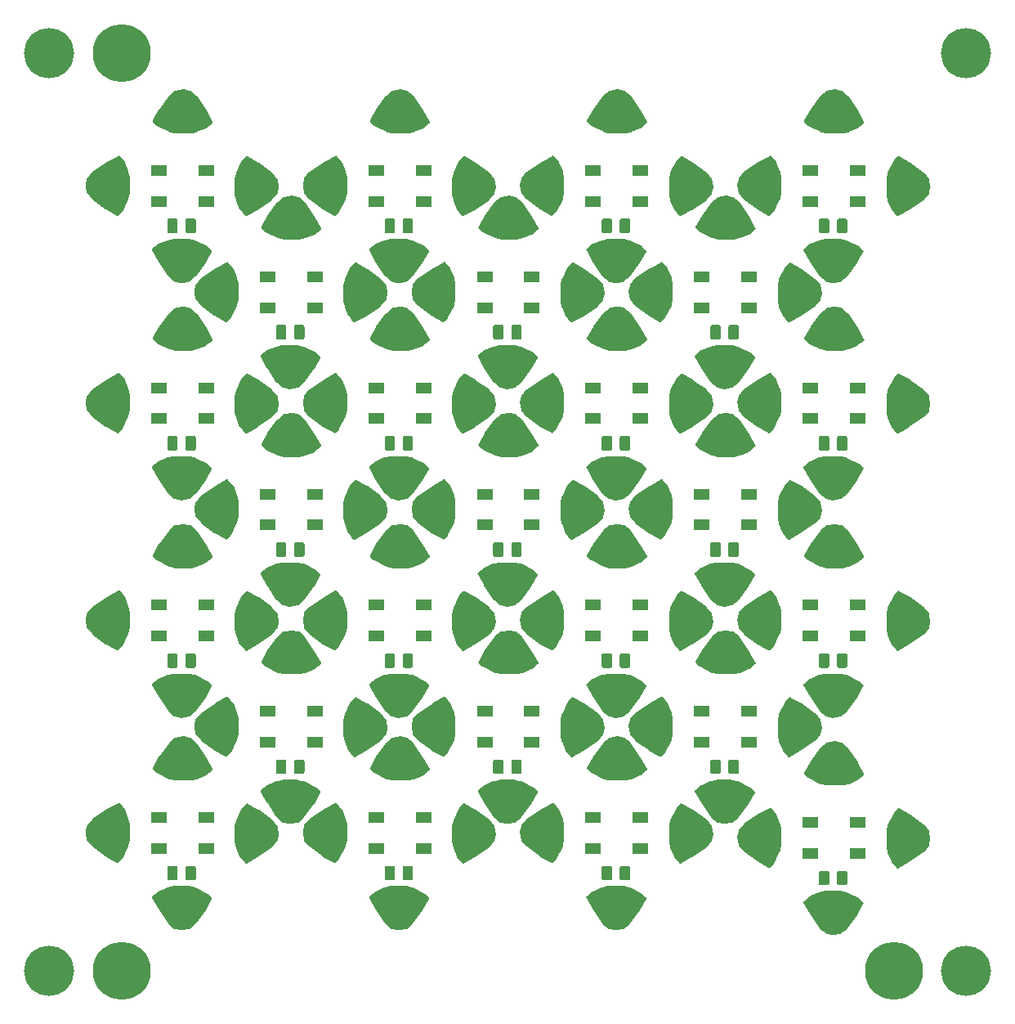
<source format=gts>
%MOIN*%
%OFA0B0*%
%FSLAX46Y46*%
%IPPOS*%
%LPD*%
%ADD10C,0.23622047244094491*%
%ADD11C,0.20472440944881892*%
%ADD22C,0.0039370078740157488*%
%ADD23C,0.0039370078740157488*%
%ADD24C,0.0039370078740157488*%
%ADD25C,0.0039370078740157488*%
%ADD26C,0.0039370078740157488*%
%ADD27C,0.0039370078740157488*%
%ADD28C,0.0039370078740157488*%
%ADD29C,0.0039370078740157488*%
%ADD30C,0.0039370078740157488*%
%ADD31C,0.0039370078740157488*%
%ADD32C,0.0039370078740157488*%
%ADD33C,0.0039370078740157488*%
%ADD34C,0.0039370078740157488*%
%ADD35C,0.0039370078740157488*%
%ADD36C,0.0039370078740157488*%
%ADD37C,0.0039370078740157488*%
%ADD38C,0.0039370078740157488*%
%ADD39C,0.0039370078740157488*%
%ADD40C,0.0039370078740157488*%
%ADD41C,0.0039370078740157488*%
%ADD42C,0.0039370078740157488*%
%ADD43C,0.0039370078740157488*%
%ADD44C,0.0039370078740157488*%
%ADD45C,0.0039370078740157488*%
%ADD46C,0.0039370078740157488*%
D10*
X0000000000Y0000000000D02*
X0000393700Y0000098400D03*
X0003543200Y0000098400D03*
X0000393700Y0003838500D03*
D11*
X0000098400Y0000098400D03*
X0003838500Y0000098400D03*
X0003838500Y0003838500D03*
X0000098400Y0003838500D03*
G04 next file*
G04 #@! TF.GenerationSoftware,KiCad,Pcbnew,(5.0.1)-4*
G04 #@! TF.CreationDate,2020-02-20T17:45:55+01:00*
G04 #@! TF.ProjectId,bricopixels,627269636F706978656C732E6B696361,1*
G04 #@! TF.SameCoordinates,Original*
G04 #@! TF.FileFunction,Soldermask,Top*
G04 #@! TF.FilePolarity,Negative*
G04 Gerber Fmt 4.6, Leading zero omitted, Abs format (unit mm)*
G04 Created by KiCad (PCBNEW (5.0.1)-4) date 20/02/2020 17:45:55*
G01*
G04 APERTURE LIST*
G04 APERTURE END LIST*
D22*
G36*
X0000667282Y0003080586D02*
X0000667620Y0003080553D01*
X0000668058Y0003080487D01*
X0000692779Y0003075543D01*
X0000693357Y0003075387D01*
X0000693788Y0003075239D01*
X0000694340Y0003075007D01*
X0000744086Y0003050135D01*
X0000744470Y0003049918D01*
X0000744690Y0003049779D01*
X0000745269Y0003049346D01*
X0000745341Y0003049284D01*
X0000745546Y0003049090D01*
X0000760406Y0003034231D01*
X0000760703Y0003033903D01*
X0000760840Y0003033736D01*
X0000761330Y0003033003D01*
X0000761375Y0003032919D01*
X0000761712Y0003032105D01*
X0000761739Y0003032014D01*
X0000761911Y0003031149D01*
X0000761921Y0003031054D01*
X0000761921Y0003030173D01*
X0000761911Y0003030078D01*
X0000761739Y0003029214D01*
X0000761697Y0003029074D01*
X0000761443Y0003028424D01*
X0000761411Y0003028356D01*
X0000761292Y0003028127D01*
X0000736362Y0002983254D01*
X0000736222Y0002983018D01*
X0000736109Y0002982842D01*
X0000735955Y0002982615D01*
X0000696096Y0002927809D01*
X0000695711Y0002927348D01*
X0000695394Y0002927017D01*
X0000694952Y0002926612D01*
X0000670174Y0002906789D01*
X0000669816Y0002906530D01*
X0000669635Y0002906413D01*
X0000668853Y0002906007D01*
X0000668719Y0002905954D01*
X0000668047Y0002905744D01*
X0000667969Y0002905727D01*
X0000667709Y0002905675D01*
X0000637901Y0002900707D01*
X0000637461Y0002900656D01*
X0000637227Y0002900640D01*
X0000636414Y0002900660D01*
X0000636251Y0002900678D01*
X0000635880Y0002900737D01*
X0000611099Y0002905693D01*
X0000610671Y0002905800D01*
X0000610514Y0002905848D01*
X0000610331Y0002905929D01*
X0000610240Y0002905957D01*
X0000609800Y0002906150D01*
X0000609718Y0002906199D01*
X0000609535Y0002906280D01*
X0000609225Y0002906463D01*
X0000608706Y0002906822D01*
X0000583934Y0002926639D01*
X0000583603Y0002926931D01*
X0000583411Y0002927118D01*
X0000582955Y0002927638D01*
X0000582912Y0002927695D01*
X0000582766Y0002927901D01*
X0000542833Y0002987801D01*
X0000542734Y0002987957D01*
X0000542662Y0002988074D01*
X0000542571Y0002988231D01*
X0000517653Y0003033083D01*
X0000517457Y0003033480D01*
X0000517372Y0003033677D01*
X0000517102Y0003034517D01*
X0000517082Y0003034609D01*
X0000516982Y0003035485D01*
X0000516980Y0003035581D01*
X0000517052Y0003036459D01*
X0000517069Y0003036553D01*
X0000517311Y0003037400D01*
X0000517346Y0003037489D01*
X0000517749Y0003038273D01*
X0000517791Y0003038338D01*
X0000517933Y0003038514D01*
X0000517952Y0003038543D01*
X0000518218Y0003038874D01*
X0000518243Y0003038898D01*
X0000518385Y0003039074D01*
X0000518572Y0003039262D01*
X0000518948Y0003039600D01*
X0000543711Y0003059410D01*
X0000544209Y0003059756D01*
X0000544605Y0003059993D01*
X0000545146Y0003060270D01*
X0000579876Y0003075154D01*
X0000580313Y0003075315D01*
X0000580653Y0003075421D01*
X0000581106Y0003075536D01*
X0000605862Y0003080487D01*
X0000606301Y0003080553D01*
X0000606638Y0003080586D01*
X0000607082Y0003080608D01*
X0000666839Y0003080608D01*
X0000667282Y0003080586D01*
X0000667282Y0003080586D01*
G37*
G36*
X0000689604Y0003163001D02*
X0000691127Y0003162539D01*
X0000692530Y0003161789D01*
X0000693760Y0003160780D01*
X0000694769Y0003159550D01*
X0000695519Y0003158147D01*
X0000695981Y0003156624D01*
X0000696161Y0003154799D01*
X0000696161Y0003112428D01*
X0000695981Y0003110603D01*
X0000695519Y0003109081D01*
X0000694769Y0003107677D01*
X0000693760Y0003106448D01*
X0000692530Y0003105438D01*
X0000691127Y0003104688D01*
X0000689604Y0003104226D01*
X0000687779Y0003104047D01*
X0000662141Y0003104047D01*
X0000660316Y0003104226D01*
X0000658793Y0003104688D01*
X0000657390Y0003105438D01*
X0000656160Y0003106448D01*
X0000655151Y0003107677D01*
X0000654401Y0003109081D01*
X0000653939Y0003110603D01*
X0000653759Y0003112428D01*
X0000653759Y0003154799D01*
X0000653939Y0003156624D01*
X0000654401Y0003158147D01*
X0000655151Y0003159550D01*
X0000656160Y0003160780D01*
X0000657390Y0003161789D01*
X0000658793Y0003162539D01*
X0000660316Y0003163001D01*
X0000662141Y0003163181D01*
X0000687779Y0003163181D01*
X0000689604Y0003163001D01*
X0000689604Y0003163001D01*
G37*
G36*
X0000615786Y0003163001D02*
X0000617308Y0003162539D01*
X0000618711Y0003161789D01*
X0000619941Y0003160780D01*
X0000620950Y0003159550D01*
X0000621700Y0003158147D01*
X0000622162Y0003156624D01*
X0000622342Y0003154799D01*
X0000622342Y0003112428D01*
X0000622162Y0003110603D01*
X0000621700Y0003109081D01*
X0000620950Y0003107677D01*
X0000619941Y0003106448D01*
X0000618711Y0003105438D01*
X0000617308Y0003104688D01*
X0000615786Y0003104226D01*
X0000613961Y0003104047D01*
X0000588322Y0003104047D01*
X0000586497Y0003104226D01*
X0000584974Y0003104688D01*
X0000583571Y0003105438D01*
X0000582341Y0003106448D01*
X0000581332Y0003107677D01*
X0000580582Y0003109081D01*
X0000580120Y0003110603D01*
X0000579940Y0003112428D01*
X0000579940Y0003154799D01*
X0000580120Y0003156624D01*
X0000580582Y0003158147D01*
X0000581332Y0003159550D01*
X0000582341Y0003160780D01*
X0000583571Y0003161789D01*
X0000584974Y0003162539D01*
X0000586497Y0003163001D01*
X0000588322Y0003163181D01*
X0000613961Y0003163181D01*
X0000615786Y0003163001D01*
X0000615786Y0003163001D01*
G37*
G36*
X0000905495Y0003417565D02*
X0000906360Y0003417393D01*
X0000906500Y0003417351D01*
X0000907150Y0003417097D01*
X0000907218Y0003417064D01*
X0000907447Y0003416945D01*
X0000952320Y0003392016D01*
X0000952555Y0003391875D01*
X0000952732Y0003391763D01*
X0000952958Y0003391608D01*
X0001007765Y0003351749D01*
X0001008226Y0003351364D01*
X0001008557Y0003351048D01*
X0001008962Y0003350605D01*
X0001028784Y0003325828D01*
X0001029043Y0003325469D01*
X0001029161Y0003325289D01*
X0001029567Y0003324506D01*
X0001029620Y0003324372D01*
X0001029830Y0003323700D01*
X0001029847Y0003323622D01*
X0001029898Y0003323363D01*
X0001034866Y0003293554D01*
X0001034918Y0003293115D01*
X0001034933Y0003292881D01*
X0001034914Y0003292067D01*
X0001034895Y0003291904D01*
X0001034837Y0003291534D01*
X0001029881Y0003266752D01*
X0001029773Y0003266325D01*
X0001029725Y0003266167D01*
X0001029645Y0003265984D01*
X0001029617Y0003265893D01*
X0001029423Y0003265453D01*
X0001029375Y0003265372D01*
X0001029294Y0003265188D01*
X0001029111Y0003264879D01*
X0001028752Y0003264359D01*
X0001008935Y0003239588D01*
X0001008642Y0003239257D01*
X0001008455Y0003239065D01*
X0001007936Y0003238609D01*
X0001007879Y0003238566D01*
X0001007673Y0003238420D01*
X0000947772Y0003198486D01*
X0000947617Y0003198387D01*
X0000947500Y0003198315D01*
X0000947343Y0003198224D01*
X0000902491Y0003173307D01*
X0000902094Y0003173111D01*
X0000901897Y0003173025D01*
X0000901665Y0003172951D01*
X0000901665Y0003172951D01*
X0000901596Y0003172929D01*
X0000901057Y0003172756D01*
X0000900964Y0003172736D01*
X0000900089Y0003172635D01*
X0000899993Y0003172634D01*
X0000899115Y0003172706D01*
X0000899021Y0003172723D01*
X0000898174Y0003172965D01*
X0000898085Y0003173000D01*
X0000897301Y0003173403D01*
X0000897236Y0003173445D01*
X0000897060Y0003173587D01*
X0000897031Y0003173605D01*
X0000896700Y0003173872D01*
X0000896676Y0003173896D01*
X0000896499Y0003174038D01*
X0000896312Y0003174225D01*
X0000895974Y0003174602D01*
X0000876164Y0003199364D01*
X0000875818Y0003199863D01*
X0000875580Y0003200259D01*
X0000875304Y0003200799D01*
X0000860420Y0003235529D01*
X0000860259Y0003235966D01*
X0000860153Y0003236307D01*
X0000860038Y0003236759D01*
X0000855087Y0003261516D01*
X0000855021Y0003261954D01*
X0000854988Y0003262292D01*
X0000854966Y0003262735D01*
X0000854966Y0003322492D01*
X0000854988Y0003322936D01*
X0000855021Y0003323273D01*
X0000855087Y0003323712D01*
X0000860031Y0003348433D01*
X0000860187Y0003349011D01*
X0000860335Y0003349442D01*
X0000860566Y0003349994D01*
X0000885439Y0003399739D01*
X0000885655Y0003400123D01*
X0000885794Y0003400344D01*
X0000886228Y0003400923D01*
X0000886290Y0003400994D01*
X0000886483Y0003401200D01*
X0000901343Y0003416060D01*
X0000901671Y0003416356D01*
X0000901837Y0003416493D01*
X0000902571Y0003416983D01*
X0000902655Y0003417028D01*
X0000903469Y0003417365D01*
X0000903560Y0003417393D01*
X0000904425Y0003417565D01*
X0000904519Y0003417574D01*
X0000905401Y0003417574D01*
X0000905495Y0003417565D01*
X0000905495Y0003417565D01*
G37*
G36*
X0000382805Y0003419522D02*
X0000382899Y0003419504D01*
X0000383747Y0003419262D01*
X0000383835Y0003419227D01*
X0000384619Y0003418824D01*
X0000384684Y0003418783D01*
X0000384860Y0003418641D01*
X0000384890Y0003418622D01*
X0000385220Y0003418356D01*
X0000385245Y0003418331D01*
X0000385421Y0003418189D01*
X0000385609Y0003418002D01*
X0000385946Y0003417626D01*
X0000405756Y0003392863D01*
X0000406102Y0003392365D01*
X0000406340Y0003391969D01*
X0000406616Y0003391428D01*
X0000421500Y0003356698D01*
X0000421661Y0003356261D01*
X0000421767Y0003355920D01*
X0000421882Y0003355468D01*
X0000426834Y0003330712D01*
X0000426899Y0003330273D01*
X0000426932Y0003329936D01*
X0000426954Y0003329492D01*
X0000426954Y0003269735D01*
X0000426932Y0003269292D01*
X0000426899Y0003268954D01*
X0000426834Y0003268516D01*
X0000421889Y0003243795D01*
X0000421733Y0003243217D01*
X0000421585Y0003242786D01*
X0000421354Y0003242234D01*
X0000396481Y0003192488D01*
X0000396265Y0003192104D01*
X0000396126Y0003191883D01*
X0000395693Y0003191304D01*
X0000395630Y0003191233D01*
X0000395437Y0003191027D01*
X0000380577Y0003176168D01*
X0000380250Y0003175871D01*
X0000380083Y0003175734D01*
X0000379350Y0003175244D01*
X0000379266Y0003175199D01*
X0000378451Y0003174862D01*
X0000378360Y0003174834D01*
X0000377495Y0003174662D01*
X0000377401Y0003174653D01*
X0000376519Y0003174653D01*
X0000376425Y0003174662D01*
X0000375560Y0003174834D01*
X0000375420Y0003174877D01*
X0000374770Y0003175130D01*
X0000374703Y0003175163D01*
X0000374473Y0003175282D01*
X0000329600Y0003200212D01*
X0000329365Y0003200352D01*
X0000329188Y0003200465D01*
X0000328962Y0003200619D01*
X0000274156Y0003240478D01*
X0000273695Y0003240863D01*
X0000273363Y0003241179D01*
X0000272958Y0003241622D01*
X0000253136Y0003266400D01*
X0000252877Y0003266758D01*
X0000252759Y0003266939D01*
X0000252354Y0003267721D01*
X0000252300Y0003267855D01*
X0000252091Y0003268527D01*
X0000252073Y0003268605D01*
X0000252022Y0003268865D01*
X0000247054Y0003298673D01*
X0000247003Y0003299113D01*
X0000246987Y0003299347D01*
X0000247006Y0003300160D01*
X0000247025Y0003300323D01*
X0000247083Y0003300693D01*
X0000252039Y0003325475D01*
X0000252147Y0003325903D01*
X0000252195Y0003326060D01*
X0000252276Y0003326243D01*
X0000252303Y0003326334D01*
X0000252497Y0003326774D01*
X0000252545Y0003326856D01*
X0000252626Y0003327039D01*
X0000252809Y0003327349D01*
X0000253168Y0003327868D01*
X0000272985Y0003352639D01*
X0000273278Y0003352971D01*
X0000273465Y0003353162D01*
X0000273984Y0003353619D01*
X0000274041Y0003353661D01*
X0000274248Y0003353808D01*
X0000334148Y0003393741D01*
X0000334303Y0003393840D01*
X0000334421Y0003393912D01*
X0000334577Y0003394003D01*
X0000379429Y0003418921D01*
X0000379826Y0003419116D01*
X0000380023Y0003419202D01*
X0000380255Y0003419276D01*
X0000380255Y0003419276D01*
X0000380324Y0003419298D01*
X0000380863Y0003419472D01*
X0000380956Y0003419492D01*
X0000381832Y0003419592D01*
X0000381927Y0003419594D01*
X0000382805Y0003419522D01*
X0000382805Y0003419522D01*
G37*
G36*
X0000769952Y0003211929D02*
X0000706881Y0003211929D01*
X0000706881Y0003255314D01*
X0000769952Y0003255314D01*
X0000769952Y0003211929D01*
X0000769952Y0003211929D01*
G37*
G36*
X0000577039Y0003211929D02*
X0000513968Y0003211929D01*
X0000513968Y0003255314D01*
X0000577039Y0003255314D01*
X0000577039Y0003211929D01*
X0000577039Y0003211929D01*
G37*
G36*
X0000769952Y0003337913D02*
X0000706881Y0003337913D01*
X0000706881Y0003381299D01*
X0000769952Y0003381299D01*
X0000769952Y0003337913D01*
X0000769952Y0003337913D01*
G37*
G36*
X0000577039Y0003337913D02*
X0000513968Y0003337913D01*
X0000513968Y0003381299D01*
X0000577039Y0003381299D01*
X0000577039Y0003337913D01*
X0000577039Y0003337913D01*
G37*
G36*
X0000645507Y0003690568D02*
X0000645670Y0003690549D01*
X0000646040Y0003690491D01*
X0000670822Y0003685535D01*
X0000671249Y0003685427D01*
X0000671407Y0003685379D01*
X0000671590Y0003685298D01*
X0000671681Y0003685271D01*
X0000672120Y0003685077D01*
X0000672202Y0003685028D01*
X0000672385Y0003684948D01*
X0000672695Y0003684764D01*
X0000673215Y0003684406D01*
X0000697986Y0003664589D01*
X0000698317Y0003664296D01*
X0000698509Y0003664109D01*
X0000698965Y0003663589D01*
X0000699008Y0003663533D01*
X0000699154Y0003663326D01*
X0000739087Y0003603426D01*
X0000739187Y0003603270D01*
X0000739258Y0003603153D01*
X0000739349Y0003602996D01*
X0000764267Y0003558145D01*
X0000764463Y0003557748D01*
X0000764548Y0003557550D01*
X0000764818Y0003556711D01*
X0000764838Y0003556618D01*
X0000764939Y0003555742D01*
X0000764940Y0003555646D01*
X0000764868Y0003554769D01*
X0000764851Y0003554675D01*
X0000764609Y0003553827D01*
X0000764574Y0003553739D01*
X0000764171Y0003552954D01*
X0000764129Y0003552890D01*
X0000763987Y0003552713D01*
X0000763968Y0003552684D01*
X0000763702Y0003552354D01*
X0000763678Y0003552329D01*
X0000763536Y0003552153D01*
X0000763349Y0003551965D01*
X0000762972Y0003551628D01*
X0000738210Y0003531818D01*
X0000737711Y0003531471D01*
X0000737315Y0003531234D01*
X0000736775Y0003530958D01*
X0000702044Y0003516073D01*
X0000701607Y0003515912D01*
X0000701267Y0003515807D01*
X0000700814Y0003515691D01*
X0000676058Y0003510740D01*
X0000675620Y0003510675D01*
X0000675282Y0003510641D01*
X0000674839Y0003510620D01*
X0000615082Y0003510620D01*
X0000614638Y0003510641D01*
X0000614301Y0003510675D01*
X0000613862Y0003510740D01*
X0000589141Y0003515684D01*
X0000588563Y0003515841D01*
X0000588132Y0003515989D01*
X0000587580Y0003516220D01*
X0000537835Y0003541093D01*
X0000537451Y0003541309D01*
X0000537230Y0003541448D01*
X0000536651Y0003541881D01*
X0000536580Y0003541944D01*
X0000536374Y0003542137D01*
X0000521514Y0003556997D01*
X0000521217Y0003557324D01*
X0000521080Y0003557491D01*
X0000520591Y0003558224D01*
X0000520546Y0003558308D01*
X0000520208Y0003559122D01*
X0000520181Y0003559214D01*
X0000520009Y0003560078D01*
X0000519999Y0003560173D01*
X0000519999Y0003561054D01*
X0000520009Y0003561149D01*
X0000520181Y0003562014D01*
X0000520223Y0003562153D01*
X0000520477Y0003562804D01*
X0000520510Y0003562871D01*
X0000520629Y0003563101D01*
X0000545558Y0003607973D01*
X0000545698Y0003608209D01*
X0000545811Y0003608386D01*
X0000545965Y0003608612D01*
X0000585824Y0003663418D01*
X0000586209Y0003663879D01*
X0000586526Y0003664211D01*
X0000586968Y0003664616D01*
X0000611746Y0003684438D01*
X0000612104Y0003684697D01*
X0000612285Y0003684814D01*
X0000613068Y0003685220D01*
X0000613202Y0003685274D01*
X0000613874Y0003685483D01*
X0000613951Y0003685501D01*
X0000614211Y0003685552D01*
X0000644020Y0003690520D01*
X0000644459Y0003690571D01*
X0000644693Y0003690587D01*
X0000645507Y0003690568D01*
X0000645507Y0003690568D01*
G37*
G04 next file*
G04 #@! TF.GenerationSoftware,KiCad,Pcbnew,(5.0.1)-4*
G04 #@! TF.CreationDate,2020-02-20T17:45:55+01:00*
G04 #@! TF.ProjectId,bricopixels,627269636F706978656C732E6B696361,1*
G04 #@! TF.SameCoordinates,Original*
G04 #@! TF.FileFunction,Soldermask,Top*
G04 #@! TF.FilePolarity,Negative*
G04 Gerber Fmt 4.6, Leading zero omitted, Abs format (unit mm)*
G04 Created by KiCad (PCBNEW (5.0.1)-4) date 20/02/2020 17:45:55*
G01*
G04 APERTURE LIST*
G04 APERTURE END LIST*
D23*
G36*
X0000667282Y0000442791D02*
X0000667620Y0000442757D01*
X0000668058Y0000442692D01*
X0000692779Y0000437748D01*
X0000693357Y0000437592D01*
X0000693788Y0000437444D01*
X0000694340Y0000437212D01*
X0000744086Y0000412339D01*
X0000744470Y0000412123D01*
X0000744690Y0000411984D01*
X0000745269Y0000411551D01*
X0000745341Y0000411488D01*
X0000745546Y0000411295D01*
X0000760406Y0000396435D01*
X0000760703Y0000396108D01*
X0000760840Y0000395941D01*
X0000761330Y0000395208D01*
X0000761375Y0000395124D01*
X0000761712Y0000394310D01*
X0000761739Y0000394219D01*
X0000761911Y0000393354D01*
X0000761921Y0000393259D01*
X0000761921Y0000392378D01*
X0000761911Y0000392283D01*
X0000761739Y0000391418D01*
X0000761697Y0000391279D01*
X0000761443Y0000390629D01*
X0000761411Y0000390561D01*
X0000761292Y0000390331D01*
X0000736362Y0000345459D01*
X0000736222Y0000345223D01*
X0000736109Y0000345046D01*
X0000735955Y0000344820D01*
X0000696096Y0000290014D01*
X0000695711Y0000289553D01*
X0000695394Y0000289221D01*
X0000694952Y0000288816D01*
X0000670174Y0000268994D01*
X0000669816Y0000268735D01*
X0000669635Y0000268618D01*
X0000668853Y0000268212D01*
X0000668719Y0000268158D01*
X0000668047Y0000267949D01*
X0000667969Y0000267931D01*
X0000667709Y0000267880D01*
X0000637901Y0000262912D01*
X0000637461Y0000262861D01*
X0000637227Y0000262845D01*
X0000636414Y0000262864D01*
X0000636251Y0000262883D01*
X0000635880Y0000262941D01*
X0000611099Y0000267898D01*
X0000610671Y0000268005D01*
X0000610514Y0000268053D01*
X0000610331Y0000268134D01*
X0000610240Y0000268162D01*
X0000609800Y0000268355D01*
X0000609718Y0000268404D01*
X0000609535Y0000268484D01*
X0000609225Y0000268668D01*
X0000608706Y0000269026D01*
X0000583934Y0000288843D01*
X0000583603Y0000289136D01*
X0000583411Y0000289323D01*
X0000582955Y0000289843D01*
X0000582912Y0000289899D01*
X0000582766Y0000290106D01*
X0000542833Y0000350006D01*
X0000542734Y0000350162D01*
X0000542662Y0000350279D01*
X0000542571Y0000350436D01*
X0000517653Y0000395287D01*
X0000517457Y0000395684D01*
X0000517372Y0000395882D01*
X0000517102Y0000396721D01*
X0000517082Y0000396814D01*
X0000516982Y0000397690D01*
X0000516980Y0000397786D01*
X0000517052Y0000398663D01*
X0000517069Y0000398757D01*
X0000517311Y0000399605D01*
X0000517346Y0000399693D01*
X0000517749Y0000400478D01*
X0000517791Y0000400543D01*
X0000517933Y0000400719D01*
X0000517952Y0000400748D01*
X0000518218Y0000401078D01*
X0000518243Y0000401103D01*
X0000518385Y0000401279D01*
X0000518572Y0000401467D01*
X0000518948Y0000401804D01*
X0000543711Y0000421615D01*
X0000544209Y0000421961D01*
X0000544605Y0000422198D01*
X0000545146Y0000422474D01*
X0000579876Y0000437359D01*
X0000580313Y0000437520D01*
X0000580653Y0000437625D01*
X0000581106Y0000437741D01*
X0000605862Y0000442692D01*
X0000606301Y0000442757D01*
X0000606638Y0000442791D01*
X0000607082Y0000442813D01*
X0000666839Y0000442813D01*
X0000667282Y0000442791D01*
X0000667282Y0000442791D01*
G37*
G36*
X0000689604Y0000525206D02*
X0000691127Y0000524744D01*
X0000692530Y0000523994D01*
X0000693760Y0000522984D01*
X0000694769Y0000521755D01*
X0000695519Y0000520351D01*
X0000695981Y0000518829D01*
X0000696161Y0000517004D01*
X0000696161Y0000474633D01*
X0000695981Y0000472808D01*
X0000695519Y0000471285D01*
X0000694769Y0000469882D01*
X0000693760Y0000468652D01*
X0000692530Y0000467643D01*
X0000691127Y0000466893D01*
X0000689604Y0000466431D01*
X0000687779Y0000466251D01*
X0000662141Y0000466251D01*
X0000660316Y0000466431D01*
X0000658793Y0000466893D01*
X0000657390Y0000467643D01*
X0000656160Y0000468652D01*
X0000655151Y0000469882D01*
X0000654401Y0000471285D01*
X0000653939Y0000472808D01*
X0000653759Y0000474633D01*
X0000653759Y0000517004D01*
X0000653939Y0000518829D01*
X0000654401Y0000520351D01*
X0000655151Y0000521755D01*
X0000656160Y0000522984D01*
X0000657390Y0000523994D01*
X0000658793Y0000524744D01*
X0000660316Y0000525206D01*
X0000662141Y0000525385D01*
X0000687779Y0000525385D01*
X0000689604Y0000525206D01*
X0000689604Y0000525206D01*
G37*
G36*
X0000615786Y0000525206D02*
X0000617308Y0000524744D01*
X0000618711Y0000523994D01*
X0000619941Y0000522984D01*
X0000620950Y0000521755D01*
X0000621700Y0000520351D01*
X0000622162Y0000518829D01*
X0000622342Y0000517004D01*
X0000622342Y0000474633D01*
X0000622162Y0000472808D01*
X0000621700Y0000471285D01*
X0000620950Y0000469882D01*
X0000619941Y0000468652D01*
X0000618711Y0000467643D01*
X0000617308Y0000466893D01*
X0000615786Y0000466431D01*
X0000613961Y0000466251D01*
X0000588322Y0000466251D01*
X0000586497Y0000466431D01*
X0000584974Y0000466893D01*
X0000583571Y0000467643D01*
X0000582341Y0000468652D01*
X0000581332Y0000469882D01*
X0000580582Y0000471285D01*
X0000580120Y0000472808D01*
X0000579940Y0000474633D01*
X0000579940Y0000517004D01*
X0000580120Y0000518829D01*
X0000580582Y0000520351D01*
X0000581332Y0000521755D01*
X0000582341Y0000522984D01*
X0000583571Y0000523994D01*
X0000584974Y0000524744D01*
X0000586497Y0000525206D01*
X0000588322Y0000525385D01*
X0000613961Y0000525385D01*
X0000615786Y0000525206D01*
X0000615786Y0000525206D01*
G37*
G36*
X0000905495Y0000779770D02*
X0000906360Y0000779598D01*
X0000906500Y0000779555D01*
X0000907150Y0000779302D01*
X0000907218Y0000779269D01*
X0000907447Y0000779150D01*
X0000952320Y0000754221D01*
X0000952555Y0000754080D01*
X0000952732Y0000753967D01*
X0000952958Y0000753813D01*
X0001007765Y0000713954D01*
X0001008226Y0000713569D01*
X0001008557Y0000713253D01*
X0001008962Y0000712810D01*
X0001028784Y0000688033D01*
X0001029043Y0000687674D01*
X0001029161Y0000687493D01*
X0001029567Y0000686711D01*
X0001029620Y0000686577D01*
X0001029830Y0000685905D01*
X0001029847Y0000685827D01*
X0001029898Y0000685567D01*
X0001034866Y0000655759D01*
X0001034918Y0000655320D01*
X0001034933Y0000655085D01*
X0001034914Y0000654272D01*
X0001034895Y0000654109D01*
X0001034837Y0000653739D01*
X0001029881Y0000628957D01*
X0001029773Y0000628529D01*
X0001029725Y0000628372D01*
X0001029645Y0000628189D01*
X0001029617Y0000628098D01*
X0001029423Y0000627658D01*
X0001029375Y0000627576D01*
X0001029294Y0000627393D01*
X0001029111Y0000627083D01*
X0001028752Y0000626564D01*
X0001008935Y0000601793D01*
X0001008642Y0000601462D01*
X0001008455Y0000601270D01*
X0001007936Y0000600813D01*
X0001007879Y0000600771D01*
X0001007673Y0000600624D01*
X0000947772Y0000560691D01*
X0000947617Y0000560592D01*
X0000947500Y0000560520D01*
X0000947343Y0000560429D01*
X0000902491Y0000535511D01*
X0000902094Y0000535316D01*
X0000901897Y0000535230D01*
X0000901665Y0000535156D01*
X0000901665Y0000535156D01*
X0000901596Y0000535134D01*
X0000901057Y0000534960D01*
X0000900964Y0000534940D01*
X0000900089Y0000534840D01*
X0000899993Y0000534838D01*
X0000899115Y0000534910D01*
X0000899021Y0000534928D01*
X0000898174Y0000535170D01*
X0000898085Y0000535205D01*
X0000897301Y0000535608D01*
X0000897236Y0000535650D01*
X0000897060Y0000535791D01*
X0000897031Y0000535810D01*
X0000896700Y0000536077D01*
X0000896676Y0000536101D01*
X0000896499Y0000536243D01*
X0000896312Y0000536430D01*
X0000895974Y0000536806D01*
X0000876164Y0000561569D01*
X0000875818Y0000562067D01*
X0000875580Y0000562463D01*
X0000875304Y0000563004D01*
X0000860420Y0000597734D01*
X0000860259Y0000598171D01*
X0000860153Y0000598512D01*
X0000860038Y0000598964D01*
X0000855087Y0000623720D01*
X0000855021Y0000624159D01*
X0000854988Y0000624496D01*
X0000854966Y0000624940D01*
X0000854966Y0000684697D01*
X0000854988Y0000685140D01*
X0000855021Y0000685478D01*
X0000855087Y0000685916D01*
X0000860031Y0000710637D01*
X0000860187Y0000711215D01*
X0000860335Y0000711646D01*
X0000860566Y0000712199D01*
X0000885439Y0000761944D01*
X0000885655Y0000762328D01*
X0000885794Y0000762549D01*
X0000886228Y0000763128D01*
X0000886290Y0000763199D01*
X0000886483Y0000763405D01*
X0000901343Y0000778264D01*
X0000901671Y0000778561D01*
X0000901837Y0000778698D01*
X0000902571Y0000779188D01*
X0000902655Y0000779233D01*
X0000903469Y0000779570D01*
X0000903560Y0000779598D01*
X0000904425Y0000779770D01*
X0000904519Y0000779779D01*
X0000905401Y0000779779D01*
X0000905495Y0000779770D01*
X0000905495Y0000779770D01*
G37*
G36*
X0000382805Y0000781726D02*
X0000382899Y0000781709D01*
X0000383747Y0000781467D01*
X0000383835Y0000781432D01*
X0000384619Y0000781029D01*
X0000384684Y0000780987D01*
X0000384860Y0000780845D01*
X0000384890Y0000780827D01*
X0000385220Y0000780560D01*
X0000385245Y0000780536D01*
X0000385421Y0000780394D01*
X0000385609Y0000780207D01*
X0000385946Y0000779830D01*
X0000405756Y0000755068D01*
X0000406102Y0000754570D01*
X0000406340Y0000754174D01*
X0000406616Y0000753633D01*
X0000421500Y0000718903D01*
X0000421661Y0000718466D01*
X0000421767Y0000718125D01*
X0000421882Y0000717673D01*
X0000426834Y0000692916D01*
X0000426899Y0000692478D01*
X0000426932Y0000692140D01*
X0000426954Y0000691697D01*
X0000426954Y0000631940D01*
X0000426932Y0000631496D01*
X0000426899Y0000631159D01*
X0000426834Y0000630720D01*
X0000421889Y0000606000D01*
X0000421733Y0000605422D01*
X0000421585Y0000604990D01*
X0000421354Y0000604438D01*
X0000396481Y0000554693D01*
X0000396265Y0000554309D01*
X0000396126Y0000554088D01*
X0000395693Y0000553509D01*
X0000395630Y0000553438D01*
X0000395437Y0000553232D01*
X0000380577Y0000538372D01*
X0000380250Y0000538076D01*
X0000380083Y0000537939D01*
X0000379350Y0000537449D01*
X0000379266Y0000537404D01*
X0000378451Y0000537067D01*
X0000378360Y0000537039D01*
X0000377495Y0000536867D01*
X0000377401Y0000536858D01*
X0000376519Y0000536858D01*
X0000376425Y0000536867D01*
X0000375560Y0000537039D01*
X0000375420Y0000537081D01*
X0000374770Y0000537335D01*
X0000374703Y0000537368D01*
X0000374473Y0000537487D01*
X0000329600Y0000562416D01*
X0000329365Y0000562557D01*
X0000329188Y0000562669D01*
X0000328962Y0000562824D01*
X0000274156Y0000602683D01*
X0000273695Y0000603068D01*
X0000273363Y0000603384D01*
X0000272958Y0000603827D01*
X0000253136Y0000628604D01*
X0000252877Y0000628963D01*
X0000252759Y0000629143D01*
X0000252354Y0000629926D01*
X0000252300Y0000630060D01*
X0000252091Y0000630732D01*
X0000252073Y0000630810D01*
X0000252022Y0000631069D01*
X0000247054Y0000660878D01*
X0000247003Y0000661317D01*
X0000246987Y0000661551D01*
X0000247006Y0000662365D01*
X0000247025Y0000662528D01*
X0000247083Y0000662898D01*
X0000252039Y0000687680D01*
X0000252147Y0000688107D01*
X0000252195Y0000688265D01*
X0000252276Y0000688448D01*
X0000252303Y0000688539D01*
X0000252497Y0000688979D01*
X0000252545Y0000689060D01*
X0000252626Y0000689244D01*
X0000252809Y0000689554D01*
X0000253168Y0000690073D01*
X0000272985Y0000714844D01*
X0000273278Y0000715175D01*
X0000273465Y0000715367D01*
X0000273984Y0000715824D01*
X0000274041Y0000715866D01*
X0000274248Y0000716012D01*
X0000334148Y0000755946D01*
X0000334303Y0000756045D01*
X0000334421Y0000756117D01*
X0000334577Y0000756208D01*
X0000379429Y0000781125D01*
X0000379826Y0000781321D01*
X0000380023Y0000781407D01*
X0000380255Y0000781481D01*
X0000380255Y0000781481D01*
X0000380324Y0000781503D01*
X0000380863Y0000781676D01*
X0000380956Y0000781696D01*
X0000381832Y0000781797D01*
X0000381927Y0000781798D01*
X0000382805Y0000781726D01*
X0000382805Y0000781726D01*
G37*
G36*
X0000769952Y0000574133D02*
X0000706881Y0000574133D01*
X0000706881Y0000617519D01*
X0000769952Y0000617519D01*
X0000769952Y0000574133D01*
X0000769952Y0000574133D01*
G37*
G36*
X0000577039Y0000574133D02*
X0000513968Y0000574133D01*
X0000513968Y0000617519D01*
X0000577039Y0000617519D01*
X0000577039Y0000574133D01*
X0000577039Y0000574133D01*
G37*
G36*
X0000769952Y0000700118D02*
X0000706881Y0000700118D01*
X0000706881Y0000743503D01*
X0000769952Y0000743503D01*
X0000769952Y0000700118D01*
X0000769952Y0000700118D01*
G37*
G36*
X0000577039Y0000700118D02*
X0000513968Y0000700118D01*
X0000513968Y0000743503D01*
X0000577039Y0000743503D01*
X0000577039Y0000700118D01*
X0000577039Y0000700118D01*
G37*
G36*
X0000645507Y0001052772D02*
X0000645670Y0001052754D01*
X0000646040Y0001052696D01*
X0000670822Y0001047739D01*
X0000671249Y0001047632D01*
X0000671407Y0001047584D01*
X0000671590Y0001047503D01*
X0000671681Y0001047475D01*
X0000672120Y0001047282D01*
X0000672202Y0001047233D01*
X0000672385Y0001047152D01*
X0000672695Y0001046969D01*
X0000673215Y0001046610D01*
X0000697986Y0001026793D01*
X0000698317Y0001026501D01*
X0000698509Y0001026314D01*
X0000698965Y0001025794D01*
X0000699008Y0001025738D01*
X0000699154Y0001025531D01*
X0000739087Y0000965631D01*
X0000739187Y0000965475D01*
X0000739258Y0000965358D01*
X0000739349Y0000965201D01*
X0000764267Y0000920350D01*
X0000764463Y0000919953D01*
X0000764548Y0000919755D01*
X0000764818Y0000918915D01*
X0000764838Y0000918823D01*
X0000764939Y0000917947D01*
X0000764940Y0000917851D01*
X0000764868Y0000916973D01*
X0000764851Y0000916879D01*
X0000764609Y0000916032D01*
X0000764574Y0000915943D01*
X0000764171Y0000915159D01*
X0000764129Y0000915094D01*
X0000763987Y0000914918D01*
X0000763968Y0000914889D01*
X0000763702Y0000914558D01*
X0000763678Y0000914534D01*
X0000763536Y0000914358D01*
X0000763349Y0000914170D01*
X0000762972Y0000913832D01*
X0000738210Y0000894022D01*
X0000737711Y0000893676D01*
X0000737315Y0000893439D01*
X0000736775Y0000893163D01*
X0000702044Y0000878278D01*
X0000701607Y0000878117D01*
X0000701267Y0000878011D01*
X0000700814Y0000877896D01*
X0000676058Y0000872945D01*
X0000675620Y0000872880D01*
X0000675282Y0000872846D01*
X0000674839Y0000872824D01*
X0000615082Y0000872824D01*
X0000614638Y0000872846D01*
X0000614301Y0000872880D01*
X0000613862Y0000872945D01*
X0000589141Y0000877889D01*
X0000588563Y0000878045D01*
X0000588132Y0000878193D01*
X0000587580Y0000878425D01*
X0000537835Y0000903298D01*
X0000537451Y0000903514D01*
X0000537230Y0000903653D01*
X0000536651Y0000904086D01*
X0000536580Y0000904149D01*
X0000536374Y0000904342D01*
X0000521514Y0000919201D01*
X0000521217Y0000919529D01*
X0000521080Y0000919696D01*
X0000520591Y0000920429D01*
X0000520546Y0000920513D01*
X0000520208Y0000921327D01*
X0000520181Y0000921418D01*
X0000520009Y0000922283D01*
X0000519999Y0000922378D01*
X0000519999Y0000923259D01*
X0000520009Y0000923354D01*
X0000520181Y0000924219D01*
X0000520223Y0000924358D01*
X0000520477Y0000925008D01*
X0000520510Y0000925076D01*
X0000520629Y0000925305D01*
X0000545558Y0000970178D01*
X0000545698Y0000970414D01*
X0000545811Y0000970590D01*
X0000545965Y0000970817D01*
X0000585824Y0001025623D01*
X0000586209Y0001026084D01*
X0000586526Y0001026415D01*
X0000586968Y0001026821D01*
X0000611746Y0001046643D01*
X0000612104Y0001046902D01*
X0000612285Y0001047019D01*
X0000613068Y0001047425D01*
X0000613202Y0001047479D01*
X0000613874Y0001047688D01*
X0000613951Y0001047706D01*
X0000614211Y0001047757D01*
X0000644020Y0001052725D01*
X0000644459Y0001052776D01*
X0000644693Y0001052792D01*
X0000645507Y0001052772D01*
X0000645507Y0001052772D01*
G37*
G04 next file*
G04 #@! TF.GenerationSoftware,KiCad,Pcbnew,(5.0.1)-4*
G04 #@! TF.CreationDate,2020-02-20T17:45:55+01:00*
G04 #@! TF.ProjectId,bricopixels,627269636F706978656C732E6B696361,1*
G04 #@! TF.SameCoordinates,Original*
G04 #@! TF.FileFunction,Soldermask,Top*
G04 #@! TF.FilePolarity,Negative*
G04 Gerber Fmt 4.6, Leading zero omitted, Abs format (unit mm)*
G04 Created by KiCad (PCBNEW (5.0.1)-4) date 20/02/2020 17:45:55*
G01*
G04 APERTURE LIST*
G04 APERTURE END LIST*
D24*
G36*
X0001110195Y0000875862D02*
X0001110533Y0000875828D01*
X0001110972Y0000875763D01*
X0001135692Y0000870819D01*
X0001136270Y0000870662D01*
X0001136702Y0000870514D01*
X0001137254Y0000870283D01*
X0001186999Y0000845410D01*
X0001187383Y0000845194D01*
X0001187604Y0000845055D01*
X0001188183Y0000844622D01*
X0001188254Y0000844559D01*
X0001188460Y0000844366D01*
X0001203319Y0000829506D01*
X0001203616Y0000829179D01*
X0001203753Y0000829012D01*
X0001204243Y0000828279D01*
X0001204288Y0000828195D01*
X0001204625Y0000827381D01*
X0001204653Y0000827289D01*
X0001204825Y0000826425D01*
X0001204834Y0000826330D01*
X0001204834Y0000825449D01*
X0001204825Y0000825354D01*
X0001204653Y0000824489D01*
X0001204610Y0000824350D01*
X0001204357Y0000823699D01*
X0001204324Y0000823632D01*
X0001204205Y0000823402D01*
X0001179276Y0000778530D01*
X0001179135Y0000778294D01*
X0001179022Y0000778117D01*
X0001178868Y0000777891D01*
X0001139009Y0000723085D01*
X0001138624Y0000722624D01*
X0001138308Y0000722292D01*
X0001137865Y0000721887D01*
X0001113088Y0000702065D01*
X0001112729Y0000701806D01*
X0001112549Y0000701688D01*
X0001111766Y0000701283D01*
X0001111632Y0000701229D01*
X0001110960Y0000701020D01*
X0001110882Y0000701002D01*
X0001110623Y0000700951D01*
X0001080814Y0000695983D01*
X0001080375Y0000695932D01*
X0001080140Y0000695916D01*
X0001079327Y0000695935D01*
X0001079164Y0000695954D01*
X0001078794Y0000696012D01*
X0001054012Y0000700968D01*
X0001053584Y0000701076D01*
X0001053427Y0000701124D01*
X0001053244Y0000701205D01*
X0001053153Y0000701232D01*
X0001052713Y0000701426D01*
X0001052631Y0000701474D01*
X0001052448Y0000701555D01*
X0001052138Y0000701738D01*
X0001051619Y0000702097D01*
X0001026848Y0000721914D01*
X0001026517Y0000722207D01*
X0001026325Y0000722394D01*
X0001025868Y0000722913D01*
X0001025826Y0000722970D01*
X0001025680Y0000723177D01*
X0000985746Y0000783077D01*
X0000985647Y0000783232D01*
X0000985575Y0000783350D01*
X0000985484Y0000783507D01*
X0000960567Y0000828358D01*
X0000960371Y0000828755D01*
X0000960285Y0000828953D01*
X0000960016Y0000829792D01*
X0000959996Y0000829885D01*
X0000959895Y0000830761D01*
X0000959893Y0000830857D01*
X0000959966Y0000831734D01*
X0000959983Y0000831828D01*
X0000960225Y0000832676D01*
X0000960260Y0000832764D01*
X0000960663Y0000833549D01*
X0000960705Y0000833613D01*
X0000960847Y0000833790D01*
X0000960865Y0000833819D01*
X0000961132Y0000834149D01*
X0000961156Y0000834174D01*
X0000961298Y0000834350D01*
X0000961485Y0000834538D01*
X0000961862Y0000834875D01*
X0000986624Y0000854685D01*
X0000987122Y0000855032D01*
X0000987518Y0000855269D01*
X0000988059Y0000855545D01*
X0001022789Y0000870429D01*
X0001023226Y0000870590D01*
X0001023567Y0000870696D01*
X0001024019Y0000870812D01*
X0001048775Y0000875763D01*
X0001049214Y0000875828D01*
X0001049551Y0000875862D01*
X0001049995Y0000875883D01*
X0001109752Y0000875883D01*
X0001110195Y0000875862D01*
X0001110195Y0000875862D01*
G37*
G36*
X0001132518Y0000958276D02*
X0001134040Y0000957815D01*
X0001135444Y0000957065D01*
X0001136673Y0000956055D01*
X0001137683Y0000954825D01*
X0001138433Y0000953422D01*
X0001138895Y0000951900D01*
X0001139074Y0000950075D01*
X0001139074Y0000907704D01*
X0001138895Y0000905879D01*
X0001138433Y0000904356D01*
X0001137683Y0000902953D01*
X0001136673Y0000901723D01*
X0001135444Y0000900714D01*
X0001134040Y0000899964D01*
X0001132518Y0000899502D01*
X0001130693Y0000899322D01*
X0001105054Y0000899322D01*
X0001103229Y0000899502D01*
X0001101707Y0000899964D01*
X0001100303Y0000900714D01*
X0001099074Y0000901723D01*
X0001098064Y0000902953D01*
X0001097314Y0000904356D01*
X0001096852Y0000905879D01*
X0001096673Y0000907704D01*
X0001096673Y0000950075D01*
X0001096852Y0000951900D01*
X0001097314Y0000953422D01*
X0001098064Y0000954825D01*
X0001099074Y0000956055D01*
X0001100303Y0000957065D01*
X0001101707Y0000957815D01*
X0001103229Y0000958276D01*
X0001105054Y0000958456D01*
X0001130693Y0000958456D01*
X0001132518Y0000958276D01*
X0001132518Y0000958276D01*
G37*
G36*
X0001058699Y0000958276D02*
X0001060221Y0000957815D01*
X0001061625Y0000957065D01*
X0001062854Y0000956055D01*
X0001063864Y0000954825D01*
X0001064614Y0000953422D01*
X0001065076Y0000951900D01*
X0001065255Y0000950075D01*
X0001065255Y0000907704D01*
X0001065076Y0000905879D01*
X0001064614Y0000904356D01*
X0001063864Y0000902953D01*
X0001062854Y0000901723D01*
X0001061625Y0000900714D01*
X0001060221Y0000899964D01*
X0001058699Y0000899502D01*
X0001056874Y0000899322D01*
X0001031235Y0000899322D01*
X0001029410Y0000899502D01*
X0001027888Y0000899964D01*
X0001026485Y0000900714D01*
X0001025255Y0000901723D01*
X0001024245Y0000902953D01*
X0001023495Y0000904356D01*
X0001023034Y0000905879D01*
X0001022854Y0000907704D01*
X0001022854Y0000950075D01*
X0001023034Y0000951900D01*
X0001023495Y0000953422D01*
X0001024245Y0000954825D01*
X0001025255Y0000956055D01*
X0001026485Y0000957065D01*
X0001027888Y0000957815D01*
X0001029410Y0000958276D01*
X0001031235Y0000958456D01*
X0001056874Y0000958456D01*
X0001058699Y0000958276D01*
X0001058699Y0000958276D01*
G37*
G36*
X0001348409Y0001212841D02*
X0001349274Y0001212669D01*
X0001349413Y0001212626D01*
X0001350063Y0001212372D01*
X0001350131Y0001212340D01*
X0001350360Y0001212221D01*
X0001395233Y0001187291D01*
X0001395469Y0001187151D01*
X0001395646Y0001187038D01*
X0001395872Y0001186884D01*
X0001450678Y0001147025D01*
X0001451139Y0001146640D01*
X0001451470Y0001146324D01*
X0001451876Y0001145881D01*
X0001471698Y0001121103D01*
X0001471957Y0001120745D01*
X0001472074Y0001120564D01*
X0001472480Y0001119782D01*
X0001472534Y0001119648D01*
X0001472743Y0001118976D01*
X0001472761Y0001118898D01*
X0001472812Y0001118638D01*
X0001477780Y0001088830D01*
X0001477831Y0001088390D01*
X0001477847Y0001088156D01*
X0001477828Y0001087343D01*
X0001477809Y0001087180D01*
X0001477751Y0001086810D01*
X0001472794Y0001062028D01*
X0001472687Y0001061600D01*
X0001472639Y0001061443D01*
X0001472558Y0001061260D01*
X0001472530Y0001061169D01*
X0001472337Y0001060729D01*
X0001472288Y0001060647D01*
X0001472208Y0001060464D01*
X0001472024Y0001060154D01*
X0001471665Y0001059635D01*
X0001451849Y0001034864D01*
X0001451556Y0001034532D01*
X0001451369Y0001034341D01*
X0001450849Y0001033884D01*
X0001450793Y0001033842D01*
X0001450586Y0001033695D01*
X0001390686Y0000993762D01*
X0001390530Y0000993663D01*
X0001390413Y0000993591D01*
X0001390256Y0000993500D01*
X0001345405Y0000968582D01*
X0001345008Y0000968387D01*
X0001344810Y0000968301D01*
X0001344579Y0000968227D01*
X0001344579Y0000968227D01*
X0001344510Y0000968205D01*
X0001343971Y0000968031D01*
X0001343878Y0000968011D01*
X0001343002Y0000967911D01*
X0001342906Y0000967909D01*
X0001342029Y0000967981D01*
X0001341934Y0000967998D01*
X0001341087Y0000968241D01*
X0001340998Y0000968276D01*
X0001340214Y0000968678D01*
X0001340149Y0000968720D01*
X0001339973Y0000968862D01*
X0001339944Y0000968881D01*
X0001339614Y0000969147D01*
X0001339589Y0000969172D01*
X0001339413Y0000969314D01*
X0001339225Y0000969501D01*
X0001338887Y0000969877D01*
X0001319077Y0000994640D01*
X0001318731Y0000995138D01*
X0001318494Y0000995534D01*
X0001318218Y0000996075D01*
X0001303333Y0001030805D01*
X0001303172Y0001031242D01*
X0001303066Y0001031583D01*
X0001302951Y0001032035D01*
X0001298000Y0001056791D01*
X0001297935Y0001057230D01*
X0001297901Y0001057567D01*
X0001297879Y0001058011D01*
X0001297879Y0001117768D01*
X0001297901Y0001118211D01*
X0001297935Y0001118549D01*
X0001298000Y0001118987D01*
X0001302944Y0001143708D01*
X0001303100Y0001144286D01*
X0001303248Y0001144717D01*
X0001303480Y0001145269D01*
X0001328353Y0001195015D01*
X0001328569Y0001195399D01*
X0001328708Y0001195620D01*
X0001329141Y0001196199D01*
X0001329204Y0001196270D01*
X0001329397Y0001196475D01*
X0001344257Y0001211335D01*
X0001344584Y0001211632D01*
X0001344751Y0001211769D01*
X0001345484Y0001212259D01*
X0001345568Y0001212304D01*
X0001346382Y0001212641D01*
X0001346473Y0001212669D01*
X0001347338Y0001212841D01*
X0001347433Y0001212850D01*
X0001348314Y0001212850D01*
X0001348409Y0001212841D01*
X0001348409Y0001212841D01*
G37*
G36*
X0000825718Y0001214797D02*
X0000825813Y0001214780D01*
X0000826660Y0001214538D01*
X0000826749Y0001214503D01*
X0000827533Y0001214100D01*
X0000827598Y0001214058D01*
X0000827774Y0001213916D01*
X0000827803Y0001213897D01*
X0000828133Y0001213631D01*
X0000828158Y0001213607D01*
X0000828334Y0001213465D01*
X0000828522Y0001213278D01*
X0000828860Y0001212901D01*
X0000848670Y0001188139D01*
X0000849016Y0001187640D01*
X0000849253Y0001187244D01*
X0000849529Y0001186704D01*
X0000864414Y0001151974D01*
X0000864575Y0001151537D01*
X0000864681Y0001151196D01*
X0000864796Y0001150744D01*
X0000869747Y0001125987D01*
X0000869812Y0001125549D01*
X0000869846Y0001125211D01*
X0000869868Y0001124768D01*
X0000869868Y0001065011D01*
X0000869846Y0001064567D01*
X0000869812Y0001064230D01*
X0000869747Y0001063791D01*
X0000864803Y0001039070D01*
X0000864647Y0001038492D01*
X0000864499Y0001038061D01*
X0000864267Y0001037509D01*
X0000839394Y0000987764D01*
X0000839178Y0000987380D01*
X0000839039Y0000987159D01*
X0000838606Y0000986580D01*
X0000838543Y0000986509D01*
X0000838350Y0000986303D01*
X0000823490Y0000971443D01*
X0000823163Y0000971146D01*
X0000822996Y0000971010D01*
X0000822263Y0000970520D01*
X0000822179Y0000970475D01*
X0000821365Y0000970138D01*
X0000821274Y0000970110D01*
X0000820409Y0000969938D01*
X0000820314Y0000969929D01*
X0000819433Y0000969929D01*
X0000819338Y0000969938D01*
X0000818473Y0000970110D01*
X0000818334Y0000970152D01*
X0000817684Y0000970406D01*
X0000817616Y0000970439D01*
X0000817387Y0000970558D01*
X0000772514Y0000995487D01*
X0000772278Y0000995627D01*
X0000772101Y0000995740D01*
X0000771875Y0000995895D01*
X0000717069Y0001035754D01*
X0000716608Y0001036138D01*
X0000716277Y0001036455D01*
X0000715871Y0001036897D01*
X0000696049Y0001061675D01*
X0000695790Y0001062033D01*
X0000695673Y0001062214D01*
X0000695267Y0001062997D01*
X0000695213Y0001063131D01*
X0000695004Y0001063803D01*
X0000694986Y0001063881D01*
X0000694935Y0001064140D01*
X0000689967Y0001093949D01*
X0000689916Y0001094388D01*
X0000689900Y0001094622D01*
X0000689920Y0001095436D01*
X0000689938Y0001095599D01*
X0000689996Y0001095969D01*
X0000694953Y0001120751D01*
X0000695060Y0001121178D01*
X0000695108Y0001121336D01*
X0000695189Y0001121519D01*
X0000695217Y0001121610D01*
X0000695410Y0001122049D01*
X0000695459Y0001122131D01*
X0000695539Y0001122315D01*
X0000695723Y0001122624D01*
X0000696082Y0001123144D01*
X0000715898Y0001147915D01*
X0000716191Y0001148246D01*
X0000716378Y0001148438D01*
X0000716898Y0001148894D01*
X0000716954Y0001148937D01*
X0000717161Y0001149083D01*
X0000777061Y0001189017D01*
X0000777217Y0001189116D01*
X0000777334Y0001189187D01*
X0000777491Y0001189279D01*
X0000822342Y0001214196D01*
X0000822739Y0001214392D01*
X0000822937Y0001214477D01*
X0000823168Y0001214552D01*
X0000823168Y0001214552D01*
X0000823237Y0001214574D01*
X0000823776Y0001214747D01*
X0000823869Y0001214767D01*
X0000824745Y0001214868D01*
X0000824841Y0001214869D01*
X0000825718Y0001214797D01*
X0000825718Y0001214797D01*
G37*
G36*
X0001212866Y0001007204D02*
X0001149795Y0001007204D01*
X0001149795Y0001050590D01*
X0001212866Y0001050590D01*
X0001212866Y0001007204D01*
X0001212866Y0001007204D01*
G37*
G36*
X0001019952Y0001007204D02*
X0000956881Y0001007204D01*
X0000956881Y0001050590D01*
X0001019952Y0001050590D01*
X0001019952Y0001007204D01*
X0001019952Y0001007204D01*
G37*
G36*
X0001212866Y0001133188D02*
X0001149795Y0001133188D01*
X0001149795Y0001176574D01*
X0001212866Y0001176574D01*
X0001212866Y0001133188D01*
X0001212866Y0001133188D01*
G37*
G36*
X0001019952Y0001133188D02*
X0000956881Y0001133188D01*
X0000956881Y0001176574D01*
X0001019952Y0001176574D01*
X0001019952Y0001133188D01*
X0001019952Y0001133188D01*
G37*
G36*
X0001088420Y0001485843D02*
X0001088583Y0001485825D01*
X0001088953Y0001485766D01*
X0001113735Y0001480810D01*
X0001114163Y0001480702D01*
X0001114320Y0001480655D01*
X0001114503Y0001480574D01*
X0001114594Y0001480546D01*
X0001115034Y0001480352D01*
X0001115116Y0001480304D01*
X0001115299Y0001480223D01*
X0001115609Y0001480040D01*
X0001116128Y0001479681D01*
X0001140899Y0001459864D01*
X0001141230Y0001459572D01*
X0001141422Y0001459385D01*
X0001141879Y0001458865D01*
X0001141921Y0001458808D01*
X0001142067Y0001458602D01*
X0001182001Y0001398702D01*
X0001182100Y0001398546D01*
X0001182172Y0001398429D01*
X0001182263Y0001398272D01*
X0001207180Y0001353420D01*
X0001207376Y0001353023D01*
X0001207462Y0001352826D01*
X0001207731Y0001351986D01*
X0001207751Y0001351894D01*
X0001207852Y0001351018D01*
X0001207854Y0001350922D01*
X0001207781Y0001350044D01*
X0001207764Y0001349950D01*
X0001207522Y0001349103D01*
X0001207487Y0001349014D01*
X0001207084Y0001348230D01*
X0001207042Y0001348165D01*
X0001206900Y0001347989D01*
X0001206882Y0001347960D01*
X0001206615Y0001347629D01*
X0001206591Y0001347605D01*
X0001206449Y0001347428D01*
X0001206262Y0001347241D01*
X0001205885Y0001346903D01*
X0001181123Y0001327093D01*
X0001180625Y0001326747D01*
X0001180229Y0001326510D01*
X0001179688Y0001326233D01*
X0001144958Y0001311349D01*
X0001144521Y0001311188D01*
X0001144180Y0001311082D01*
X0001143728Y0001310967D01*
X0001118972Y0001306016D01*
X0001118533Y0001305950D01*
X0001118196Y0001305917D01*
X0001117752Y0001305895D01*
X0001057995Y0001305895D01*
X0001057552Y0001305917D01*
X0001057214Y0001305950D01*
X0001056775Y0001306016D01*
X0001032055Y0001310960D01*
X0001031477Y0001311116D01*
X0001031045Y0001311264D01*
X0001030493Y0001311496D01*
X0000980748Y0001336368D01*
X0000980364Y0001336585D01*
X0000980143Y0001336724D01*
X0000979564Y0001337157D01*
X0000979493Y0001337219D01*
X0000979287Y0001337413D01*
X0000964428Y0001352272D01*
X0000964131Y0001352600D01*
X0000963994Y0001352767D01*
X0000963504Y0001353500D01*
X0000963459Y0001353584D01*
X0000963122Y0001354398D01*
X0000963094Y0001354489D01*
X0000962922Y0001355354D01*
X0000962913Y0001355449D01*
X0000962913Y0001356330D01*
X0000962922Y0001356425D01*
X0000963094Y0001357289D01*
X0000963137Y0001357429D01*
X0000963390Y0001358079D01*
X0000963423Y0001358147D01*
X0000963542Y0001358376D01*
X0000988471Y0001403249D01*
X0000988612Y0001403485D01*
X0000988725Y0001403661D01*
X0000988879Y0001403888D01*
X0001028738Y0001458694D01*
X0001029123Y0001459155D01*
X0001029439Y0001459486D01*
X0001029882Y0001459891D01*
X0001054659Y0001479714D01*
X0001055018Y0001479972D01*
X0001055198Y0001480090D01*
X0001055981Y0001480496D01*
X0001056115Y0001480549D01*
X0001056787Y0001480759D01*
X0001056865Y0001480776D01*
X0001057124Y0001480827D01*
X0001086933Y0001485796D01*
X0001087372Y0001485847D01*
X0001087607Y0001485862D01*
X0001088420Y0001485843D01*
X0001088420Y0001485843D01*
G37*
G04 next file*
G04 #@! TF.GenerationSoftware,KiCad,Pcbnew,(5.0.1)-4*
G04 #@! TF.CreationDate,2020-02-20T17:45:55+01:00*
G04 #@! TF.ProjectId,bricopixels,627269636F706978656C732E6B696361,1*
G04 #@! TF.SameCoordinates,Original*
G04 #@! TF.FileFunction,Soldermask,Top*
G04 #@! TF.FilePolarity,Negative*
G04 Gerber Fmt 4.6, Leading zero omitted, Abs format (unit mm)*
G04 Created by KiCad (PCBNEW (5.0.1)-4) date 20/02/2020 17:45:55*
G01*
G04 APERTURE LIST*
G04 APERTURE END LIST*
D25*
G36*
X0000667282Y0001308932D02*
X0000667620Y0001308899D01*
X0000668058Y0001308834D01*
X0000692779Y0001303889D01*
X0000693357Y0001303733D01*
X0000693788Y0001303585D01*
X0000694340Y0001303354D01*
X0000744086Y0001278481D01*
X0000744470Y0001278265D01*
X0000744690Y0001278126D01*
X0000745269Y0001277693D01*
X0000745341Y0001277630D01*
X0000745546Y0001277437D01*
X0000760406Y0001262577D01*
X0000760703Y0001262250D01*
X0000760840Y0001262083D01*
X0000761330Y0001261350D01*
X0000761375Y0001261266D01*
X0000761712Y0001260451D01*
X0000761739Y0001260360D01*
X0000761911Y0001259495D01*
X0000761921Y0001259401D01*
X0000761921Y0001258519D01*
X0000761911Y0001258425D01*
X0000761739Y0001257560D01*
X0000761697Y0001257420D01*
X0000761443Y0001256770D01*
X0000761411Y0001256703D01*
X0000761292Y0001256473D01*
X0000736362Y0001211600D01*
X0000736222Y0001211365D01*
X0000736109Y0001211188D01*
X0000735955Y0001210962D01*
X0000696096Y0001156156D01*
X0000695711Y0001155695D01*
X0000695394Y0001155363D01*
X0000694952Y0001154958D01*
X0000670174Y0001135136D01*
X0000669816Y0001134877D01*
X0000669635Y0001134759D01*
X0000668853Y0001134354D01*
X0000668719Y0001134300D01*
X0000668047Y0001134091D01*
X0000667969Y0001134073D01*
X0000667709Y0001134022D01*
X0000637901Y0001129054D01*
X0000637461Y0001129003D01*
X0000637227Y0001128987D01*
X0000636414Y0001129006D01*
X0000636251Y0001129025D01*
X0000635880Y0001129083D01*
X0000611099Y0001134039D01*
X0000610671Y0001134147D01*
X0000610514Y0001134195D01*
X0000610331Y0001134276D01*
X0000610240Y0001134303D01*
X0000609800Y0001134497D01*
X0000609718Y0001134545D01*
X0000609535Y0001134626D01*
X0000609225Y0001134809D01*
X0000608706Y0001135168D01*
X0000583934Y0001154985D01*
X0000583603Y0001155278D01*
X0000583411Y0001155465D01*
X0000582955Y0001155984D01*
X0000582912Y0001156041D01*
X0000582766Y0001156248D01*
X0000542833Y0001216148D01*
X0000542734Y0001216303D01*
X0000542662Y0001216421D01*
X0000542571Y0001216577D01*
X0000517653Y0001261429D01*
X0000517457Y0001261826D01*
X0000517372Y0001262023D01*
X0000517102Y0001262863D01*
X0000517082Y0001262956D01*
X0000516982Y0001263832D01*
X0000516980Y0001263927D01*
X0000517052Y0001264805D01*
X0000517069Y0001264899D01*
X0000517311Y0001265747D01*
X0000517346Y0001265835D01*
X0000517749Y0001266619D01*
X0000517791Y0001266684D01*
X0000517933Y0001266860D01*
X0000517952Y0001266890D01*
X0000518218Y0001267220D01*
X0000518243Y0001267245D01*
X0000518385Y0001267421D01*
X0000518572Y0001267609D01*
X0000518948Y0001267946D01*
X0000543711Y0001287756D01*
X0000544209Y0001288102D01*
X0000544605Y0001288340D01*
X0000545146Y0001288616D01*
X0000579876Y0001303500D01*
X0000580313Y0001303661D01*
X0000580653Y0001303767D01*
X0000581106Y0001303882D01*
X0000605862Y0001308834D01*
X0000606301Y0001308899D01*
X0000606638Y0001308932D01*
X0000607082Y0001308954D01*
X0000666839Y0001308954D01*
X0000667282Y0001308932D01*
X0000667282Y0001308932D01*
G37*
G36*
X0000689604Y0001391347D02*
X0000691127Y0001390885D01*
X0000692530Y0001390135D01*
X0000693760Y0001389126D01*
X0000694769Y0001387896D01*
X0000695519Y0001386493D01*
X0000695981Y0001384971D01*
X0000696161Y0001383146D01*
X0000696161Y0001340775D01*
X0000695981Y0001338950D01*
X0000695519Y0001337427D01*
X0000694769Y0001336024D01*
X0000693760Y0001334794D01*
X0000692530Y0001333785D01*
X0000691127Y0001333035D01*
X0000689604Y0001332573D01*
X0000687779Y0001332393D01*
X0000662141Y0001332393D01*
X0000660316Y0001332573D01*
X0000658793Y0001333035D01*
X0000657390Y0001333785D01*
X0000656160Y0001334794D01*
X0000655151Y0001336024D01*
X0000654401Y0001337427D01*
X0000653939Y0001338950D01*
X0000653759Y0001340775D01*
X0000653759Y0001383146D01*
X0000653939Y0001384971D01*
X0000654401Y0001386493D01*
X0000655151Y0001387896D01*
X0000656160Y0001389126D01*
X0000657390Y0001390135D01*
X0000658793Y0001390885D01*
X0000660316Y0001391347D01*
X0000662141Y0001391527D01*
X0000687779Y0001391527D01*
X0000689604Y0001391347D01*
X0000689604Y0001391347D01*
G37*
G36*
X0000615786Y0001391347D02*
X0000617308Y0001390885D01*
X0000618711Y0001390135D01*
X0000619941Y0001389126D01*
X0000620950Y0001387896D01*
X0000621700Y0001386493D01*
X0000622162Y0001384971D01*
X0000622342Y0001383146D01*
X0000622342Y0001340775D01*
X0000622162Y0001338950D01*
X0000621700Y0001337427D01*
X0000620950Y0001336024D01*
X0000619941Y0001334794D01*
X0000618711Y0001333785D01*
X0000617308Y0001333035D01*
X0000615786Y0001332573D01*
X0000613961Y0001332393D01*
X0000588322Y0001332393D01*
X0000586497Y0001332573D01*
X0000584974Y0001333035D01*
X0000583571Y0001333785D01*
X0000582341Y0001334794D01*
X0000581332Y0001336024D01*
X0000580582Y0001337427D01*
X0000580120Y0001338950D01*
X0000579940Y0001340775D01*
X0000579940Y0001383146D01*
X0000580120Y0001384971D01*
X0000580582Y0001386493D01*
X0000581332Y0001387896D01*
X0000582341Y0001389126D01*
X0000583571Y0001390135D01*
X0000584974Y0001390885D01*
X0000586497Y0001391347D01*
X0000588322Y0001391527D01*
X0000613961Y0001391527D01*
X0000615786Y0001391347D01*
X0000615786Y0001391347D01*
G37*
G36*
X0000905495Y0001645911D02*
X0000906360Y0001645739D01*
X0000906500Y0001645697D01*
X0000907150Y0001645443D01*
X0000907218Y0001645411D01*
X0000907447Y0001645292D01*
X0000952320Y0001620362D01*
X0000952555Y0001620222D01*
X0000952732Y0001620109D01*
X0000952958Y0001619955D01*
X0001007765Y0001580096D01*
X0001008226Y0001579711D01*
X0001008557Y0001579394D01*
X0001008962Y0001578952D01*
X0001028784Y0001554174D01*
X0001029043Y0001553816D01*
X0001029161Y0001553635D01*
X0001029567Y0001552853D01*
X0001029620Y0001552719D01*
X0001029830Y0001552047D01*
X0001029847Y0001551969D01*
X0001029898Y0001551709D01*
X0001034866Y0001521901D01*
X0001034918Y0001521461D01*
X0001034933Y0001521227D01*
X0001034914Y0001520414D01*
X0001034895Y0001520251D01*
X0001034837Y0001519881D01*
X0001029881Y0001495099D01*
X0001029773Y0001494671D01*
X0001029725Y0001494514D01*
X0001029645Y0001494331D01*
X0001029617Y0001494240D01*
X0001029423Y0001493800D01*
X0001029375Y0001493718D01*
X0001029294Y0001493535D01*
X0001029111Y0001493225D01*
X0001028752Y0001492706D01*
X0001008935Y0001467934D01*
X0001008642Y0001467603D01*
X0001008455Y0001467411D01*
X0001007936Y0001466955D01*
X0001007879Y0001466912D01*
X0001007673Y0001466766D01*
X0000947772Y0001426833D01*
X0000947617Y0001426734D01*
X0000947500Y0001426662D01*
X0000947343Y0001426571D01*
X0000902491Y0001401653D01*
X0000902094Y0001401457D01*
X0000901897Y0001401372D01*
X0000901665Y0001401298D01*
X0000901665Y0001401298D01*
X0000901596Y0001401275D01*
X0000901057Y0001401102D01*
X0000900964Y0001401082D01*
X0000900089Y0001400982D01*
X0000899993Y0001400980D01*
X0000899115Y0001401052D01*
X0000899021Y0001401069D01*
X0000898174Y0001401311D01*
X0000898085Y0001401346D01*
X0000897301Y0001401749D01*
X0000897236Y0001401791D01*
X0000897060Y0001401933D01*
X0000897031Y0001401952D01*
X0000896700Y0001402218D01*
X0000896676Y0001402243D01*
X0000896499Y0001402385D01*
X0000896312Y0001402572D01*
X0000895974Y0001402948D01*
X0000876164Y0001427711D01*
X0000875818Y0001428209D01*
X0000875580Y0001428605D01*
X0000875304Y0001429146D01*
X0000860420Y0001463876D01*
X0000860259Y0001464313D01*
X0000860153Y0001464654D01*
X0000860038Y0001465106D01*
X0000855087Y0001489862D01*
X0000855021Y0001490301D01*
X0000854988Y0001490638D01*
X0000854966Y0001491082D01*
X0000854966Y0001550839D01*
X0000854988Y0001551282D01*
X0000855021Y0001551620D01*
X0000855087Y0001552058D01*
X0000860031Y0001576779D01*
X0000860187Y0001577357D01*
X0000860335Y0001577788D01*
X0000860566Y0001578340D01*
X0000885439Y0001628086D01*
X0000885655Y0001628470D01*
X0000885794Y0001628690D01*
X0000886228Y0001629270D01*
X0000886290Y0001629341D01*
X0000886483Y0001629546D01*
X0000901343Y0001644406D01*
X0000901671Y0001644703D01*
X0000901837Y0001644840D01*
X0000902571Y0001645330D01*
X0000902655Y0001645375D01*
X0000903469Y0001645712D01*
X0000903560Y0001645739D01*
X0000904425Y0001645911D01*
X0000904519Y0001645921D01*
X0000905401Y0001645921D01*
X0000905495Y0001645911D01*
X0000905495Y0001645911D01*
G37*
G36*
X0000382805Y0001647868D02*
X0000382899Y0001647851D01*
X0000383747Y0001647609D01*
X0000383835Y0001647574D01*
X0000384619Y0001647171D01*
X0000384684Y0001647129D01*
X0000384860Y0001646987D01*
X0000384890Y0001646968D01*
X0000385220Y0001646702D01*
X0000385245Y0001646678D01*
X0000385421Y0001646536D01*
X0000385609Y0001646349D01*
X0000385946Y0001645972D01*
X0000405756Y0001621210D01*
X0000406102Y0001620711D01*
X0000406340Y0001620315D01*
X0000406616Y0001619775D01*
X0000421500Y0001585045D01*
X0000421661Y0001584608D01*
X0000421767Y0001584267D01*
X0000421882Y0001583814D01*
X0000426834Y0001559058D01*
X0000426899Y0001558620D01*
X0000426932Y0001558282D01*
X0000426954Y0001557839D01*
X0000426954Y0001498082D01*
X0000426932Y0001497638D01*
X0000426899Y0001497301D01*
X0000426834Y0001496862D01*
X0000421889Y0001472141D01*
X0000421733Y0001471563D01*
X0000421585Y0001471132D01*
X0000421354Y0001470580D01*
X0000396481Y0001420835D01*
X0000396265Y0001420451D01*
X0000396126Y0001420230D01*
X0000395693Y0001419651D01*
X0000395630Y0001419580D01*
X0000395437Y0001419374D01*
X0000380577Y0001404514D01*
X0000380250Y0001404217D01*
X0000380083Y0001404081D01*
X0000379350Y0001403591D01*
X0000379266Y0001403546D01*
X0000378451Y0001403208D01*
X0000378360Y0001403181D01*
X0000377495Y0001403009D01*
X0000377401Y0001402999D01*
X0000376519Y0001402999D01*
X0000376425Y0001403009D01*
X0000375560Y0001403181D01*
X0000375420Y0001403223D01*
X0000374770Y0001403477D01*
X0000374703Y0001403510D01*
X0000374473Y0001403629D01*
X0000329600Y0001428558D01*
X0000329365Y0001428698D01*
X0000329188Y0001428811D01*
X0000328962Y0001428965D01*
X0000274156Y0001468824D01*
X0000273695Y0001469209D01*
X0000273363Y0001469526D01*
X0000272958Y0001469968D01*
X0000253136Y0001494746D01*
X0000252877Y0001495104D01*
X0000252759Y0001495285D01*
X0000252354Y0001496068D01*
X0000252300Y0001496202D01*
X0000252091Y0001496874D01*
X0000252073Y0001496951D01*
X0000252022Y0001497211D01*
X0000247054Y0001527020D01*
X0000247003Y0001527459D01*
X0000246987Y0001527693D01*
X0000247006Y0001528507D01*
X0000247025Y0001528670D01*
X0000247083Y0001529040D01*
X0000252039Y0001553822D01*
X0000252147Y0001554249D01*
X0000252195Y0001554407D01*
X0000252276Y0001554590D01*
X0000252303Y0001554681D01*
X0000252497Y0001555120D01*
X0000252545Y0001555202D01*
X0000252626Y0001555385D01*
X0000252809Y0001555695D01*
X0000253168Y0001556215D01*
X0000272985Y0001580986D01*
X0000273278Y0001581317D01*
X0000273465Y0001581509D01*
X0000273984Y0001581965D01*
X0000274041Y0001582008D01*
X0000274248Y0001582154D01*
X0000334148Y0001622087D01*
X0000334303Y0001622187D01*
X0000334421Y0001622258D01*
X0000334577Y0001622350D01*
X0000379429Y0001647267D01*
X0000379826Y0001647463D01*
X0000380023Y0001647548D01*
X0000380255Y0001647623D01*
X0000380255Y0001647623D01*
X0000380324Y0001647645D01*
X0000380863Y0001647818D01*
X0000380956Y0001647838D01*
X0000381832Y0001647939D01*
X0000381927Y0001647940D01*
X0000382805Y0001647868D01*
X0000382805Y0001647868D01*
G37*
G36*
X0000769952Y0001440275D02*
X0000706881Y0001440275D01*
X0000706881Y0001483661D01*
X0000769952Y0001483661D01*
X0000769952Y0001440275D01*
X0000769952Y0001440275D01*
G37*
G36*
X0000577039Y0001440275D02*
X0000513968Y0001440275D01*
X0000513968Y0001483661D01*
X0000577039Y0001483661D01*
X0000577039Y0001440275D01*
X0000577039Y0001440275D01*
G37*
G36*
X0000769952Y0001566259D02*
X0000706881Y0001566259D01*
X0000706881Y0001609645D01*
X0000769952Y0001609645D01*
X0000769952Y0001566259D01*
X0000769952Y0001566259D01*
G37*
G36*
X0000577039Y0001566259D02*
X0000513968Y0001566259D01*
X0000513968Y0001609645D01*
X0000577039Y0001609645D01*
X0000577039Y0001566259D01*
X0000577039Y0001566259D01*
G37*
G36*
X0000645507Y0001918914D02*
X0000645670Y0001918895D01*
X0000646040Y0001918837D01*
X0000670822Y0001913881D01*
X0000671249Y0001913773D01*
X0000671407Y0001913725D01*
X0000671590Y0001913645D01*
X0000671681Y0001913617D01*
X0000672120Y0001913423D01*
X0000672202Y0001913375D01*
X0000672385Y0001913294D01*
X0000672695Y0001913111D01*
X0000673215Y0001912752D01*
X0000697986Y0001892935D01*
X0000698317Y0001892642D01*
X0000698509Y0001892455D01*
X0000698965Y0001891936D01*
X0000699008Y0001891879D01*
X0000699154Y0001891673D01*
X0000739087Y0001831772D01*
X0000739187Y0001831617D01*
X0000739258Y0001831500D01*
X0000739349Y0001831343D01*
X0000764267Y0001786491D01*
X0000764463Y0001786094D01*
X0000764548Y0001785897D01*
X0000764818Y0001785057D01*
X0000764838Y0001784964D01*
X0000764939Y0001784089D01*
X0000764940Y0001783993D01*
X0000764868Y0001783115D01*
X0000764851Y0001783021D01*
X0000764609Y0001782174D01*
X0000764574Y0001782085D01*
X0000764171Y0001781301D01*
X0000764129Y0001781236D01*
X0000763987Y0001781060D01*
X0000763968Y0001781031D01*
X0000763702Y0001780700D01*
X0000763678Y0001780676D01*
X0000763536Y0001780499D01*
X0000763349Y0001780312D01*
X0000762972Y0001779974D01*
X0000738210Y0001760164D01*
X0000737711Y0001759818D01*
X0000737315Y0001759580D01*
X0000736775Y0001759304D01*
X0000702044Y0001744420D01*
X0000701607Y0001744259D01*
X0000701267Y0001744153D01*
X0000700814Y0001744038D01*
X0000676058Y0001739087D01*
X0000675620Y0001739021D01*
X0000675282Y0001738988D01*
X0000674839Y0001738966D01*
X0000615082Y0001738966D01*
X0000614638Y0001738988D01*
X0000614301Y0001739021D01*
X0000613862Y0001739087D01*
X0000589141Y0001744031D01*
X0000588563Y0001744187D01*
X0000588132Y0001744335D01*
X0000587580Y0001744567D01*
X0000537835Y0001769439D01*
X0000537451Y0001769655D01*
X0000537230Y0001769794D01*
X0000536651Y0001770228D01*
X0000536580Y0001770290D01*
X0000536374Y0001770483D01*
X0000521514Y0001785343D01*
X0000521217Y0001785671D01*
X0000521080Y0001785837D01*
X0000520591Y0001786571D01*
X0000520546Y0001786655D01*
X0000520208Y0001787469D01*
X0000520181Y0001787560D01*
X0000520009Y0001788425D01*
X0000519999Y0001788519D01*
X0000519999Y0001789401D01*
X0000520009Y0001789495D01*
X0000520181Y0001790360D01*
X0000520223Y0001790500D01*
X0000520477Y0001791150D01*
X0000520510Y0001791218D01*
X0000520629Y0001791447D01*
X0000545558Y0001836320D01*
X0000545698Y0001836555D01*
X0000545811Y0001836732D01*
X0000545965Y0001836958D01*
X0000585824Y0001891765D01*
X0000586209Y0001892226D01*
X0000586526Y0001892557D01*
X0000586968Y0001892962D01*
X0000611746Y0001912784D01*
X0000612104Y0001913043D01*
X0000612285Y0001913161D01*
X0000613068Y0001913567D01*
X0000613202Y0001913620D01*
X0000613874Y0001913830D01*
X0000613951Y0001913847D01*
X0000614211Y0001913898D01*
X0000644020Y0001918866D01*
X0000644459Y0001918918D01*
X0000644693Y0001918933D01*
X0000645507Y0001918914D01*
X0000645507Y0001918914D01*
G37*
G04 next file*
G04 #@! TF.GenerationSoftware,KiCad,Pcbnew,(5.0.1)-4*
G04 #@! TF.CreationDate,2020-02-20T17:45:55+01:00*
G04 #@! TF.ProjectId,bricopixels,627269636F706978656C732E6B696361,1*
G04 #@! TF.SameCoordinates,Original*
G04 #@! TF.FileFunction,Soldermask,Top*
G04 #@! TF.FilePolarity,Negative*
G04 Gerber Fmt 4.6, Leading zero omitted, Abs format (unit mm)*
G04 Created by KiCad (PCBNEW (5.0.1)-4) date 20/02/2020 17:45:55*
G01*
G04 APERTURE LIST*
G04 APERTURE END LIST*
D26*
G36*
X0000667282Y0002194759D02*
X0000667620Y0002194726D01*
X0000668058Y0002194660D01*
X0000692779Y0002189716D01*
X0000693357Y0002189560D01*
X0000693788Y0002189412D01*
X0000694340Y0002189181D01*
X0000744086Y0002164308D01*
X0000744470Y0002164092D01*
X0000744690Y0002163953D01*
X0000745269Y0002163520D01*
X0000745341Y0002163457D01*
X0000745546Y0002163264D01*
X0000760406Y0002148404D01*
X0000760703Y0002148076D01*
X0000760840Y0002147910D01*
X0000761330Y0002147176D01*
X0000761375Y0002147092D01*
X0000761712Y0002146278D01*
X0000761739Y0002146187D01*
X0000761911Y0002145322D01*
X0000761921Y0002145228D01*
X0000761921Y0002144346D01*
X0000761911Y0002144252D01*
X0000761739Y0002143387D01*
X0000761697Y0002143247D01*
X0000761443Y0002142597D01*
X0000761411Y0002142529D01*
X0000761292Y0002142300D01*
X0000736362Y0002097427D01*
X0000736222Y0002097192D01*
X0000736109Y0002097015D01*
X0000735955Y0002096789D01*
X0000696096Y0002041982D01*
X0000695711Y0002041521D01*
X0000695394Y0002041190D01*
X0000694952Y0002040785D01*
X0000670174Y0002020963D01*
X0000669816Y0002020704D01*
X0000669635Y0002020586D01*
X0000668853Y0002020180D01*
X0000668719Y0002020127D01*
X0000668047Y0002019917D01*
X0000667969Y0002019900D01*
X0000667709Y0002019849D01*
X0000637901Y0002014881D01*
X0000637461Y0002014829D01*
X0000637227Y0002014814D01*
X0000636414Y0002014833D01*
X0000636251Y0002014852D01*
X0000635880Y0002014910D01*
X0000611099Y0002019866D01*
X0000610671Y0002019974D01*
X0000610514Y0002020022D01*
X0000610331Y0002020102D01*
X0000610240Y0002020130D01*
X0000609800Y0002020324D01*
X0000609718Y0002020372D01*
X0000609535Y0002020453D01*
X0000609225Y0002020636D01*
X0000608706Y0002020995D01*
X0000583934Y0002040812D01*
X0000583603Y0002041105D01*
X0000583411Y0002041292D01*
X0000582955Y0002041811D01*
X0000582912Y0002041868D01*
X0000582766Y0002042074D01*
X0000542833Y0002101975D01*
X0000542734Y0002102130D01*
X0000542662Y0002102247D01*
X0000542571Y0002102404D01*
X0000517653Y0002147256D01*
X0000517457Y0002147653D01*
X0000517372Y0002147850D01*
X0000517102Y0002148690D01*
X0000517082Y0002148783D01*
X0000516982Y0002149658D01*
X0000516980Y0002149754D01*
X0000517052Y0002150632D01*
X0000517069Y0002150726D01*
X0000517311Y0002151573D01*
X0000517346Y0002151662D01*
X0000517749Y0002152446D01*
X0000517791Y0002152511D01*
X0000517933Y0002152687D01*
X0000517952Y0002152716D01*
X0000518218Y0002153047D01*
X0000518243Y0002153071D01*
X0000518385Y0002153248D01*
X0000518572Y0002153435D01*
X0000518948Y0002153773D01*
X0000543711Y0002173583D01*
X0000544209Y0002173929D01*
X0000544605Y0002174167D01*
X0000545146Y0002174443D01*
X0000579876Y0002189327D01*
X0000580313Y0002189488D01*
X0000580653Y0002189594D01*
X0000581106Y0002189709D01*
X0000605862Y0002194660D01*
X0000606301Y0002194726D01*
X0000606638Y0002194759D01*
X0000607082Y0002194781D01*
X0000666839Y0002194781D01*
X0000667282Y0002194759D01*
X0000667282Y0002194759D01*
G37*
G36*
X0000689604Y0002277174D02*
X0000691127Y0002276712D01*
X0000692530Y0002275962D01*
X0000693760Y0002274953D01*
X0000694769Y0002273723D01*
X0000695519Y0002272320D01*
X0000695981Y0002270797D01*
X0000696161Y0002268972D01*
X0000696161Y0002226601D01*
X0000695981Y0002224776D01*
X0000695519Y0002223254D01*
X0000694769Y0002221851D01*
X0000693760Y0002220621D01*
X0000692530Y0002219612D01*
X0000691127Y0002218862D01*
X0000689604Y0002218400D01*
X0000687779Y0002218220D01*
X0000662141Y0002218220D01*
X0000660316Y0002218400D01*
X0000658793Y0002218862D01*
X0000657390Y0002219612D01*
X0000656160Y0002220621D01*
X0000655151Y0002221851D01*
X0000654401Y0002223254D01*
X0000653939Y0002224776D01*
X0000653759Y0002226601D01*
X0000653759Y0002268972D01*
X0000653939Y0002270797D01*
X0000654401Y0002272320D01*
X0000655151Y0002273723D01*
X0000656160Y0002274953D01*
X0000657390Y0002275962D01*
X0000658793Y0002276712D01*
X0000660316Y0002277174D01*
X0000662141Y0002277354D01*
X0000687779Y0002277354D01*
X0000689604Y0002277174D01*
X0000689604Y0002277174D01*
G37*
G36*
X0000615786Y0002277174D02*
X0000617308Y0002276712D01*
X0000618711Y0002275962D01*
X0000619941Y0002274953D01*
X0000620950Y0002273723D01*
X0000621700Y0002272320D01*
X0000622162Y0002270797D01*
X0000622342Y0002268972D01*
X0000622342Y0002226601D01*
X0000622162Y0002224776D01*
X0000621700Y0002223254D01*
X0000620950Y0002221851D01*
X0000619941Y0002220621D01*
X0000618711Y0002219612D01*
X0000617308Y0002218862D01*
X0000615786Y0002218400D01*
X0000613961Y0002218220D01*
X0000588322Y0002218220D01*
X0000586497Y0002218400D01*
X0000584974Y0002218862D01*
X0000583571Y0002219612D01*
X0000582341Y0002220621D01*
X0000581332Y0002221851D01*
X0000580582Y0002223254D01*
X0000580120Y0002224776D01*
X0000579940Y0002226601D01*
X0000579940Y0002268972D01*
X0000580120Y0002270797D01*
X0000580582Y0002272320D01*
X0000581332Y0002273723D01*
X0000582341Y0002274953D01*
X0000583571Y0002275962D01*
X0000584974Y0002276712D01*
X0000586497Y0002277174D01*
X0000588322Y0002277354D01*
X0000613961Y0002277354D01*
X0000615786Y0002277174D01*
X0000615786Y0002277174D01*
G37*
G36*
X0000905495Y0002531738D02*
X0000906360Y0002531566D01*
X0000906500Y0002531524D01*
X0000907150Y0002531270D01*
X0000907218Y0002531237D01*
X0000907447Y0002531118D01*
X0000952320Y0002506189D01*
X0000952555Y0002506049D01*
X0000952732Y0002505936D01*
X0000952958Y0002505782D01*
X0001007765Y0002465923D01*
X0001008226Y0002465538D01*
X0001008557Y0002465221D01*
X0001008962Y0002464779D01*
X0001028784Y0002440001D01*
X0001029043Y0002439643D01*
X0001029161Y0002439462D01*
X0001029567Y0002438679D01*
X0001029620Y0002438546D01*
X0001029830Y0002437873D01*
X0001029847Y0002437796D01*
X0001029898Y0002437536D01*
X0001034866Y0002407727D01*
X0001034918Y0002407288D01*
X0001034933Y0002407054D01*
X0001034914Y0002406240D01*
X0001034895Y0002406077D01*
X0001034837Y0002405707D01*
X0001029881Y0002380925D01*
X0001029773Y0002380498D01*
X0001029725Y0002380340D01*
X0001029645Y0002380157D01*
X0001029617Y0002380066D01*
X0001029423Y0002379627D01*
X0001029375Y0002379545D01*
X0001029294Y0002379362D01*
X0001029111Y0002379052D01*
X0001028752Y0002378532D01*
X0001008935Y0002353761D01*
X0001008642Y0002353430D01*
X0001008455Y0002353238D01*
X0001007936Y0002352782D01*
X0001007879Y0002352739D01*
X0001007673Y0002352593D01*
X0000947772Y0002312660D01*
X0000947617Y0002312560D01*
X0000947500Y0002312489D01*
X0000947343Y0002312398D01*
X0000902491Y0002287480D01*
X0000902094Y0002287284D01*
X0000901897Y0002287199D01*
X0000901665Y0002287124D01*
X0000901665Y0002287124D01*
X0000901596Y0002287102D01*
X0000901057Y0002286929D01*
X0000900964Y0002286909D01*
X0000900089Y0002286808D01*
X0000899993Y0002286807D01*
X0000899115Y0002286879D01*
X0000899021Y0002286896D01*
X0000898174Y0002287138D01*
X0000898085Y0002287173D01*
X0000897301Y0002287576D01*
X0000897236Y0002287618D01*
X0000897060Y0002287760D01*
X0000897031Y0002287779D01*
X0000896700Y0002288045D01*
X0000896676Y0002288069D01*
X0000896499Y0002288211D01*
X0000896312Y0002288398D01*
X0000895974Y0002288775D01*
X0000876164Y0002313537D01*
X0000875818Y0002314036D01*
X0000875580Y0002314432D01*
X0000875304Y0002314972D01*
X0000860420Y0002349703D01*
X0000860259Y0002350140D01*
X0000860153Y0002350480D01*
X0000860038Y0002350933D01*
X0000855087Y0002375689D01*
X0000855021Y0002376127D01*
X0000854988Y0002376465D01*
X0000854966Y0002376908D01*
X0000854966Y0002436665D01*
X0000854988Y0002437109D01*
X0000855021Y0002437446D01*
X0000855087Y0002437885D01*
X0000860031Y0002462606D01*
X0000860187Y0002463184D01*
X0000860335Y0002463615D01*
X0000860566Y0002464167D01*
X0000885439Y0002513912D01*
X0000885655Y0002514296D01*
X0000885794Y0002514517D01*
X0000886228Y0002515096D01*
X0000886290Y0002515167D01*
X0000886483Y0002515373D01*
X0000901343Y0002530233D01*
X0000901671Y0002530530D01*
X0000901837Y0002530667D01*
X0000902571Y0002531156D01*
X0000902655Y0002531201D01*
X0000903469Y0002531539D01*
X0000903560Y0002531566D01*
X0000904425Y0002531738D01*
X0000904519Y0002531748D01*
X0000905401Y0002531748D01*
X0000905495Y0002531738D01*
X0000905495Y0002531738D01*
G37*
G36*
X0000382805Y0002533695D02*
X0000382899Y0002533678D01*
X0000383747Y0002533436D01*
X0000383835Y0002533401D01*
X0000384619Y0002532998D01*
X0000384684Y0002532956D01*
X0000384860Y0002532814D01*
X0000384890Y0002532795D01*
X0000385220Y0002532529D01*
X0000385245Y0002532504D01*
X0000385421Y0002532362D01*
X0000385609Y0002532175D01*
X0000385946Y0002531799D01*
X0000405756Y0002507036D01*
X0000406102Y0002506538D01*
X0000406340Y0002506142D01*
X0000406616Y0002505602D01*
X0000421500Y0002470871D01*
X0000421661Y0002470434D01*
X0000421767Y0002470093D01*
X0000421882Y0002469641D01*
X0000426834Y0002444885D01*
X0000426899Y0002444446D01*
X0000426932Y0002444109D01*
X0000426954Y0002443665D01*
X0000426954Y0002383908D01*
X0000426932Y0002383465D01*
X0000426899Y0002383127D01*
X0000426834Y0002382689D01*
X0000421889Y0002357968D01*
X0000421733Y0002357390D01*
X0000421585Y0002356959D01*
X0000421354Y0002356407D01*
X0000396481Y0002306661D01*
X0000396265Y0002306277D01*
X0000396126Y0002306057D01*
X0000395693Y0002305478D01*
X0000395630Y0002305406D01*
X0000395437Y0002305201D01*
X0000380577Y0002290341D01*
X0000380250Y0002290044D01*
X0000380083Y0002289907D01*
X0000379350Y0002289417D01*
X0000379266Y0002289372D01*
X0000378451Y0002289035D01*
X0000378360Y0002289008D01*
X0000377495Y0002288836D01*
X0000377401Y0002288826D01*
X0000376519Y0002288826D01*
X0000376425Y0002288836D01*
X0000375560Y0002289008D01*
X0000375420Y0002289050D01*
X0000374770Y0002289304D01*
X0000374703Y0002289336D01*
X0000374473Y0002289455D01*
X0000329600Y0002314385D01*
X0000329365Y0002314525D01*
X0000329188Y0002314638D01*
X0000328962Y0002314792D01*
X0000274156Y0002354651D01*
X0000273695Y0002355036D01*
X0000273363Y0002355353D01*
X0000272958Y0002355795D01*
X0000253136Y0002380573D01*
X0000252877Y0002380931D01*
X0000252759Y0002381112D01*
X0000252354Y0002381894D01*
X0000252300Y0002382028D01*
X0000252091Y0002382701D01*
X0000252073Y0002382778D01*
X0000252022Y0002383038D01*
X0000247054Y0002412846D01*
X0000247003Y0002413286D01*
X0000246987Y0002413520D01*
X0000247006Y0002414333D01*
X0000247025Y0002414496D01*
X0000247083Y0002414867D01*
X0000252039Y0002439648D01*
X0000252147Y0002440076D01*
X0000252195Y0002440233D01*
X0000252276Y0002440417D01*
X0000252303Y0002440507D01*
X0000252497Y0002440947D01*
X0000252545Y0002441029D01*
X0000252626Y0002441212D01*
X0000252809Y0002441522D01*
X0000253168Y0002442042D01*
X0000272985Y0002466813D01*
X0000273278Y0002467144D01*
X0000273465Y0002467336D01*
X0000273984Y0002467792D01*
X0000274041Y0002467835D01*
X0000274248Y0002467981D01*
X0000334148Y0002507914D01*
X0000334303Y0002508013D01*
X0000334421Y0002508085D01*
X0000334577Y0002508176D01*
X0000379429Y0002533094D01*
X0000379826Y0002533290D01*
X0000380023Y0002533375D01*
X0000380255Y0002533449D01*
X0000380255Y0002533450D01*
X0000380324Y0002533472D01*
X0000380863Y0002533645D01*
X0000380956Y0002533665D01*
X0000381832Y0002533765D01*
X0000381927Y0002533767D01*
X0000382805Y0002533695D01*
X0000382805Y0002533695D01*
G37*
G36*
X0000769952Y0002326102D02*
X0000706881Y0002326102D01*
X0000706881Y0002369488D01*
X0000769952Y0002369488D01*
X0000769952Y0002326102D01*
X0000769952Y0002326102D01*
G37*
G36*
X0000577039Y0002326102D02*
X0000513968Y0002326102D01*
X0000513968Y0002369488D01*
X0000577039Y0002369488D01*
X0000577039Y0002326102D01*
X0000577039Y0002326102D01*
G37*
G36*
X0000769952Y0002452086D02*
X0000706881Y0002452086D01*
X0000706881Y0002495472D01*
X0000769952Y0002495472D01*
X0000769952Y0002452086D01*
X0000769952Y0002452086D01*
G37*
G36*
X0000577039Y0002452086D02*
X0000513968Y0002452086D01*
X0000513968Y0002495472D01*
X0000577039Y0002495472D01*
X0000577039Y0002452086D01*
X0000577039Y0002452086D01*
G37*
G36*
X0000645507Y0002804741D02*
X0000645670Y0002804722D01*
X0000646040Y0002804664D01*
X0000670822Y0002799708D01*
X0000671249Y0002799600D01*
X0000671407Y0002799552D01*
X0000671590Y0002799472D01*
X0000671681Y0002799444D01*
X0000672120Y0002799250D01*
X0000672202Y0002799202D01*
X0000672385Y0002799121D01*
X0000672695Y0002798938D01*
X0000673215Y0002798579D01*
X0000697986Y0002778762D01*
X0000698317Y0002778469D01*
X0000698509Y0002778282D01*
X0000698965Y0002777763D01*
X0000699008Y0002777706D01*
X0000699154Y0002777499D01*
X0000739087Y0002717599D01*
X0000739187Y0002717444D01*
X0000739258Y0002717326D01*
X0000739349Y0002717170D01*
X0000764267Y0002672318D01*
X0000764463Y0002671921D01*
X0000764548Y0002671724D01*
X0000764818Y0002670884D01*
X0000764838Y0002670791D01*
X0000764939Y0002669915D01*
X0000764940Y0002669820D01*
X0000764868Y0002668942D01*
X0000764851Y0002668848D01*
X0000764609Y0002668000D01*
X0000764574Y0002667912D01*
X0000764171Y0002667128D01*
X0000764129Y0002667063D01*
X0000763987Y0002666887D01*
X0000763968Y0002666857D01*
X0000763702Y0002666527D01*
X0000763678Y0002666502D01*
X0000763536Y0002666326D01*
X0000763349Y0002666138D01*
X0000762972Y0002665801D01*
X0000738210Y0002645991D01*
X0000737711Y0002645645D01*
X0000737315Y0002645407D01*
X0000736775Y0002645131D01*
X0000702044Y0002630247D01*
X0000701607Y0002630086D01*
X0000701267Y0002629980D01*
X0000700814Y0002629865D01*
X0000676058Y0002624913D01*
X0000675620Y0002624848D01*
X0000675282Y0002624815D01*
X0000674839Y0002624793D01*
X0000615082Y0002624793D01*
X0000614638Y0002624815D01*
X0000614301Y0002624848D01*
X0000613862Y0002624913D01*
X0000589141Y0002629858D01*
X0000588563Y0002630014D01*
X0000588132Y0002630162D01*
X0000587580Y0002630393D01*
X0000537835Y0002655266D01*
X0000537451Y0002655482D01*
X0000537230Y0002655621D01*
X0000536651Y0002656054D01*
X0000536580Y0002656117D01*
X0000536374Y0002656310D01*
X0000521514Y0002671170D01*
X0000521217Y0002671497D01*
X0000521080Y0002671664D01*
X0000520591Y0002672397D01*
X0000520546Y0002672481D01*
X0000520208Y0002673296D01*
X0000520181Y0002673387D01*
X0000520009Y0002674252D01*
X0000519999Y0002674346D01*
X0000519999Y0002675228D01*
X0000520009Y0002675322D01*
X0000520181Y0002676187D01*
X0000520223Y0002676327D01*
X0000520477Y0002676977D01*
X0000520510Y0002677044D01*
X0000520629Y0002677274D01*
X0000545558Y0002722147D01*
X0000545698Y0002722382D01*
X0000545811Y0002722559D01*
X0000545965Y0002722785D01*
X0000585824Y0002777591D01*
X0000586209Y0002778052D01*
X0000586526Y0002778384D01*
X0000586968Y0002778789D01*
X0000611746Y0002798611D01*
X0000612104Y0002798870D01*
X0000612285Y0002798988D01*
X0000613068Y0002799394D01*
X0000613202Y0002799447D01*
X0000613874Y0002799656D01*
X0000613951Y0002799674D01*
X0000614211Y0002799725D01*
X0000644020Y0002804693D01*
X0000644459Y0002804744D01*
X0000644693Y0002804760D01*
X0000645507Y0002804741D01*
X0000645507Y0002804741D01*
G37*
G04 next file*
G04 #@! TF.GenerationSoftware,KiCad,Pcbnew,(5.0.1)-4*
G04 #@! TF.CreationDate,2020-02-20T17:45:55+01:00*
G04 #@! TF.ProjectId,bricopixels,627269636F706978656C732E6B696361,1*
G04 #@! TF.SameCoordinates,Original*
G04 #@! TF.FileFunction,Soldermask,Top*
G04 #@! TF.FilePolarity,Negative*
G04 Gerber Fmt 4.6, Leading zero omitted, Abs format (unit mm)*
G04 Created by KiCad (PCBNEW (5.0.1)-4) date 20/02/2020 17:45:55*
G01*
G04 APERTURE LIST*
G04 APERTURE END LIST*
D27*
G36*
X0001110195Y0001761688D02*
X0001110533Y0001761655D01*
X0001110972Y0001761590D01*
X0001135692Y0001756645D01*
X0001136270Y0001756489D01*
X0001136702Y0001756341D01*
X0001137254Y0001756110D01*
X0001186999Y0001731237D01*
X0001187383Y0001731021D01*
X0001187604Y0001730882D01*
X0001188183Y0001730449D01*
X0001188254Y0001730386D01*
X0001188460Y0001730193D01*
X0001203319Y0001715333D01*
X0001203616Y0001715005D01*
X0001203753Y0001714839D01*
X0001204243Y0001714106D01*
X0001204288Y0001714021D01*
X0001204625Y0001713207D01*
X0001204653Y0001713116D01*
X0001204825Y0001712251D01*
X0001204834Y0001712157D01*
X0001204834Y0001711275D01*
X0001204825Y0001711181D01*
X0001204653Y0001710316D01*
X0001204610Y0001710176D01*
X0001204357Y0001709526D01*
X0001204324Y0001709459D01*
X0001204205Y0001709229D01*
X0001179276Y0001664356D01*
X0001179135Y0001664121D01*
X0001179022Y0001663944D01*
X0001178868Y0001663718D01*
X0001139009Y0001608912D01*
X0001138624Y0001608450D01*
X0001138308Y0001608119D01*
X0001137865Y0001607714D01*
X0001113088Y0001587892D01*
X0001112729Y0001587633D01*
X0001112549Y0001587515D01*
X0001111766Y0001587109D01*
X0001111632Y0001587056D01*
X0001110960Y0001586847D01*
X0001110882Y0001586829D01*
X0001110623Y0001586778D01*
X0001080814Y0001581810D01*
X0001080375Y0001581758D01*
X0001080140Y0001581743D01*
X0001079327Y0001581762D01*
X0001079164Y0001581781D01*
X0001078794Y0001581839D01*
X0001054012Y0001586795D01*
X0001053584Y0001586903D01*
X0001053427Y0001586951D01*
X0001053244Y0001587031D01*
X0001053153Y0001587059D01*
X0001052713Y0001587253D01*
X0001052631Y0001587301D01*
X0001052448Y0001587382D01*
X0001052138Y0001587565D01*
X0001051619Y0001587924D01*
X0001026848Y0001607741D01*
X0001026517Y0001608034D01*
X0001026325Y0001608221D01*
X0001025868Y0001608740D01*
X0001025826Y0001608797D01*
X0001025680Y0001609004D01*
X0000985746Y0001668904D01*
X0000985647Y0001669059D01*
X0000985575Y0001669177D01*
X0000985484Y0001669333D01*
X0000960567Y0001714185D01*
X0000960371Y0001714582D01*
X0000960285Y0001714779D01*
X0000960016Y0001715619D01*
X0000959996Y0001715712D01*
X0000959895Y0001716588D01*
X0000959893Y0001716683D01*
X0000959966Y0001717561D01*
X0000959983Y0001717655D01*
X0000960225Y0001718502D01*
X0000960260Y0001718591D01*
X0000960663Y0001719375D01*
X0000960705Y0001719440D01*
X0000960847Y0001719616D01*
X0000960865Y0001719646D01*
X0000961132Y0001719976D01*
X0000961156Y0001720000D01*
X0000961298Y0001720177D01*
X0000961485Y0001720364D01*
X0000961862Y0001720702D01*
X0000986624Y0001740512D01*
X0000987122Y0001740858D01*
X0000987518Y0001741096D01*
X0000988059Y0001741372D01*
X0001022789Y0001756256D01*
X0001023226Y0001756417D01*
X0001023567Y0001756523D01*
X0001024019Y0001756638D01*
X0001048775Y0001761590D01*
X0001049214Y0001761655D01*
X0001049551Y0001761688D01*
X0001049995Y0001761710D01*
X0001109752Y0001761710D01*
X0001110195Y0001761688D01*
X0001110195Y0001761688D01*
G37*
G36*
X0001132518Y0001844103D02*
X0001134040Y0001843641D01*
X0001135444Y0001842891D01*
X0001136673Y0001841882D01*
X0001137683Y0001840652D01*
X0001138433Y0001839249D01*
X0001138895Y0001837727D01*
X0001139074Y0001835902D01*
X0001139074Y0001793531D01*
X0001138895Y0001791706D01*
X0001138433Y0001790183D01*
X0001137683Y0001788780D01*
X0001136673Y0001787550D01*
X0001135444Y0001786541D01*
X0001134040Y0001785791D01*
X0001132518Y0001785329D01*
X0001130693Y0001785149D01*
X0001105054Y0001785149D01*
X0001103229Y0001785329D01*
X0001101707Y0001785791D01*
X0001100303Y0001786541D01*
X0001099074Y0001787550D01*
X0001098064Y0001788780D01*
X0001097314Y0001790183D01*
X0001096852Y0001791706D01*
X0001096673Y0001793531D01*
X0001096673Y0001835902D01*
X0001096852Y0001837727D01*
X0001097314Y0001839249D01*
X0001098064Y0001840652D01*
X0001099074Y0001841882D01*
X0001100303Y0001842891D01*
X0001101707Y0001843641D01*
X0001103229Y0001844103D01*
X0001105054Y0001844283D01*
X0001130693Y0001844283D01*
X0001132518Y0001844103D01*
X0001132518Y0001844103D01*
G37*
G36*
X0001058699Y0001844103D02*
X0001060221Y0001843641D01*
X0001061625Y0001842891D01*
X0001062854Y0001841882D01*
X0001063864Y0001840652D01*
X0001064614Y0001839249D01*
X0001065076Y0001837727D01*
X0001065255Y0001835902D01*
X0001065255Y0001793531D01*
X0001065076Y0001791706D01*
X0001064614Y0001790183D01*
X0001063864Y0001788780D01*
X0001062854Y0001787550D01*
X0001061625Y0001786541D01*
X0001060221Y0001785791D01*
X0001058699Y0001785329D01*
X0001056874Y0001785149D01*
X0001031235Y0001785149D01*
X0001029410Y0001785329D01*
X0001027888Y0001785791D01*
X0001026485Y0001786541D01*
X0001025255Y0001787550D01*
X0001024245Y0001788780D01*
X0001023495Y0001790183D01*
X0001023034Y0001791706D01*
X0001022854Y0001793531D01*
X0001022854Y0001835902D01*
X0001023034Y0001837727D01*
X0001023495Y0001839249D01*
X0001024245Y0001840652D01*
X0001025255Y0001841882D01*
X0001026485Y0001842891D01*
X0001027888Y0001843641D01*
X0001029410Y0001844103D01*
X0001031235Y0001844283D01*
X0001056874Y0001844283D01*
X0001058699Y0001844103D01*
X0001058699Y0001844103D01*
G37*
G36*
X0001348409Y0002098667D02*
X0001349274Y0002098495D01*
X0001349413Y0002098453D01*
X0001350063Y0002098199D01*
X0001350131Y0002098167D01*
X0001350360Y0002098048D01*
X0001395233Y0002073118D01*
X0001395469Y0002072978D01*
X0001395646Y0002072865D01*
X0001395872Y0002072711D01*
X0001450678Y0002032852D01*
X0001451139Y0002032467D01*
X0001451470Y0002032150D01*
X0001451876Y0002031708D01*
X0001471698Y0002006930D01*
X0001471957Y0002006572D01*
X0001472074Y0002006391D01*
X0001472480Y0002005608D01*
X0001472534Y0002005475D01*
X0001472743Y0002004802D01*
X0001472761Y0002004725D01*
X0001472812Y0002004465D01*
X0001477780Y0001974657D01*
X0001477831Y0001974217D01*
X0001477847Y0001973983D01*
X0001477828Y0001973169D01*
X0001477809Y0001973007D01*
X0001477751Y0001972636D01*
X0001472794Y0001947855D01*
X0001472687Y0001947427D01*
X0001472639Y0001947270D01*
X0001472558Y0001947086D01*
X0001472530Y0001946995D01*
X0001472337Y0001946556D01*
X0001472288Y0001946474D01*
X0001472208Y0001946291D01*
X0001472024Y0001945981D01*
X0001471665Y0001945461D01*
X0001451849Y0001920690D01*
X0001451556Y0001920359D01*
X0001451369Y0001920167D01*
X0001450849Y0001919711D01*
X0001450793Y0001919668D01*
X0001450586Y0001919522D01*
X0001390686Y0001879589D01*
X0001390530Y0001879489D01*
X0001390413Y0001879418D01*
X0001390256Y0001879327D01*
X0001345405Y0001854409D01*
X0001345008Y0001854213D01*
X0001344810Y0001854128D01*
X0001344579Y0001854053D01*
X0001344579Y0001854053D01*
X0001344510Y0001854031D01*
X0001343971Y0001853858D01*
X0001343878Y0001853838D01*
X0001343002Y0001853738D01*
X0001342906Y0001853736D01*
X0001342029Y0001853808D01*
X0001341934Y0001853825D01*
X0001341087Y0001854067D01*
X0001340998Y0001854102D01*
X0001340214Y0001854505D01*
X0001340149Y0001854547D01*
X0001339973Y0001854689D01*
X0001339944Y0001854708D01*
X0001339614Y0001854974D01*
X0001339589Y0001854999D01*
X0001339413Y0001855141D01*
X0001339225Y0001855328D01*
X0001338887Y0001855704D01*
X0001319077Y0001880467D01*
X0001318731Y0001880965D01*
X0001318494Y0001881361D01*
X0001318218Y0001881901D01*
X0001303333Y0001916632D01*
X0001303172Y0001917069D01*
X0001303066Y0001917409D01*
X0001302951Y0001917862D01*
X0001298000Y0001942618D01*
X0001297935Y0001943057D01*
X0001297901Y0001943394D01*
X0001297879Y0001943837D01*
X0001297879Y0002003595D01*
X0001297901Y0002004038D01*
X0001297935Y0002004376D01*
X0001298000Y0002004814D01*
X0001302944Y0002029535D01*
X0001303100Y0002030113D01*
X0001303248Y0002030544D01*
X0001303480Y0002031096D01*
X0001328353Y0002080842D01*
X0001328569Y0002081225D01*
X0001328708Y0002081446D01*
X0001329141Y0002082025D01*
X0001329204Y0002082097D01*
X0001329397Y0002082302D01*
X0001344257Y0002097162D01*
X0001344584Y0002097459D01*
X0001344751Y0002097596D01*
X0001345484Y0002098086D01*
X0001345568Y0002098130D01*
X0001346382Y0002098468D01*
X0001346473Y0002098495D01*
X0001347338Y0002098667D01*
X0001347433Y0002098677D01*
X0001348314Y0002098677D01*
X0001348409Y0002098667D01*
X0001348409Y0002098667D01*
G37*
G36*
X0000825718Y0002100624D02*
X0000825813Y0002100607D01*
X0000826660Y0002100365D01*
X0000826749Y0002100330D01*
X0000827533Y0002099927D01*
X0000827598Y0002099885D01*
X0000827774Y0002099743D01*
X0000827803Y0002099724D01*
X0000828133Y0002099458D01*
X0000828158Y0002099434D01*
X0000828334Y0002099291D01*
X0000828522Y0002099105D01*
X0000828860Y0002098728D01*
X0000848670Y0002073965D01*
X0000849016Y0002073467D01*
X0000849253Y0002073071D01*
X0000849529Y0002072531D01*
X0000864414Y0002037800D01*
X0000864575Y0002037363D01*
X0000864681Y0002037023D01*
X0000864796Y0002036570D01*
X0000869747Y0002011814D01*
X0000869812Y0002011376D01*
X0000869846Y0002011038D01*
X0000869868Y0002010595D01*
X0000869868Y0001950837D01*
X0000869846Y0001950394D01*
X0000869812Y0001950057D01*
X0000869747Y0001949618D01*
X0000864803Y0001924897D01*
X0000864647Y0001924319D01*
X0000864499Y0001923888D01*
X0000864267Y0001923336D01*
X0000839394Y0001873590D01*
X0000839178Y0001873207D01*
X0000839039Y0001872986D01*
X0000838606Y0001872407D01*
X0000838543Y0001872336D01*
X0000838350Y0001872130D01*
X0000823490Y0001857270D01*
X0000823163Y0001856973D01*
X0000822996Y0001856836D01*
X0000822263Y0001856347D01*
X0000822179Y0001856302D01*
X0000821365Y0001855964D01*
X0000821274Y0001855937D01*
X0000820409Y0001855765D01*
X0000820314Y0001855755D01*
X0000819433Y0001855755D01*
X0000819338Y0001855765D01*
X0000818473Y0001855937D01*
X0000818334Y0001855979D01*
X0000817684Y0001856233D01*
X0000817616Y0001856266D01*
X0000817387Y0001856385D01*
X0000772514Y0001881314D01*
X0000772278Y0001881454D01*
X0000772101Y0001881567D01*
X0000771875Y0001881721D01*
X0000717069Y0001921580D01*
X0000716608Y0001921965D01*
X0000716277Y0001922282D01*
X0000715871Y0001922724D01*
X0000696049Y0001947502D01*
X0000695790Y0001947860D01*
X0000695673Y0001948041D01*
X0000695267Y0001948824D01*
X0000695213Y0001948957D01*
X0000695004Y0001949630D01*
X0000694986Y0001949707D01*
X0000694935Y0001949967D01*
X0000689967Y0001979776D01*
X0000689916Y0001980215D01*
X0000689900Y0001980449D01*
X0000689920Y0001981263D01*
X0000689938Y0001981425D01*
X0000689996Y0001981796D01*
X0000694953Y0002006577D01*
X0000695060Y0002007005D01*
X0000695108Y0002007162D01*
X0000695189Y0002007346D01*
X0000695217Y0002007437D01*
X0000695410Y0002007876D01*
X0000695459Y0002007958D01*
X0000695539Y0002008141D01*
X0000695723Y0002008451D01*
X0000696082Y0002008971D01*
X0000715898Y0002033742D01*
X0000716191Y0002034073D01*
X0000716378Y0002034265D01*
X0000716898Y0002034721D01*
X0000716954Y0002034764D01*
X0000717161Y0002034910D01*
X0000777061Y0002074843D01*
X0000777217Y0002074943D01*
X0000777334Y0002075014D01*
X0000777491Y0002075105D01*
X0000822342Y0002100023D01*
X0000822739Y0002100219D01*
X0000822937Y0002100304D01*
X0000823168Y0002100379D01*
X0000823168Y0002100379D01*
X0000823237Y0002100401D01*
X0000823776Y0002100574D01*
X0000823869Y0002100594D01*
X0000824745Y0002100695D01*
X0000824841Y0002100696D01*
X0000825718Y0002100624D01*
X0000825718Y0002100624D01*
G37*
G36*
X0001212866Y0001893031D02*
X0001149795Y0001893031D01*
X0001149795Y0001936417D01*
X0001212866Y0001936417D01*
X0001212866Y0001893031D01*
X0001212866Y0001893031D01*
G37*
G36*
X0001019952Y0001893031D02*
X0000956881Y0001893031D01*
X0000956881Y0001936417D01*
X0001019952Y0001936417D01*
X0001019952Y0001893031D01*
X0001019952Y0001893031D01*
G37*
G36*
X0001212866Y0002019015D02*
X0001149795Y0002019015D01*
X0001149795Y0002062401D01*
X0001212866Y0002062401D01*
X0001212866Y0002019015D01*
X0001212866Y0002019015D01*
G37*
G36*
X0001019952Y0002019015D02*
X0000956881Y0002019015D01*
X0000956881Y0002062401D01*
X0001019952Y0002062401D01*
X0001019952Y0002019015D01*
X0001019952Y0002019015D01*
G37*
G36*
X0001088420Y0002371670D02*
X0001088583Y0002371651D01*
X0001088953Y0002371593D01*
X0001113735Y0002366637D01*
X0001114163Y0002366529D01*
X0001114320Y0002366481D01*
X0001114503Y0002366401D01*
X0001114594Y0002366373D01*
X0001115034Y0002366179D01*
X0001115116Y0002366131D01*
X0001115299Y0002366050D01*
X0001115609Y0002365867D01*
X0001116128Y0002365508D01*
X0001140899Y0002345691D01*
X0001141230Y0002345398D01*
X0001141422Y0002345211D01*
X0001141879Y0002344692D01*
X0001141921Y0002344635D01*
X0001142067Y0002344428D01*
X0001182001Y0002284528D01*
X0001182100Y0002284373D01*
X0001182172Y0002284255D01*
X0001182263Y0002284099D01*
X0001207180Y0002239247D01*
X0001207376Y0002238850D01*
X0001207462Y0002238653D01*
X0001207731Y0002237813D01*
X0001207751Y0002237720D01*
X0001207852Y0002236845D01*
X0001207854Y0002236749D01*
X0001207781Y0002235871D01*
X0001207764Y0002235777D01*
X0001207522Y0002234930D01*
X0001207487Y0002234841D01*
X0001207084Y0002234057D01*
X0001207042Y0002233992D01*
X0001206900Y0002233816D01*
X0001206882Y0002233787D01*
X0001206615Y0002233456D01*
X0001206591Y0002233432D01*
X0001206449Y0002233255D01*
X0001206262Y0002233068D01*
X0001205885Y0002232730D01*
X0001181123Y0002212920D01*
X0001180625Y0002212574D01*
X0001180229Y0002212336D01*
X0001179688Y0002212060D01*
X0001144958Y0002197176D01*
X0001144521Y0002197015D01*
X0001144180Y0002196909D01*
X0001143728Y0002196794D01*
X0001118972Y0002191843D01*
X0001118533Y0002191777D01*
X0001118196Y0002191744D01*
X0001117752Y0002191722D01*
X0001057995Y0002191722D01*
X0001057552Y0002191744D01*
X0001057214Y0002191777D01*
X0001056775Y0002191843D01*
X0001032055Y0002196787D01*
X0001031477Y0002196943D01*
X0001031045Y0002197091D01*
X0001030493Y0002197322D01*
X0000980748Y0002222195D01*
X0000980364Y0002222411D01*
X0000980143Y0002222550D01*
X0000979564Y0002222983D01*
X0000979493Y0002223046D01*
X0000979287Y0002223239D01*
X0000964428Y0002238099D01*
X0000964131Y0002238427D01*
X0000963994Y0002238593D01*
X0000963504Y0002239327D01*
X0000963459Y0002239411D01*
X0000963122Y0002240225D01*
X0000963094Y0002240316D01*
X0000962922Y0002241181D01*
X0000962913Y0002241275D01*
X0000962913Y0002242157D01*
X0000962922Y0002242251D01*
X0000963094Y0002243116D01*
X0000963137Y0002243256D01*
X0000963390Y0002243906D01*
X0000963423Y0002243974D01*
X0000963542Y0002244203D01*
X0000988471Y0002289076D01*
X0000988612Y0002289311D01*
X0000988725Y0002289488D01*
X0000988879Y0002289714D01*
X0001028738Y0002344520D01*
X0001029123Y0002344982D01*
X0001029439Y0002345313D01*
X0001029882Y0002345718D01*
X0001054659Y0002365540D01*
X0001055018Y0002365799D01*
X0001055198Y0002365917D01*
X0001055981Y0002366323D01*
X0001056115Y0002366376D01*
X0001056787Y0002366585D01*
X0001056865Y0002366603D01*
X0001057124Y0002366654D01*
X0001086933Y0002371622D01*
X0001087372Y0002371674D01*
X0001087607Y0002371689D01*
X0001088420Y0002371670D01*
X0001088420Y0002371670D01*
G37*
G04 next file*
G04 #@! TF.GenerationSoftware,KiCad,Pcbnew,(5.0.1)-4*
G04 #@! TF.CreationDate,2020-02-20T17:45:55+01:00*
G04 #@! TF.ProjectId,bricopixels,627269636F706978656C732E6B696361,1*
G04 #@! TF.SameCoordinates,Original*
G04 #@! TF.FileFunction,Soldermask,Top*
G04 #@! TF.FilePolarity,Negative*
G04 Gerber Fmt 4.6, Leading zero omitted, Abs format (unit mm)*
G04 Created by KiCad (PCBNEW (5.0.1)-4) date 20/02/2020 17:45:55*
G01*
G04 APERTURE LIST*
G04 APERTURE END LIST*
D28*
G36*
X0001996022Y0000875862D02*
X0001996360Y0000875828D01*
X0001996798Y0000875763D01*
X0002021519Y0000870819D01*
X0002022097Y0000870662D01*
X0002022528Y0000870514D01*
X0002023080Y0000870283D01*
X0002072826Y0000845410D01*
X0002073210Y0000845194D01*
X0002073431Y0000845055D01*
X0002074010Y0000844622D01*
X0002074081Y0000844559D01*
X0002074286Y0000844366D01*
X0002089146Y0000829506D01*
X0002089443Y0000829179D01*
X0002089580Y0000829012D01*
X0002090070Y0000828279D01*
X0002090115Y0000828195D01*
X0002090452Y0000827381D01*
X0002090480Y0000827289D01*
X0002090652Y0000826425D01*
X0002090661Y0000826330D01*
X0002090661Y0000825449D01*
X0002090652Y0000825354D01*
X0002090480Y0000824489D01*
X0002090437Y0000824350D01*
X0002090183Y0000823699D01*
X0002090151Y0000823632D01*
X0002090032Y0000823402D01*
X0002065102Y0000778530D01*
X0002064962Y0000778294D01*
X0002064849Y0000778117D01*
X0002064695Y0000777891D01*
X0002024836Y0000723085D01*
X0002024451Y0000722624D01*
X0002024135Y0000722292D01*
X0002023692Y0000721887D01*
X0001998914Y0000702065D01*
X0001998556Y0000701806D01*
X0001998375Y0000701688D01*
X0001997593Y0000701283D01*
X0001997459Y0000701229D01*
X0001996787Y0000701020D01*
X0001996709Y0000701002D01*
X0001996449Y0000700951D01*
X0001966641Y0000695983D01*
X0001966201Y0000695932D01*
X0001965967Y0000695916D01*
X0001965154Y0000695935D01*
X0001964991Y0000695954D01*
X0001964621Y0000696012D01*
X0001939839Y0000700968D01*
X0001939411Y0000701076D01*
X0001939254Y0000701124D01*
X0001939071Y0000701205D01*
X0001938980Y0000701232D01*
X0001938540Y0000701426D01*
X0001938458Y0000701474D01*
X0001938275Y0000701555D01*
X0001937965Y0000701738D01*
X0001937446Y0000702097D01*
X0001912675Y0000721914D01*
X0001912343Y0000722207D01*
X0001912152Y0000722394D01*
X0001911695Y0000722913D01*
X0001911653Y0000722970D01*
X0001911506Y0000723177D01*
X0001871573Y0000783077D01*
X0001871474Y0000783232D01*
X0001871402Y0000783350D01*
X0001871311Y0000783507D01*
X0001846393Y0000828358D01*
X0001846198Y0000828755D01*
X0001846112Y0000828953D01*
X0001845842Y0000829792D01*
X0001845822Y0000829885D01*
X0001845722Y0000830761D01*
X0001845720Y0000830857D01*
X0001845792Y0000831734D01*
X0001845809Y0000831828D01*
X0001846052Y0000832676D01*
X0001846087Y0000832764D01*
X0001846490Y0000833549D01*
X0001846531Y0000833613D01*
X0001846673Y0000833790D01*
X0001846692Y0000833819D01*
X0001846958Y0000834149D01*
X0001846983Y0000834174D01*
X0001847125Y0000834350D01*
X0001847312Y0000834538D01*
X0001847688Y0000834875D01*
X0001872451Y0000854685D01*
X0001872949Y0000855032D01*
X0001873345Y0000855269D01*
X0001873886Y0000855545D01*
X0001908616Y0000870429D01*
X0001909053Y0000870590D01*
X0001909394Y0000870696D01*
X0001909846Y0000870812D01*
X0001934602Y0000875763D01*
X0001935041Y0000875828D01*
X0001935378Y0000875862D01*
X0001935822Y0000875883D01*
X0001995579Y0000875883D01*
X0001996022Y0000875862D01*
X0001996022Y0000875862D01*
G37*
G36*
X0002018345Y0000958276D02*
X0002019867Y0000957815D01*
X0002021270Y0000957065D01*
X0002022500Y0000956055D01*
X0002023509Y0000954825D01*
X0002024259Y0000953422D01*
X0002024721Y0000951900D01*
X0002024901Y0000950075D01*
X0002024901Y0000907704D01*
X0002024721Y0000905879D01*
X0002024259Y0000904356D01*
X0002023509Y0000902953D01*
X0002022500Y0000901723D01*
X0002021270Y0000900714D01*
X0002019867Y0000899964D01*
X0002018345Y0000899502D01*
X0002016520Y0000899322D01*
X0001990881Y0000899322D01*
X0001989056Y0000899502D01*
X0001987533Y0000899964D01*
X0001986130Y0000900714D01*
X0001984900Y0000901723D01*
X0001983891Y0000902953D01*
X0001983141Y0000904356D01*
X0001982679Y0000905879D01*
X0001982500Y0000907704D01*
X0001982500Y0000950075D01*
X0001982679Y0000951900D01*
X0001983141Y0000953422D01*
X0001983891Y0000954825D01*
X0001984900Y0000956055D01*
X0001986130Y0000957065D01*
X0001987533Y0000957815D01*
X0001989056Y0000958276D01*
X0001990881Y0000958456D01*
X0002016520Y0000958456D01*
X0002018345Y0000958276D01*
X0002018345Y0000958276D01*
G37*
G36*
X0001944526Y0000958276D02*
X0001946048Y0000957815D01*
X0001947451Y0000957065D01*
X0001948681Y0000956055D01*
X0001949691Y0000954825D01*
X0001950441Y0000953422D01*
X0001950902Y0000951900D01*
X0001951082Y0000950075D01*
X0001951082Y0000907704D01*
X0001950902Y0000905879D01*
X0001950441Y0000904356D01*
X0001949691Y0000902953D01*
X0001948681Y0000901723D01*
X0001947451Y0000900714D01*
X0001946048Y0000899964D01*
X0001944526Y0000899502D01*
X0001942701Y0000899322D01*
X0001917062Y0000899322D01*
X0001915237Y0000899502D01*
X0001913715Y0000899964D01*
X0001912311Y0000900714D01*
X0001911082Y0000901723D01*
X0001910072Y0000902953D01*
X0001909322Y0000904356D01*
X0001908860Y0000905879D01*
X0001908681Y0000907704D01*
X0001908681Y0000950075D01*
X0001908860Y0000951900D01*
X0001909322Y0000953422D01*
X0001910072Y0000954825D01*
X0001911082Y0000956055D01*
X0001912311Y0000957065D01*
X0001913715Y0000957815D01*
X0001915237Y0000958276D01*
X0001917062Y0000958456D01*
X0001942701Y0000958456D01*
X0001944526Y0000958276D01*
X0001944526Y0000958276D01*
G37*
G36*
X0002234236Y0001212841D02*
X0002235100Y0001212669D01*
X0002235240Y0001212626D01*
X0002235890Y0001212372D01*
X0002235958Y0001212340D01*
X0002236187Y0001212221D01*
X0002281060Y0001187291D01*
X0002281296Y0001187151D01*
X0002281472Y0001187038D01*
X0002281699Y0001186884D01*
X0002336505Y0001147025D01*
X0002336966Y0001146640D01*
X0002337297Y0001146324D01*
X0002337702Y0001145881D01*
X0002357525Y0001121103D01*
X0002357783Y0001120745D01*
X0002357901Y0001120564D01*
X0002358307Y0001119782D01*
X0002358360Y0001119648D01*
X0002358570Y0001118976D01*
X0002358587Y0001118898D01*
X0002358639Y0001118638D01*
X0002363607Y0001088830D01*
X0002363658Y0001088390D01*
X0002363673Y0001088156D01*
X0002363654Y0001087343D01*
X0002363636Y0001087180D01*
X0002363577Y0001086810D01*
X0002358621Y0001062028D01*
X0002358513Y0001061600D01*
X0002358466Y0001061443D01*
X0002358385Y0001061260D01*
X0002358357Y0001061169D01*
X0002358164Y0001060729D01*
X0002358115Y0001060647D01*
X0002358034Y0001060464D01*
X0002357851Y0001060154D01*
X0002357492Y0001059635D01*
X0002337675Y0001034864D01*
X0002337383Y0001034532D01*
X0002337196Y0001034341D01*
X0002336676Y0001033884D01*
X0002336619Y0001033842D01*
X0002336413Y0001033695D01*
X0002276513Y0000993762D01*
X0002276357Y0000993663D01*
X0002276240Y0000993591D01*
X0002276083Y0000993500D01*
X0002231231Y0000968582D01*
X0002230834Y0000968387D01*
X0002230637Y0000968301D01*
X0002230405Y0000968227D01*
X0002230405Y0000968227D01*
X0002230336Y0000968205D01*
X0002229797Y0000968031D01*
X0002229705Y0000968011D01*
X0002228829Y0000967911D01*
X0002228733Y0000967909D01*
X0002227855Y0000967981D01*
X0002227761Y0000967998D01*
X0002226914Y0000968241D01*
X0002226825Y0000968276D01*
X0002226041Y0000968678D01*
X0002225976Y0000968720D01*
X0002225800Y0000968862D01*
X0002225771Y0000968881D01*
X0002225440Y0000969147D01*
X0002225416Y0000969172D01*
X0002225240Y0000969314D01*
X0002225052Y0000969501D01*
X0002224714Y0000969877D01*
X0002204904Y0000994640D01*
X0002204558Y0000995138D01*
X0002204321Y0000995534D01*
X0002204044Y0000996075D01*
X0002189160Y0001030805D01*
X0002188999Y0001031242D01*
X0002188893Y0001031583D01*
X0002188778Y0001032035D01*
X0002183827Y0001056791D01*
X0002183761Y0001057230D01*
X0002183728Y0001057567D01*
X0002183706Y0001058011D01*
X0002183706Y0001117768D01*
X0002183728Y0001118211D01*
X0002183761Y0001118549D01*
X0002183827Y0001118987D01*
X0002188771Y0001143708D01*
X0002188927Y0001144286D01*
X0002189075Y0001144717D01*
X0002189307Y0001145269D01*
X0002214179Y0001195015D01*
X0002214396Y0001195399D01*
X0002214535Y0001195620D01*
X0002214968Y0001196199D01*
X0002215030Y0001196270D01*
X0002215224Y0001196475D01*
X0002230083Y0001211335D01*
X0002230411Y0001211632D01*
X0002230578Y0001211769D01*
X0002231311Y0001212259D01*
X0002231395Y0001212304D01*
X0002232209Y0001212641D01*
X0002232300Y0001212669D01*
X0002233165Y0001212841D01*
X0002233260Y0001212850D01*
X0002234141Y0001212850D01*
X0002234236Y0001212841D01*
X0002234236Y0001212841D01*
G37*
G36*
X0001711545Y0001214797D02*
X0001711639Y0001214780D01*
X0001712487Y0001214538D01*
X0001712575Y0001214503D01*
X0001713360Y0001214100D01*
X0001713424Y0001214058D01*
X0001713601Y0001213916D01*
X0001713630Y0001213897D01*
X0001713960Y0001213631D01*
X0001713985Y0001213607D01*
X0001714161Y0001213465D01*
X0001714349Y0001213278D01*
X0001714686Y0001212901D01*
X0001734496Y0001188139D01*
X0001734843Y0001187640D01*
X0001735080Y0001187244D01*
X0001735356Y0001186704D01*
X0001750240Y0001151974D01*
X0001750402Y0001151537D01*
X0001750507Y0001151196D01*
X0001750622Y0001150744D01*
X0001755574Y0001125987D01*
X0001755639Y0001125549D01*
X0001755673Y0001125211D01*
X0001755694Y0001124768D01*
X0001755694Y0001065011D01*
X0001755673Y0001064567D01*
X0001755639Y0001064230D01*
X0001755574Y0001063791D01*
X0001750630Y0001039070D01*
X0001750473Y0001038492D01*
X0001750325Y0001038061D01*
X0001750094Y0001037509D01*
X0001725221Y0000987764D01*
X0001725005Y0000987380D01*
X0001724866Y0000987159D01*
X0001724433Y0000986580D01*
X0001724370Y0000986509D01*
X0001724177Y0000986303D01*
X0001709317Y0000971443D01*
X0001708990Y0000971146D01*
X0001708823Y0000971010D01*
X0001708090Y0000970520D01*
X0001708006Y0000970475D01*
X0001707192Y0000970138D01*
X0001707100Y0000970110D01*
X0001706236Y0000969938D01*
X0001706141Y0000969929D01*
X0001705260Y0000969929D01*
X0001705165Y0000969938D01*
X0001704300Y0000970110D01*
X0001704161Y0000970152D01*
X0001703510Y0000970406D01*
X0001703443Y0000970439D01*
X0001703213Y0000970558D01*
X0001658341Y0000995487D01*
X0001658105Y0000995627D01*
X0001657928Y0000995740D01*
X0001657702Y0000995895D01*
X0001602896Y0001035754D01*
X0001602435Y0001036138D01*
X0001602103Y0001036455D01*
X0001601698Y0001036897D01*
X0001581876Y0001061675D01*
X0001581617Y0001062033D01*
X0001581500Y0001062214D01*
X0001581094Y0001062997D01*
X0001581040Y0001063131D01*
X0001580831Y0001063803D01*
X0001580813Y0001063881D01*
X0001580762Y0001064140D01*
X0001575794Y0001093949D01*
X0001575743Y0001094388D01*
X0001575727Y0001094622D01*
X0001575746Y0001095436D01*
X0001575765Y0001095599D01*
X0001575823Y0001095969D01*
X0001580779Y0001120751D01*
X0001580887Y0001121178D01*
X0001580935Y0001121336D01*
X0001581016Y0001121519D01*
X0001581043Y0001121610D01*
X0001581237Y0001122049D01*
X0001581285Y0001122131D01*
X0001581366Y0001122315D01*
X0001581550Y0001122624D01*
X0001581908Y0001123144D01*
X0001601725Y0001147915D01*
X0001602018Y0001148246D01*
X0001602205Y0001148438D01*
X0001602724Y0001148894D01*
X0001602781Y0001148937D01*
X0001602988Y0001149083D01*
X0001662888Y0001189017D01*
X0001663043Y0001189116D01*
X0001663161Y0001189187D01*
X0001663318Y0001189279D01*
X0001708169Y0001214196D01*
X0001708566Y0001214392D01*
X0001708764Y0001214477D01*
X0001708995Y0001214552D01*
X0001708995Y0001214552D01*
X0001709064Y0001214574D01*
X0001709603Y0001214747D01*
X0001709696Y0001214767D01*
X0001710572Y0001214868D01*
X0001710668Y0001214869D01*
X0001711545Y0001214797D01*
X0001711545Y0001214797D01*
G37*
G36*
X0002098692Y0001007204D02*
X0002035622Y0001007204D01*
X0002035622Y0001050590D01*
X0002098692Y0001050590D01*
X0002098692Y0001007204D01*
X0002098692Y0001007204D01*
G37*
G36*
X0001905779Y0001007204D02*
X0001842708Y0001007204D01*
X0001842708Y0001050590D01*
X0001905779Y0001050590D01*
X0001905779Y0001007204D01*
X0001905779Y0001007204D01*
G37*
G36*
X0002098692Y0001133188D02*
X0002035622Y0001133188D01*
X0002035622Y0001176574D01*
X0002098692Y0001176574D01*
X0002098692Y0001133188D01*
X0002098692Y0001133188D01*
G37*
G36*
X0001905779Y0001133188D02*
X0001842708Y0001133188D01*
X0001842708Y0001176574D01*
X0001905779Y0001176574D01*
X0001905779Y0001133188D01*
X0001905779Y0001133188D01*
G37*
G36*
X0001974247Y0001485843D02*
X0001974410Y0001485825D01*
X0001974780Y0001485766D01*
X0001999562Y0001480810D01*
X0001999989Y0001480702D01*
X0002000147Y0001480655D01*
X0002000330Y0001480574D01*
X0002000421Y0001480546D01*
X0002000860Y0001480352D01*
X0002000942Y0001480304D01*
X0002001126Y0001480223D01*
X0002001435Y0001480040D01*
X0002001955Y0001479681D01*
X0002026726Y0001459864D01*
X0002027057Y0001459572D01*
X0002027249Y0001459385D01*
X0002027705Y0001458865D01*
X0002027748Y0001458808D01*
X0002027894Y0001458602D01*
X0002067828Y0001398702D01*
X0002067927Y0001398546D01*
X0002067998Y0001398429D01*
X0002068090Y0001398272D01*
X0002093007Y0001353420D01*
X0002093203Y0001353023D01*
X0002093288Y0001352826D01*
X0002093558Y0001351986D01*
X0002093578Y0001351894D01*
X0002093679Y0001351018D01*
X0002093680Y0001350922D01*
X0002093608Y0001350044D01*
X0002093591Y0001349950D01*
X0002093349Y0001349103D01*
X0002093314Y0001349014D01*
X0002092911Y0001348230D01*
X0002092869Y0001348165D01*
X0002092727Y0001347989D01*
X0002092708Y0001347960D01*
X0002092442Y0001347629D01*
X0002092418Y0001347605D01*
X0002092276Y0001347428D01*
X0002092089Y0001347241D01*
X0002091712Y0001346903D01*
X0002066950Y0001327093D01*
X0002066451Y0001326747D01*
X0002066055Y0001326510D01*
X0002065515Y0001326233D01*
X0002030785Y0001311349D01*
X0002030348Y0001311188D01*
X0002030007Y0001311082D01*
X0002029555Y0001310967D01*
X0002004798Y0001306016D01*
X0002004360Y0001305950D01*
X0002004022Y0001305917D01*
X0002003579Y0001305895D01*
X0001943822Y0001305895D01*
X0001943378Y0001305917D01*
X0001943041Y0001305950D01*
X0001942602Y0001306016D01*
X0001917881Y0001310960D01*
X0001917303Y0001311116D01*
X0001916872Y0001311264D01*
X0001916320Y0001311496D01*
X0001866575Y0001336368D01*
X0001866191Y0001336585D01*
X0001865970Y0001336724D01*
X0001865391Y0001337157D01*
X0001865320Y0001337219D01*
X0001865114Y0001337413D01*
X0001850254Y0001352272D01*
X0001849957Y0001352600D01*
X0001849821Y0001352767D01*
X0001849331Y0001353500D01*
X0001849286Y0001353584D01*
X0001848949Y0001354398D01*
X0001848921Y0001354489D01*
X0001848749Y0001355354D01*
X0001848740Y0001355449D01*
X0001848740Y0001356330D01*
X0001848749Y0001356425D01*
X0001848921Y0001357289D01*
X0001848963Y0001357429D01*
X0001849217Y0001358079D01*
X0001849250Y0001358147D01*
X0001849369Y0001358376D01*
X0001874298Y0001403249D01*
X0001874438Y0001403485D01*
X0001874551Y0001403661D01*
X0001874706Y0001403888D01*
X0001914565Y0001458694D01*
X0001914950Y0001459155D01*
X0001915266Y0001459486D01*
X0001915708Y0001459891D01*
X0001940486Y0001479714D01*
X0001940844Y0001479972D01*
X0001941025Y0001480090D01*
X0001941808Y0001480496D01*
X0001941942Y0001480549D01*
X0001942614Y0001480759D01*
X0001942692Y0001480776D01*
X0001942951Y0001480827D01*
X0001972760Y0001485796D01*
X0001973199Y0001485847D01*
X0001973433Y0001485862D01*
X0001974247Y0001485843D01*
X0001974247Y0001485843D01*
G37*
G04 next file*
G04 #@! TF.GenerationSoftware,KiCad,Pcbnew,(5.0.1)-4*
G04 #@! TF.CreationDate,2020-02-20T17:45:55+01:00*
G04 #@! TF.ProjectId,bricopixels,627269636F706978656C732E6B696361,1*
G04 #@! TF.SameCoordinates,Original*
G04 #@! TF.FileFunction,Soldermask,Top*
G04 #@! TF.FilePolarity,Negative*
G04 Gerber Fmt 4.6, Leading zero omitted, Abs format (unit mm)*
G04 Created by KiCad (PCBNEW (5.0.1)-4) date 20/02/2020 17:45:55*
G01*
G04 APERTURE LIST*
G04 APERTURE END LIST*
D29*
G36*
X0003324762Y0000423106D02*
X0003325100Y0000423072D01*
X0003325538Y0000423007D01*
X0003350259Y0000418063D01*
X0003350837Y0000417906D01*
X0003351268Y0000417758D01*
X0003351821Y0000417527D01*
X0003401566Y0000392654D01*
X0003401950Y0000392438D01*
X0003402171Y0000392299D01*
X0003402750Y0000391866D01*
X0003402821Y0000391803D01*
X0003403027Y0000391610D01*
X0003417886Y0000376750D01*
X0003418183Y0000376423D01*
X0003418320Y0000376256D01*
X0003418810Y0000375523D01*
X0003418855Y0000375439D01*
X0003419192Y0000374625D01*
X0003419220Y0000374534D01*
X0003419392Y0000373669D01*
X0003419401Y0000373574D01*
X0003419401Y0000372693D01*
X0003419392Y0000372598D01*
X0003419220Y0000371733D01*
X0003419177Y0000371594D01*
X0003418924Y0000370944D01*
X0003418891Y0000370876D01*
X0003418772Y0000370646D01*
X0003393843Y0000325774D01*
X0003393702Y0000325538D01*
X0003393589Y0000325361D01*
X0003393435Y0000325135D01*
X0003353576Y0000270329D01*
X0003353191Y0000269868D01*
X0003352875Y0000269536D01*
X0003352432Y0000269131D01*
X0003327655Y0000249309D01*
X0003327296Y0000249050D01*
X0003327115Y0000248933D01*
X0003326333Y0000248527D01*
X0003326199Y0000248473D01*
X0003325527Y0000248264D01*
X0003325449Y0000248246D01*
X0003325190Y0000248195D01*
X0003295381Y0000243227D01*
X0003294942Y0000243176D01*
X0003294707Y0000243160D01*
X0003293894Y0000243179D01*
X0003293731Y0000243198D01*
X0003293361Y0000243256D01*
X0003268579Y0000248213D01*
X0003268151Y0000248320D01*
X0003267994Y0000248368D01*
X0003267811Y0000248449D01*
X0003267720Y0000248476D01*
X0003267280Y0000248670D01*
X0003267198Y0000248719D01*
X0003267015Y0000248799D01*
X0003266705Y0000248983D01*
X0003266186Y0000249341D01*
X0003241415Y0000269158D01*
X0003241084Y0000269451D01*
X0003240892Y0000269638D01*
X0003240435Y0000270158D01*
X0003240393Y0000270214D01*
X0003240246Y0000270421D01*
X0003200313Y0000330321D01*
X0003200214Y0000330477D01*
X0003200142Y0000330594D01*
X0003200051Y0000330751D01*
X0003175134Y0000375602D01*
X0003174938Y0000375999D01*
X0003174852Y0000376197D01*
X0003174583Y0000377036D01*
X0003174563Y0000377129D01*
X0003174462Y0000378005D01*
X0003174460Y0000378101D01*
X0003174532Y0000378978D01*
X0003174550Y0000379072D01*
X0003174792Y0000379920D01*
X0003174827Y0000380008D01*
X0003175230Y0000380793D01*
X0003175272Y0000380857D01*
X0003175413Y0000381034D01*
X0003175432Y0000381063D01*
X0003175699Y0000381393D01*
X0003175723Y0000381418D01*
X0003175865Y0000381594D01*
X0003176052Y0000381782D01*
X0003176428Y0000382119D01*
X0003201191Y0000401929D01*
X0003201689Y0000402276D01*
X0003202085Y0000402513D01*
X0003202626Y0000402789D01*
X0003237356Y0000417674D01*
X0003237793Y0000417835D01*
X0003238134Y0000417940D01*
X0003238586Y0000418056D01*
X0003263342Y0000423007D01*
X0003263781Y0000423072D01*
X0003264118Y0000423106D01*
X0003264562Y0000423128D01*
X0003324319Y0000423128D01*
X0003324762Y0000423106D01*
X0003324762Y0000423106D01*
G37*
G36*
X0003347085Y0000505521D02*
X0003348607Y0000505059D01*
X0003350010Y0000504309D01*
X0003351240Y0000503299D01*
X0003352250Y0000502070D01*
X0003353000Y0000500666D01*
X0003353462Y0000499144D01*
X0003353641Y0000497319D01*
X0003353641Y0000454948D01*
X0003353462Y0000453123D01*
X0003353000Y0000451600D01*
X0003352250Y0000450197D01*
X0003351240Y0000448967D01*
X0003350010Y0000447958D01*
X0003348607Y0000447208D01*
X0003347085Y0000446746D01*
X0003345260Y0000446566D01*
X0003319621Y0000446566D01*
X0003317796Y0000446746D01*
X0003316274Y0000447208D01*
X0003314870Y0000447958D01*
X0003313641Y0000448967D01*
X0003312631Y0000450197D01*
X0003311881Y0000451600D01*
X0003311419Y0000453123D01*
X0003311240Y0000454948D01*
X0003311240Y0000497319D01*
X0003311419Y0000499144D01*
X0003311881Y0000500666D01*
X0003312631Y0000502070D01*
X0003313641Y0000503299D01*
X0003314870Y0000504309D01*
X0003316274Y0000505059D01*
X0003317796Y0000505521D01*
X0003319621Y0000505700D01*
X0003345260Y0000505700D01*
X0003347085Y0000505521D01*
X0003347085Y0000505521D01*
G37*
G36*
X0003273266Y0000505521D02*
X0003274788Y0000505059D01*
X0003276192Y0000504309D01*
X0003277421Y0000503299D01*
X0003278431Y0000502070D01*
X0003279181Y0000500666D01*
X0003279643Y0000499144D01*
X0003279822Y0000497319D01*
X0003279822Y0000454948D01*
X0003279643Y0000453123D01*
X0003279181Y0000451600D01*
X0003278431Y0000450197D01*
X0003277421Y0000448967D01*
X0003276192Y0000447958D01*
X0003274788Y0000447208D01*
X0003273266Y0000446746D01*
X0003271441Y0000446566D01*
X0003245802Y0000446566D01*
X0003243977Y0000446746D01*
X0003242455Y0000447208D01*
X0003241052Y0000447958D01*
X0003239822Y0000448967D01*
X0003238812Y0000450197D01*
X0003238062Y0000451600D01*
X0003237600Y0000453123D01*
X0003237421Y0000454948D01*
X0003237421Y0000497319D01*
X0003237600Y0000499144D01*
X0003238062Y0000500666D01*
X0003238812Y0000502070D01*
X0003239822Y0000503299D01*
X0003241052Y0000504309D01*
X0003242455Y0000505059D01*
X0003243977Y0000505521D01*
X0003245802Y0000505700D01*
X0003271441Y0000505700D01*
X0003273266Y0000505521D01*
X0003273266Y0000505521D01*
G37*
G36*
X0003562976Y0000760085D02*
X0003563841Y0000759913D01*
X0003563980Y0000759870D01*
X0003564630Y0000759617D01*
X0003564698Y0000759584D01*
X0003564927Y0000759465D01*
X0003609800Y0000734535D01*
X0003610036Y0000734395D01*
X0003610212Y0000734282D01*
X0003610439Y0000734128D01*
X0003665245Y0000694269D01*
X0003665706Y0000693884D01*
X0003666037Y0000693568D01*
X0003666443Y0000693125D01*
X0003686265Y0000668347D01*
X0003686524Y0000667989D01*
X0003686641Y0000667808D01*
X0003687047Y0000667026D01*
X0003687101Y0000666892D01*
X0003687310Y0000666220D01*
X0003687328Y0000666142D01*
X0003687379Y0000665882D01*
X0003692347Y0000636074D01*
X0003692398Y0000635634D01*
X0003692414Y0000635400D01*
X0003692394Y0000634587D01*
X0003692376Y0000634424D01*
X0003692318Y0000634054D01*
X0003687361Y0000609272D01*
X0003687254Y0000608844D01*
X0003687206Y0000608687D01*
X0003687125Y0000608504D01*
X0003687097Y0000608413D01*
X0003686904Y0000607973D01*
X0003686855Y0000607891D01*
X0003686775Y0000607708D01*
X0003686591Y0000607398D01*
X0003686232Y0000606879D01*
X0003666416Y0000582108D01*
X0003666123Y0000581776D01*
X0003665936Y0000581585D01*
X0003665416Y0000581128D01*
X0003665360Y0000581086D01*
X0003665153Y0000580939D01*
X0003605253Y0000541006D01*
X0003605097Y0000540907D01*
X0003604980Y0000540835D01*
X0003604823Y0000540744D01*
X0003559972Y0000515826D01*
X0003559575Y0000515631D01*
X0003559377Y0000515545D01*
X0003559146Y0000515471D01*
X0003559146Y0000515471D01*
X0003559077Y0000515449D01*
X0003558538Y0000515275D01*
X0003558445Y0000515255D01*
X0003557569Y0000515155D01*
X0003557473Y0000515153D01*
X0003556595Y0000515225D01*
X0003556501Y0000515243D01*
X0003555654Y0000515485D01*
X0003555565Y0000515520D01*
X0003554781Y0000515923D01*
X0003554716Y0000515964D01*
X0003554540Y0000516106D01*
X0003554511Y0000516125D01*
X0003554180Y0000516391D01*
X0003554156Y0000516416D01*
X0003553980Y0000516558D01*
X0003553792Y0000516745D01*
X0003553454Y0000517121D01*
X0003533644Y0000541884D01*
X0003533298Y0000542382D01*
X0003533061Y0000542778D01*
X0003532785Y0000543319D01*
X0003517900Y0000578049D01*
X0003517739Y0000578486D01*
X0003517633Y0000578827D01*
X0003517518Y0000579279D01*
X0003512567Y0000604035D01*
X0003512502Y0000604474D01*
X0003512468Y0000604811D01*
X0003512446Y0000605255D01*
X0003512446Y0000665012D01*
X0003512468Y0000665455D01*
X0003512502Y0000665793D01*
X0003512567Y0000666231D01*
X0003517511Y0000690952D01*
X0003517667Y0000691530D01*
X0003517815Y0000691961D01*
X0003518047Y0000692513D01*
X0003542920Y0000742259D01*
X0003543136Y0000742643D01*
X0003543275Y0000742864D01*
X0003543708Y0000743443D01*
X0003543771Y0000743514D01*
X0003543964Y0000743720D01*
X0003558824Y0000758579D01*
X0003559151Y0000758876D01*
X0003559318Y0000759013D01*
X0003560051Y0000759503D01*
X0003560135Y0000759548D01*
X0003560949Y0000759885D01*
X0003561040Y0000759913D01*
X0003561905Y0000760085D01*
X0003562000Y0000760094D01*
X0003562881Y0000760094D01*
X0003562976Y0000760085D01*
X0003562976Y0000760085D01*
G37*
G36*
X0003040285Y0000762041D02*
X0003040380Y0000762024D01*
X0003041227Y0000761782D01*
X0003041316Y0000761747D01*
X0003042100Y0000761344D01*
X0003042165Y0000761302D01*
X0003042341Y0000761160D01*
X0003042370Y0000761142D01*
X0003042700Y0000760875D01*
X0003042725Y0000760851D01*
X0003042901Y0000760709D01*
X0003043089Y0000760522D01*
X0003043426Y0000760145D01*
X0003063237Y0000735383D01*
X0003063583Y0000734884D01*
X0003063820Y0000734488D01*
X0003064096Y0000733948D01*
X0003078981Y0000699218D01*
X0003079142Y0000698781D01*
X0003079248Y0000698440D01*
X0003079363Y0000697988D01*
X0003084314Y0000673231D01*
X0003084379Y0000672793D01*
X0003084413Y0000672455D01*
X0003084435Y0000672012D01*
X0003084435Y0000612255D01*
X0003084413Y0000611811D01*
X0003084379Y0000611474D01*
X0003084314Y0000611035D01*
X0003079370Y0000586314D01*
X0003079214Y0000585736D01*
X0003079066Y0000585305D01*
X0003078834Y0000584753D01*
X0003053961Y0000535008D01*
X0003053745Y0000534624D01*
X0003053606Y0000534403D01*
X0003053173Y0000533824D01*
X0003053110Y0000533753D01*
X0003052917Y0000533547D01*
X0003038057Y0000518687D01*
X0003037730Y0000518391D01*
X0003037563Y0000518254D01*
X0003036830Y0000517764D01*
X0003036746Y0000517719D01*
X0003035932Y0000517382D01*
X0003035841Y0000517354D01*
X0003034976Y0000517182D01*
X0003034881Y0000517173D01*
X0003034000Y0000517173D01*
X0003033905Y0000517182D01*
X0003033040Y0000517354D01*
X0003032901Y0000517396D01*
X0003032251Y0000517650D01*
X0003032183Y0000517683D01*
X0003031954Y0000517802D01*
X0002987081Y0000542731D01*
X0002986845Y0000542872D01*
X0002986668Y0000542984D01*
X0002986442Y0000543139D01*
X0002931636Y0000582998D01*
X0002931175Y0000583383D01*
X0002930843Y0000583699D01*
X0002930438Y0000584142D01*
X0002910616Y0000608919D01*
X0002910357Y0000609278D01*
X0002910240Y0000609458D01*
X0002909834Y0000610241D01*
X0002909780Y0000610375D01*
X0002909571Y0000611047D01*
X0002909553Y0000611125D01*
X0002909502Y0000611384D01*
X0002904534Y0000641193D01*
X0002904483Y0000641632D01*
X0002904467Y0000641866D01*
X0002904486Y0000642680D01*
X0002904505Y0000642843D01*
X0002904563Y0000643213D01*
X0002909520Y0000667995D01*
X0002909627Y0000668422D01*
X0002909675Y0000668580D01*
X0002909756Y0000668763D01*
X0002909784Y0000668854D01*
X0002909977Y0000669294D01*
X0002910026Y0000669375D01*
X0002910106Y0000669559D01*
X0002910290Y0000669869D01*
X0002910648Y0000670388D01*
X0002930465Y0000695159D01*
X0002930758Y0000695490D01*
X0002930945Y0000695682D01*
X0002931465Y0000696138D01*
X0002931521Y0000696181D01*
X0002931728Y0000696327D01*
X0002991628Y0000736261D01*
X0002991784Y0000736360D01*
X0002991901Y0000736432D01*
X0002992058Y0000736523D01*
X0003036909Y0000761440D01*
X0003037306Y0000761636D01*
X0003037504Y0000761722D01*
X0003037735Y0000761796D01*
X0003037735Y0000761796D01*
X0003037804Y0000761818D01*
X0003038343Y0000761991D01*
X0003038436Y0000762011D01*
X0003039312Y0000762112D01*
X0003039408Y0000762113D01*
X0003040285Y0000762041D01*
X0003040285Y0000762041D01*
G37*
G36*
X0003427433Y0000554448D02*
X0003364362Y0000554448D01*
X0003364362Y0000597834D01*
X0003427433Y0000597834D01*
X0003427433Y0000554448D01*
X0003427433Y0000554448D01*
G37*
G36*
X0003234519Y0000554448D02*
X0003171448Y0000554448D01*
X0003171448Y0000597834D01*
X0003234519Y0000597834D01*
X0003234519Y0000554448D01*
X0003234519Y0000554448D01*
G37*
G36*
X0003427433Y0000680433D02*
X0003364362Y0000680433D01*
X0003364362Y0000723818D01*
X0003427433Y0000723818D01*
X0003427433Y0000680433D01*
X0003427433Y0000680433D01*
G37*
G36*
X0003234519Y0000680433D02*
X0003171448Y0000680433D01*
X0003171448Y0000723818D01*
X0003234519Y0000723818D01*
X0003234519Y0000680433D01*
X0003234519Y0000680433D01*
G37*
G36*
X0003302987Y0001033087D02*
X0003303150Y0001033069D01*
X0003303520Y0001033011D01*
X0003328302Y0001028054D01*
X0003328730Y0001027947D01*
X0003328887Y0001027899D01*
X0003329070Y0001027818D01*
X0003329161Y0001027790D01*
X0003329601Y0001027597D01*
X0003329682Y0001027548D01*
X0003329866Y0001027467D01*
X0003330176Y0001027284D01*
X0003330695Y0001026925D01*
X0003355466Y0001007108D01*
X0003355797Y0001006816D01*
X0003355989Y0001006629D01*
X0003356446Y0001006109D01*
X0003356488Y0001006052D01*
X0003356634Y0001005846D01*
X0003396568Y0000945946D01*
X0003396667Y0000945790D01*
X0003396739Y0000945673D01*
X0003396830Y0000945516D01*
X0003421747Y0000900665D01*
X0003421943Y0000900267D01*
X0003422029Y0000900070D01*
X0003422298Y0000899230D01*
X0003422318Y0000899138D01*
X0003422419Y0000898262D01*
X0003422421Y0000898166D01*
X0003422348Y0000897288D01*
X0003422331Y0000897194D01*
X0003422089Y0000896347D01*
X0003422054Y0000896258D01*
X0003421651Y0000895474D01*
X0003421609Y0000895409D01*
X0003421467Y0000895233D01*
X0003421449Y0000895204D01*
X0003421182Y0000894873D01*
X0003421158Y0000894849D01*
X0003421016Y0000894673D01*
X0003420829Y0000894485D01*
X0003420452Y0000894147D01*
X0003395690Y0000874337D01*
X0003395192Y0000873991D01*
X0003394796Y0000873754D01*
X0003394255Y0000873478D01*
X0003359525Y0000858593D01*
X0003359088Y0000858432D01*
X0003358747Y0000858326D01*
X0003358295Y0000858211D01*
X0003333538Y0000853260D01*
X0003333100Y0000853194D01*
X0003332762Y0000853161D01*
X0003332319Y0000853139D01*
X0003272562Y0000853139D01*
X0003272118Y0000853161D01*
X0003271781Y0000853194D01*
X0003271342Y0000853260D01*
X0003246622Y0000858204D01*
X0003246044Y0000858360D01*
X0003245612Y0000858508D01*
X0003245060Y0000858740D01*
X0003195315Y0000883612D01*
X0003194931Y0000883829D01*
X0003194710Y0000883968D01*
X0003194131Y0000884401D01*
X0003194060Y0000884463D01*
X0003193854Y0000884657D01*
X0003178995Y0000899516D01*
X0003178698Y0000899844D01*
X0003178561Y0000900011D01*
X0003178071Y0000900744D01*
X0003178026Y0000900828D01*
X0003177689Y0000901642D01*
X0003177661Y0000901733D01*
X0003177489Y0000902598D01*
X0003177480Y0000902693D01*
X0003177480Y0000903574D01*
X0003177489Y0000903669D01*
X0003177661Y0000904534D01*
X0003177703Y0000904673D01*
X0003177957Y0000905323D01*
X0003177990Y0000905391D01*
X0003178109Y0000905620D01*
X0003203038Y0000950493D01*
X0003203179Y0000950729D01*
X0003203291Y0000950905D01*
X0003203446Y0000951132D01*
X0003243305Y0001005938D01*
X0003243690Y0001006399D01*
X0003244006Y0001006730D01*
X0003244449Y0001007136D01*
X0003269226Y0001026958D01*
X0003269585Y0001027217D01*
X0003269765Y0001027334D01*
X0003270548Y0001027740D01*
X0003270682Y0001027793D01*
X0003271354Y0001028003D01*
X0003271432Y0001028020D01*
X0003271691Y0001028072D01*
X0003301500Y0001033040D01*
X0003301939Y0001033091D01*
X0003302174Y0001033107D01*
X0003302987Y0001033087D01*
X0003302987Y0001033087D01*
G37*
G04 next file*
G04 #@! TF.GenerationSoftware,KiCad,Pcbnew,(5.0.1)-4*
G04 #@! TF.CreationDate,2020-02-20T17:45:55+01:00*
G04 #@! TF.ProjectId,bricopixels,627269636F706978656C732E6B696361,1*
G04 #@! TF.SameCoordinates,Original*
G04 #@! TF.FileFunction,Soldermask,Top*
G04 #@! TF.FilePolarity,Negative*
G04 Gerber Fmt 4.6, Leading zero omitted, Abs format (unit mm)*
G04 Created by KiCad (PCBNEW (5.0.1)-4) date 20/02/2020 17:45:55*
G01*
G04 APERTURE LIST*
G04 APERTURE END LIST*
D30*
G36*
X0002881849Y0000875862D02*
X0002882187Y0000875828D01*
X0002882625Y0000875763D01*
X0002907346Y0000870819D01*
X0002907924Y0000870662D01*
X0002908355Y0000870514D01*
X0002908907Y0000870283D01*
X0002958653Y0000845410D01*
X0002959037Y0000845194D01*
X0002959257Y0000845055D01*
X0002959836Y0000844622D01*
X0002959908Y0000844559D01*
X0002960113Y0000844366D01*
X0002974973Y0000829506D01*
X0002975270Y0000829179D01*
X0002975407Y0000829012D01*
X0002975897Y0000828279D01*
X0002975942Y0000828195D01*
X0002976279Y0000827381D01*
X0002976306Y0000827289D01*
X0002976478Y0000826425D01*
X0002976488Y0000826330D01*
X0002976488Y0000825449D01*
X0002976478Y0000825354D01*
X0002976306Y0000824489D01*
X0002976264Y0000824350D01*
X0002976010Y0000823699D01*
X0002975978Y0000823632D01*
X0002975859Y0000823402D01*
X0002950929Y0000778530D01*
X0002950789Y0000778294D01*
X0002950676Y0000778117D01*
X0002950522Y0000777891D01*
X0002910663Y0000723085D01*
X0002910278Y0000722624D01*
X0002909961Y0000722292D01*
X0002909519Y0000721887D01*
X0002884741Y0000702065D01*
X0002884383Y0000701806D01*
X0002884202Y0000701688D01*
X0002883420Y0000701283D01*
X0002883286Y0000701229D01*
X0002882613Y0000701020D01*
X0002882536Y0000701002D01*
X0002882276Y0000700951D01*
X0002852468Y0000695983D01*
X0002852028Y0000695932D01*
X0002851794Y0000695916D01*
X0002850980Y0000695935D01*
X0002850818Y0000695954D01*
X0002850447Y0000696012D01*
X0002825666Y0000700968D01*
X0002825238Y0000701076D01*
X0002825081Y0000701124D01*
X0002824897Y0000701205D01*
X0002824806Y0000701232D01*
X0002824367Y0000701426D01*
X0002824285Y0000701474D01*
X0002824102Y0000701555D01*
X0002823792Y0000701738D01*
X0002823272Y0000702097D01*
X0002798501Y0000721914D01*
X0002798170Y0000722207D01*
X0002797978Y0000722394D01*
X0002797522Y0000722913D01*
X0002797479Y0000722970D01*
X0002797333Y0000723177D01*
X0002757400Y0000783077D01*
X0002757300Y0000783232D01*
X0002757229Y0000783350D01*
X0002757138Y0000783507D01*
X0002732220Y0000828358D01*
X0002732024Y0000828755D01*
X0002731939Y0000828953D01*
X0002731669Y0000829792D01*
X0002731649Y0000829885D01*
X0002731549Y0000830761D01*
X0002731547Y0000830857D01*
X0002731619Y0000831734D01*
X0002731636Y0000831828D01*
X0002731878Y0000832676D01*
X0002731913Y0000832764D01*
X0002732316Y0000833549D01*
X0002732358Y0000833613D01*
X0002732500Y0000833790D01*
X0002732519Y0000833819D01*
X0002732785Y0000834149D01*
X0002732810Y0000834174D01*
X0002732952Y0000834350D01*
X0002733139Y0000834538D01*
X0002733515Y0000834875D01*
X0002758278Y0000854685D01*
X0002758776Y0000855032D01*
X0002759172Y0000855269D01*
X0002759712Y0000855545D01*
X0002794443Y0000870429D01*
X0002794880Y0000870590D01*
X0002795220Y0000870696D01*
X0002795673Y0000870812D01*
X0002820429Y0000875763D01*
X0002820868Y0000875828D01*
X0002821205Y0000875862D01*
X0002821648Y0000875883D01*
X0002881406Y0000875883D01*
X0002881849Y0000875862D01*
X0002881849Y0000875862D01*
G37*
G36*
X0002904171Y0000958276D02*
X0002905694Y0000957815D01*
X0002907097Y0000957065D01*
X0002908327Y0000956055D01*
X0002909336Y0000954825D01*
X0002910086Y0000953422D01*
X0002910548Y0000951900D01*
X0002910728Y0000950075D01*
X0002910728Y0000907704D01*
X0002910548Y0000905879D01*
X0002910086Y0000904356D01*
X0002909336Y0000902953D01*
X0002908327Y0000901723D01*
X0002907097Y0000900714D01*
X0002905694Y0000899964D01*
X0002904171Y0000899502D01*
X0002902346Y0000899322D01*
X0002876708Y0000899322D01*
X0002874883Y0000899502D01*
X0002873360Y0000899964D01*
X0002871957Y0000900714D01*
X0002870727Y0000901723D01*
X0002869718Y0000902953D01*
X0002868968Y0000904356D01*
X0002868506Y0000905879D01*
X0002868326Y0000907704D01*
X0002868326Y0000950075D01*
X0002868506Y0000951900D01*
X0002868968Y0000953422D01*
X0002869718Y0000954825D01*
X0002870727Y0000956055D01*
X0002871957Y0000957065D01*
X0002873360Y0000957815D01*
X0002874883Y0000958276D01*
X0002876708Y0000958456D01*
X0002902346Y0000958456D01*
X0002904171Y0000958276D01*
X0002904171Y0000958276D01*
G37*
G36*
X0002830352Y0000958276D02*
X0002831875Y0000957815D01*
X0002833278Y0000957065D01*
X0002834508Y0000956055D01*
X0002835517Y0000954825D01*
X0002836267Y0000953422D01*
X0002836729Y0000951900D01*
X0002836909Y0000950075D01*
X0002836909Y0000907704D01*
X0002836729Y0000905879D01*
X0002836267Y0000904356D01*
X0002835517Y0000902953D01*
X0002834508Y0000901723D01*
X0002833278Y0000900714D01*
X0002831875Y0000899964D01*
X0002830352Y0000899502D01*
X0002828528Y0000899322D01*
X0002802889Y0000899322D01*
X0002801064Y0000899502D01*
X0002799541Y0000899964D01*
X0002798138Y0000900714D01*
X0002796908Y0000901723D01*
X0002795899Y0000902953D01*
X0002795149Y0000904356D01*
X0002794687Y0000905879D01*
X0002794507Y0000907704D01*
X0002794507Y0000950075D01*
X0002794687Y0000951900D01*
X0002795149Y0000953422D01*
X0002795899Y0000954825D01*
X0002796908Y0000956055D01*
X0002798138Y0000957065D01*
X0002799541Y0000957815D01*
X0002801064Y0000958276D01*
X0002802889Y0000958456D01*
X0002828528Y0000958456D01*
X0002830352Y0000958276D01*
X0002830352Y0000958276D01*
G37*
G36*
X0003120062Y0001212841D02*
X0003120927Y0001212669D01*
X0003121067Y0001212626D01*
X0003121717Y0001212372D01*
X0003121785Y0001212340D01*
X0003122014Y0001212221D01*
X0003166887Y0001187291D01*
X0003167122Y0001187151D01*
X0003167299Y0001187038D01*
X0003167525Y0001186884D01*
X0003222332Y0001147025D01*
X0003222793Y0001146640D01*
X0003223124Y0001146324D01*
X0003223529Y0001145881D01*
X0003243351Y0001121103D01*
X0003243610Y0001120745D01*
X0003243728Y0001120564D01*
X0003244134Y0001119782D01*
X0003244187Y0001119648D01*
X0003244397Y0001118976D01*
X0003244414Y0001118898D01*
X0003244465Y0001118638D01*
X0003249433Y0001088830D01*
X0003249485Y0001088390D01*
X0003249500Y0001088156D01*
X0003249481Y0001087343D01*
X0003249462Y0001087180D01*
X0003249404Y0001086810D01*
X0003244448Y0001062028D01*
X0003244340Y0001061600D01*
X0003244292Y0001061443D01*
X0003244212Y0001061260D01*
X0003244184Y0001061169D01*
X0003243990Y0001060729D01*
X0003243942Y0001060647D01*
X0003243861Y0001060464D01*
X0003243678Y0001060154D01*
X0003243319Y0001059635D01*
X0003223502Y0001034864D01*
X0003223209Y0001034532D01*
X0003223022Y0001034341D01*
X0003222503Y0001033884D01*
X0003222446Y0001033842D01*
X0003222240Y0001033695D01*
X0003162339Y0000993762D01*
X0003162184Y0000993663D01*
X0003162067Y0000993591D01*
X0003161910Y0000993500D01*
X0003117058Y0000968582D01*
X0003116661Y0000968387D01*
X0003116464Y0000968301D01*
X0003116232Y0000968227D01*
X0003116232Y0000968227D01*
X0003116163Y0000968205D01*
X0003115624Y0000968031D01*
X0003115531Y0000968011D01*
X0003114656Y0000967911D01*
X0003114560Y0000967909D01*
X0003113682Y0000967981D01*
X0003113588Y0000967998D01*
X0003112741Y0000968241D01*
X0003112652Y0000968276D01*
X0003111868Y0000968678D01*
X0003111803Y0000968720D01*
X0003111627Y0000968862D01*
X0003111598Y0000968881D01*
X0003111267Y0000969147D01*
X0003111243Y0000969172D01*
X0003111066Y0000969314D01*
X0003110879Y0000969501D01*
X0003110541Y0000969877D01*
X0003090731Y0000994640D01*
X0003090385Y0000995138D01*
X0003090147Y0000995534D01*
X0003089871Y0000996075D01*
X0003074987Y0001030805D01*
X0003074826Y0001031242D01*
X0003074720Y0001031583D01*
X0003074605Y0001032035D01*
X0003069654Y0001056791D01*
X0003069588Y0001057230D01*
X0003069555Y0001057567D01*
X0003069533Y0001058011D01*
X0003069533Y0001117768D01*
X0003069555Y0001118211D01*
X0003069588Y0001118549D01*
X0003069654Y0001118987D01*
X0003074598Y0001143708D01*
X0003074754Y0001144286D01*
X0003074902Y0001144717D01*
X0003075133Y0001145269D01*
X0003100006Y0001195015D01*
X0003100222Y0001195399D01*
X0003100361Y0001195620D01*
X0003100794Y0001196199D01*
X0003100857Y0001196270D01*
X0003101050Y0001196475D01*
X0003115910Y0001211335D01*
X0003116238Y0001211632D01*
X0003116404Y0001211769D01*
X0003117138Y0001212259D01*
X0003117222Y0001212304D01*
X0003118036Y0001212641D01*
X0003118127Y0001212669D01*
X0003118992Y0001212841D01*
X0003119086Y0001212850D01*
X0003119968Y0001212850D01*
X0003120062Y0001212841D01*
X0003120062Y0001212841D01*
G37*
G36*
X0002597372Y0001214797D02*
X0002597466Y0001214780D01*
X0002598313Y0001214538D01*
X0002598402Y0001214503D01*
X0002599186Y0001214100D01*
X0002599251Y0001214058D01*
X0002599427Y0001213916D01*
X0002599457Y0001213897D01*
X0002599787Y0001213631D01*
X0002599812Y0001213607D01*
X0002599988Y0001213465D01*
X0002600175Y0001213278D01*
X0002600513Y0001212901D01*
X0002620323Y0001188139D01*
X0002620669Y0001187640D01*
X0002620907Y0001187244D01*
X0002621183Y0001186704D01*
X0002636067Y0001151974D01*
X0002636228Y0001151537D01*
X0002636334Y0001151196D01*
X0002636449Y0001150744D01*
X0002641401Y0001125987D01*
X0002641466Y0001125549D01*
X0002641499Y0001125211D01*
X0002641521Y0001124768D01*
X0002641521Y0001065011D01*
X0002641499Y0001064567D01*
X0002641466Y0001064230D01*
X0002641401Y0001063791D01*
X0002636456Y0001039070D01*
X0002636300Y0001038492D01*
X0002636152Y0001038061D01*
X0002635921Y0001037509D01*
X0002611048Y0000987764D01*
X0002610832Y0000987380D01*
X0002610693Y0000987159D01*
X0002610260Y0000986580D01*
X0002610197Y0000986509D01*
X0002610004Y0000986303D01*
X0002595144Y0000971443D01*
X0002594816Y0000971146D01*
X0002594650Y0000971010D01*
X0002593917Y0000970520D01*
X0002593832Y0000970475D01*
X0002593018Y0000970138D01*
X0002592927Y0000970110D01*
X0002592062Y0000969938D01*
X0002591968Y0000969929D01*
X0002591086Y0000969929D01*
X0002590992Y0000969938D01*
X0002590127Y0000970110D01*
X0002589987Y0000970152D01*
X0002589337Y0000970406D01*
X0002589270Y0000970439D01*
X0002589040Y0000970558D01*
X0002544167Y0000995487D01*
X0002543932Y0000995627D01*
X0002543755Y0000995740D01*
X0002543529Y0000995895D01*
X0002488723Y0001035754D01*
X0002488262Y0001036138D01*
X0002487930Y0001036455D01*
X0002487525Y0001036897D01*
X0002467703Y0001061675D01*
X0002467444Y0001062033D01*
X0002467326Y0001062214D01*
X0002466920Y0001062997D01*
X0002466867Y0001063131D01*
X0002466658Y0001063803D01*
X0002466640Y0001063881D01*
X0002466589Y0001064140D01*
X0002461621Y0001093949D01*
X0002461570Y0001094388D01*
X0002461554Y0001094622D01*
X0002461573Y0001095436D01*
X0002461592Y0001095599D01*
X0002461650Y0001095969D01*
X0002466606Y0001120751D01*
X0002466714Y0001121178D01*
X0002466762Y0001121336D01*
X0002466842Y0001121519D01*
X0002466870Y0001121610D01*
X0002467064Y0001122049D01*
X0002467112Y0001122131D01*
X0002467193Y0001122315D01*
X0002467376Y0001122624D01*
X0002467735Y0001123144D01*
X0002487552Y0001147915D01*
X0002487845Y0001148246D01*
X0002488032Y0001148438D01*
X0002488551Y0001148894D01*
X0002488608Y0001148937D01*
X0002488815Y0001149083D01*
X0002548715Y0001189017D01*
X0002548870Y0001189116D01*
X0002548988Y0001189187D01*
X0002549144Y0001189279D01*
X0002593996Y0001214196D01*
X0002594393Y0001214392D01*
X0002594590Y0001214477D01*
X0002594822Y0001214552D01*
X0002594822Y0001214552D01*
X0002594891Y0001214574D01*
X0002595430Y0001214747D01*
X0002595523Y0001214767D01*
X0002596399Y0001214868D01*
X0002596494Y0001214869D01*
X0002597372Y0001214797D01*
X0002597372Y0001214797D01*
G37*
G36*
X0002984519Y0001007204D02*
X0002921448Y0001007204D01*
X0002921448Y0001050590D01*
X0002984519Y0001050590D01*
X0002984519Y0001007204D01*
X0002984519Y0001007204D01*
G37*
G36*
X0002791606Y0001007204D02*
X0002728535Y0001007204D01*
X0002728535Y0001050590D01*
X0002791606Y0001050590D01*
X0002791606Y0001007204D01*
X0002791606Y0001007204D01*
G37*
G36*
X0002984519Y0001133188D02*
X0002921448Y0001133188D01*
X0002921448Y0001176574D01*
X0002984519Y0001176574D01*
X0002984519Y0001133188D01*
X0002984519Y0001133188D01*
G37*
G36*
X0002791606Y0001133188D02*
X0002728535Y0001133188D01*
X0002728535Y0001176574D01*
X0002791606Y0001176574D01*
X0002791606Y0001133188D01*
X0002791606Y0001133188D01*
G37*
G36*
X0002860074Y0001485843D02*
X0002860236Y0001485825D01*
X0002860607Y0001485766D01*
X0002885388Y0001480810D01*
X0002885816Y0001480702D01*
X0002885974Y0001480655D01*
X0002886157Y0001480574D01*
X0002886248Y0001480546D01*
X0002886687Y0001480352D01*
X0002886769Y0001480304D01*
X0002886952Y0001480223D01*
X0002887262Y0001480040D01*
X0002887782Y0001479681D01*
X0002912553Y0001459864D01*
X0002912884Y0001459572D01*
X0002913076Y0001459385D01*
X0002913532Y0001458865D01*
X0002913575Y0001458808D01*
X0002913721Y0001458602D01*
X0002953654Y0001398702D01*
X0002953754Y0001398546D01*
X0002953825Y0001398429D01*
X0002953916Y0001398272D01*
X0002978834Y0001353420D01*
X0002979030Y0001353023D01*
X0002979115Y0001352826D01*
X0002979385Y0001351986D01*
X0002979405Y0001351894D01*
X0002979506Y0001351018D01*
X0002979507Y0001350922D01*
X0002979435Y0001350044D01*
X0002979418Y0001349950D01*
X0002979176Y0001349103D01*
X0002979141Y0001349014D01*
X0002978738Y0001348230D01*
X0002978696Y0001348165D01*
X0002978554Y0001347989D01*
X0002978535Y0001347960D01*
X0002978269Y0001347629D01*
X0002978245Y0001347605D01*
X0002978102Y0001347428D01*
X0002977916Y0001347241D01*
X0002977539Y0001346903D01*
X0002952776Y0001327093D01*
X0002952278Y0001326747D01*
X0002951882Y0001326510D01*
X0002951342Y0001326233D01*
X0002916611Y0001311349D01*
X0002916174Y0001311188D01*
X0002915834Y0001311082D01*
X0002915381Y0001310967D01*
X0002890625Y0001306016D01*
X0002890187Y0001305950D01*
X0002889849Y0001305917D01*
X0002889406Y0001305895D01*
X0002829648Y0001305895D01*
X0002829205Y0001305917D01*
X0002828868Y0001305950D01*
X0002828429Y0001306016D01*
X0002803708Y0001310960D01*
X0002803130Y0001311116D01*
X0002802699Y0001311264D01*
X0002802147Y0001311496D01*
X0002752401Y0001336368D01*
X0002752018Y0001336585D01*
X0002751797Y0001336724D01*
X0002751218Y0001337157D01*
X0002751147Y0001337219D01*
X0002750941Y0001337413D01*
X0002736081Y0001352272D01*
X0002735784Y0001352600D01*
X0002735647Y0001352767D01*
X0002735158Y0001353500D01*
X0002735113Y0001353584D01*
X0002734775Y0001354398D01*
X0002734748Y0001354489D01*
X0002734576Y0001355354D01*
X0002734566Y0001355449D01*
X0002734566Y0001356330D01*
X0002734576Y0001356425D01*
X0002734748Y0001357289D01*
X0002734790Y0001357429D01*
X0002735044Y0001358079D01*
X0002735077Y0001358147D01*
X0002735196Y0001358376D01*
X0002760125Y0001403249D01*
X0002760265Y0001403485D01*
X0002760378Y0001403661D01*
X0002760532Y0001403888D01*
X0002800391Y0001458694D01*
X0002800776Y0001459155D01*
X0002801093Y0001459486D01*
X0002801535Y0001459891D01*
X0002826313Y0001479714D01*
X0002826671Y0001479972D01*
X0002826852Y0001480090D01*
X0002827635Y0001480496D01*
X0002827768Y0001480549D01*
X0002828441Y0001480759D01*
X0002828518Y0001480776D01*
X0002828778Y0001480827D01*
X0002858587Y0001485796D01*
X0002859026Y0001485847D01*
X0002859260Y0001485862D01*
X0002860074Y0001485843D01*
X0002860074Y0001485843D01*
G37*
G04 next file*
G04 #@! TF.GenerationSoftware,KiCad,Pcbnew,(5.0.1)-4*
G04 #@! TF.CreationDate,2020-02-20T17:45:55+01:00*
G04 #@! TF.ProjectId,bricopixels,627269636F706978656C732E6B696361,1*
G04 #@! TF.SameCoordinates,Original*
G04 #@! TF.FileFunction,Soldermask,Top*
G04 #@! TF.FilePolarity,Negative*
G04 Gerber Fmt 4.6, Leading zero omitted, Abs format (unit mm)*
G04 Created by KiCad (PCBNEW (5.0.1)-4) date 20/02/2020 17:45:55*
G01*
G04 APERTURE LIST*
G04 APERTURE END LIST*
D31*
G36*
X0001553109Y0000442791D02*
X0001553446Y0000442757D01*
X0001553885Y0000442692D01*
X0001578606Y0000437748D01*
X0001579184Y0000437592D01*
X0001579615Y0000437444D01*
X0001580167Y0000437212D01*
X0001629912Y0000412339D01*
X0001630296Y0000412123D01*
X0001630517Y0000411984D01*
X0001631096Y0000411551D01*
X0001631167Y0000411488D01*
X0001631373Y0000411295D01*
X0001646233Y0000396435D01*
X0001646530Y0000396108D01*
X0001646667Y0000395941D01*
X0001647156Y0000395208D01*
X0001647201Y0000395124D01*
X0001647539Y0000394310D01*
X0001647566Y0000394219D01*
X0001647738Y0000393354D01*
X0001647748Y0000393259D01*
X0001647748Y0000392378D01*
X0001647738Y0000392283D01*
X0001647566Y0000391418D01*
X0001647524Y0000391279D01*
X0001647270Y0000390629D01*
X0001647237Y0000390561D01*
X0001647118Y0000390331D01*
X0001622189Y0000345459D01*
X0001622049Y0000345223D01*
X0001621936Y0000345046D01*
X0001621782Y0000344820D01*
X0001581923Y0000290014D01*
X0001581538Y0000289553D01*
X0001581221Y0000289221D01*
X0001580779Y0000288816D01*
X0001556001Y0000268994D01*
X0001555643Y0000268735D01*
X0001555462Y0000268618D01*
X0001554679Y0000268212D01*
X0001554545Y0000268158D01*
X0001553873Y0000267949D01*
X0001553796Y0000267931D01*
X0001553536Y0000267880D01*
X0001523727Y0000262912D01*
X0001523288Y0000262861D01*
X0001523054Y0000262845D01*
X0001522240Y0000262864D01*
X0001522077Y0000262883D01*
X0001521707Y0000262941D01*
X0001496925Y0000267898D01*
X0001496498Y0000268005D01*
X0001496340Y0000268053D01*
X0001496157Y0000268134D01*
X0001496066Y0000268162D01*
X0001495627Y0000268355D01*
X0001495545Y0000268404D01*
X0001495362Y0000268484D01*
X0001495052Y0000268668D01*
X0001494532Y0000269026D01*
X0001469761Y0000288843D01*
X0001469430Y0000289136D01*
X0001469238Y0000289323D01*
X0001468782Y0000289843D01*
X0001468739Y0000289899D01*
X0001468593Y0000290106D01*
X0001428660Y0000350006D01*
X0001428560Y0000350162D01*
X0001428489Y0000350279D01*
X0001428398Y0000350436D01*
X0001403480Y0000395287D01*
X0001403284Y0000395684D01*
X0001403199Y0000395882D01*
X0001402929Y0000396721D01*
X0001402909Y0000396814D01*
X0001402808Y0000397690D01*
X0001402807Y0000397786D01*
X0001402879Y0000398663D01*
X0001402896Y0000398757D01*
X0001403138Y0000399605D01*
X0001403173Y0000399693D01*
X0001403576Y0000400478D01*
X0001403618Y0000400543D01*
X0001403760Y0000400719D01*
X0001403779Y0000400748D01*
X0001404045Y0000401078D01*
X0001404069Y0000401103D01*
X0001404211Y0000401279D01*
X0001404398Y0000401467D01*
X0001404775Y0000401804D01*
X0001429537Y0000421615D01*
X0001430036Y0000421961D01*
X0001430432Y0000422198D01*
X0001430972Y0000422474D01*
X0001465703Y0000437359D01*
X0001466140Y0000437520D01*
X0001466480Y0000437625D01*
X0001466933Y0000437741D01*
X0001491689Y0000442692D01*
X0001492127Y0000442757D01*
X0001492465Y0000442791D01*
X0001492908Y0000442813D01*
X0001552665Y0000442813D01*
X0001553109Y0000442791D01*
X0001553109Y0000442791D01*
G37*
G36*
X0001575431Y0000525206D02*
X0001576954Y0000524744D01*
X0001578357Y0000523994D01*
X0001579587Y0000522984D01*
X0001580596Y0000521755D01*
X0001581346Y0000520351D01*
X0001581808Y0000518829D01*
X0001581988Y0000517004D01*
X0001581988Y0000474633D01*
X0001581808Y0000472808D01*
X0001581346Y0000471285D01*
X0001580596Y0000469882D01*
X0001579587Y0000468652D01*
X0001578357Y0000467643D01*
X0001576954Y0000466893D01*
X0001575431Y0000466431D01*
X0001573606Y0000466251D01*
X0001547968Y0000466251D01*
X0001546143Y0000466431D01*
X0001544620Y0000466893D01*
X0001543217Y0000467643D01*
X0001541987Y0000468652D01*
X0001540978Y0000469882D01*
X0001540228Y0000471285D01*
X0001539766Y0000472808D01*
X0001539586Y0000474633D01*
X0001539586Y0000517004D01*
X0001539766Y0000518829D01*
X0001540228Y0000520351D01*
X0001540978Y0000521755D01*
X0001541987Y0000522984D01*
X0001543217Y0000523994D01*
X0001544620Y0000524744D01*
X0001546143Y0000525206D01*
X0001547968Y0000525385D01*
X0001573606Y0000525385D01*
X0001575431Y0000525206D01*
X0001575431Y0000525206D01*
G37*
G36*
X0001501612Y0000525206D02*
X0001503135Y0000524744D01*
X0001504538Y0000523994D01*
X0001505768Y0000522984D01*
X0001506777Y0000521755D01*
X0001507527Y0000520351D01*
X0001507989Y0000518829D01*
X0001508169Y0000517004D01*
X0001508169Y0000474633D01*
X0001507989Y0000472808D01*
X0001507527Y0000471285D01*
X0001506777Y0000469882D01*
X0001505768Y0000468652D01*
X0001504538Y0000467643D01*
X0001503135Y0000466893D01*
X0001501612Y0000466431D01*
X0001499787Y0000466251D01*
X0001474149Y0000466251D01*
X0001472324Y0000466431D01*
X0001470801Y0000466893D01*
X0001469398Y0000467643D01*
X0001468168Y0000468652D01*
X0001467159Y0000469882D01*
X0001466409Y0000471285D01*
X0001465947Y0000472808D01*
X0001465767Y0000474633D01*
X0001465767Y0000517004D01*
X0001465947Y0000518829D01*
X0001466409Y0000520351D01*
X0001467159Y0000521755D01*
X0001468168Y0000522984D01*
X0001469398Y0000523994D01*
X0001470801Y0000524744D01*
X0001472324Y0000525206D01*
X0001474149Y0000525385D01*
X0001499787Y0000525385D01*
X0001501612Y0000525206D01*
X0001501612Y0000525206D01*
G37*
G36*
X0001791322Y0000779770D02*
X0001792187Y0000779598D01*
X0001792327Y0000779555D01*
X0001792977Y0000779302D01*
X0001793044Y0000779269D01*
X0001793274Y0000779150D01*
X0001838147Y0000754221D01*
X0001838382Y0000754080D01*
X0001838559Y0000753967D01*
X0001838785Y0000753813D01*
X0001893591Y0000713954D01*
X0001894052Y0000713569D01*
X0001894384Y0000713253D01*
X0001894789Y0000712810D01*
X0001914611Y0000688033D01*
X0001914870Y0000687674D01*
X0001914988Y0000687493D01*
X0001915394Y0000686711D01*
X0001915447Y0000686577D01*
X0001915656Y0000685905D01*
X0001915674Y0000685827D01*
X0001915725Y0000685567D01*
X0001920693Y0000655759D01*
X0001920744Y0000655320D01*
X0001920760Y0000655085D01*
X0001920741Y0000654272D01*
X0001920722Y0000654109D01*
X0001920664Y0000653739D01*
X0001915708Y0000628957D01*
X0001915600Y0000628529D01*
X0001915552Y0000628372D01*
X0001915472Y0000628189D01*
X0001915444Y0000628098D01*
X0001915250Y0000627658D01*
X0001915202Y0000627576D01*
X0001915121Y0000627393D01*
X0001914938Y0000627083D01*
X0001914579Y0000626564D01*
X0001894762Y0000601793D01*
X0001894469Y0000601462D01*
X0001894282Y0000601270D01*
X0001893763Y0000600813D01*
X0001893706Y0000600771D01*
X0001893499Y0000600624D01*
X0001833599Y0000560691D01*
X0001833444Y0000560592D01*
X0001833326Y0000560520D01*
X0001833170Y0000560429D01*
X0001788318Y0000535511D01*
X0001787921Y0000535316D01*
X0001787724Y0000535230D01*
X0001787492Y0000535156D01*
X0001787492Y0000535156D01*
X0001787423Y0000535134D01*
X0001786884Y0000534960D01*
X0001786791Y0000534940D01*
X0001785915Y0000534840D01*
X0001785820Y0000534838D01*
X0001784942Y0000534910D01*
X0001784848Y0000534928D01*
X0001784000Y0000535170D01*
X0001783912Y0000535205D01*
X0001783128Y0000535608D01*
X0001783063Y0000535650D01*
X0001782887Y0000535791D01*
X0001782857Y0000535810D01*
X0001782527Y0000536077D01*
X0001782502Y0000536101D01*
X0001782326Y0000536243D01*
X0001782138Y0000536430D01*
X0001781801Y0000536806D01*
X0001761991Y0000561569D01*
X0001761645Y0000562067D01*
X0001761407Y0000562463D01*
X0001761131Y0000563004D01*
X0001746247Y0000597734D01*
X0001746086Y0000598171D01*
X0001745980Y0000598512D01*
X0001745865Y0000598964D01*
X0001740913Y0000623720D01*
X0001740848Y0000624159D01*
X0001740815Y0000624496D01*
X0001740793Y0000624940D01*
X0001740793Y0000684697D01*
X0001740815Y0000685140D01*
X0001740848Y0000685478D01*
X0001740913Y0000685916D01*
X0001745858Y0000710637D01*
X0001746014Y0000711215D01*
X0001746162Y0000711646D01*
X0001746393Y0000712199D01*
X0001771266Y0000761944D01*
X0001771482Y0000762328D01*
X0001771621Y0000762549D01*
X0001772054Y0000763128D01*
X0001772117Y0000763199D01*
X0001772310Y0000763405D01*
X0001787170Y0000778264D01*
X0001787497Y0000778561D01*
X0001787664Y0000778698D01*
X0001788397Y0000779188D01*
X0001788481Y0000779233D01*
X0001789296Y0000779570D01*
X0001789387Y0000779598D01*
X0001790252Y0000779770D01*
X0001790346Y0000779779D01*
X0001791228Y0000779779D01*
X0001791322Y0000779770D01*
X0001791322Y0000779770D01*
G37*
G36*
X0001268632Y0000781726D02*
X0001268726Y0000781709D01*
X0001269573Y0000781467D01*
X0001269662Y0000781432D01*
X0001270446Y0000781029D01*
X0001270511Y0000780987D01*
X0001270687Y0000780845D01*
X0001270716Y0000780827D01*
X0001271047Y0000780560D01*
X0001271071Y0000780536D01*
X0001271248Y0000780394D01*
X0001271435Y0000780207D01*
X0001271773Y0000779830D01*
X0001291583Y0000755068D01*
X0001291929Y0000754570D01*
X0001292167Y0000754174D01*
X0001292443Y0000753633D01*
X0001307327Y0000718903D01*
X0001307488Y0000718466D01*
X0001307594Y0000718125D01*
X0001307709Y0000717673D01*
X0001312660Y0000692916D01*
X0001312726Y0000692478D01*
X0001312759Y0000692140D01*
X0001312781Y0000691697D01*
X0001312781Y0000631940D01*
X0001312759Y0000631496D01*
X0001312726Y0000631159D01*
X0001312660Y0000630720D01*
X0001307716Y0000606000D01*
X0001307560Y0000605422D01*
X0001307412Y0000604990D01*
X0001307181Y0000604438D01*
X0001282308Y0000554693D01*
X0001282092Y0000554309D01*
X0001281953Y0000554088D01*
X0001281519Y0000553509D01*
X0001281457Y0000553438D01*
X0001281264Y0000553232D01*
X0001266404Y0000538372D01*
X0001266076Y0000538076D01*
X0001265910Y0000537939D01*
X0001265176Y0000537449D01*
X0001265092Y0000537404D01*
X0001264278Y0000537067D01*
X0001264187Y0000537039D01*
X0001263322Y0000536867D01*
X0001263228Y0000536858D01*
X0001262346Y0000536858D01*
X0001262252Y0000536867D01*
X0001261387Y0000537039D01*
X0001261247Y0000537081D01*
X0001260597Y0000537335D01*
X0001260529Y0000537368D01*
X0001260300Y0000537487D01*
X0001215427Y0000562416D01*
X0001215192Y0000562557D01*
X0001215015Y0000562669D01*
X0001214789Y0000562824D01*
X0001159982Y0000602683D01*
X0001159521Y0000603068D01*
X0001159190Y0000603384D01*
X0001158785Y0000603827D01*
X0001138963Y0000628604D01*
X0001138704Y0000628963D01*
X0001138586Y0000629143D01*
X0001138180Y0000629926D01*
X0001138127Y0000630060D01*
X0001137917Y0000630732D01*
X0001137900Y0000630810D01*
X0001137849Y0000631069D01*
X0001132881Y0000660878D01*
X0001132829Y0000661317D01*
X0001132814Y0000661551D01*
X0001132833Y0000662365D01*
X0001132852Y0000662528D01*
X0001132910Y0000662898D01*
X0001137866Y0000687680D01*
X0001137974Y0000688107D01*
X0001138022Y0000688265D01*
X0001138102Y0000688448D01*
X0001138130Y0000688539D01*
X0001138324Y0000688979D01*
X0001138372Y0000689060D01*
X0001138453Y0000689244D01*
X0001138636Y0000689554D01*
X0001138995Y0000690073D01*
X0001158812Y0000714844D01*
X0001159105Y0000715175D01*
X0001159292Y0000715367D01*
X0001159811Y0000715824D01*
X0001159868Y0000715866D01*
X0001160074Y0000716012D01*
X0001219975Y0000755946D01*
X0001220130Y0000756045D01*
X0001220247Y0000756117D01*
X0001220404Y0000756208D01*
X0001265256Y0000781125D01*
X0001265653Y0000781321D01*
X0001265850Y0000781407D01*
X0001266082Y0000781481D01*
X0001266082Y0000781481D01*
X0001266151Y0000781503D01*
X0001266690Y0000781676D01*
X0001266783Y0000781696D01*
X0001267658Y0000781797D01*
X0001267754Y0000781798D01*
X0001268632Y0000781726D01*
X0001268632Y0000781726D01*
G37*
G36*
X0001655779Y0000574133D02*
X0001592708Y0000574133D01*
X0001592708Y0000617519D01*
X0001655779Y0000617519D01*
X0001655779Y0000574133D01*
X0001655779Y0000574133D01*
G37*
G36*
X0001462866Y0000574133D02*
X0001399795Y0000574133D01*
X0001399795Y0000617519D01*
X0001462866Y0000617519D01*
X0001462866Y0000574133D01*
X0001462866Y0000574133D01*
G37*
G36*
X0001655779Y0000700118D02*
X0001592708Y0000700118D01*
X0001592708Y0000743503D01*
X0001655779Y0000743503D01*
X0001655779Y0000700118D01*
X0001655779Y0000700118D01*
G37*
G36*
X0001462866Y0000700118D02*
X0001399795Y0000700118D01*
X0001399795Y0000743503D01*
X0001462866Y0000743503D01*
X0001462866Y0000700118D01*
X0001462866Y0000700118D01*
G37*
G36*
X0001531333Y0001052772D02*
X0001531496Y0001052754D01*
X0001531867Y0001052696D01*
X0001556648Y0001047739D01*
X0001557076Y0001047632D01*
X0001557233Y0001047584D01*
X0001557417Y0001047503D01*
X0001557507Y0001047475D01*
X0001557947Y0001047282D01*
X0001558029Y0001047233D01*
X0001558212Y0001047152D01*
X0001558522Y0001046969D01*
X0001559042Y0001046610D01*
X0001583813Y0001026793D01*
X0001584144Y0001026501D01*
X0001584336Y0001026314D01*
X0001584792Y0001025794D01*
X0001584835Y0001025738D01*
X0001584981Y0001025531D01*
X0001624914Y0000965631D01*
X0001625013Y0000965475D01*
X0001625085Y0000965358D01*
X0001625176Y0000965201D01*
X0001650094Y0000920350D01*
X0001650290Y0000919953D01*
X0001650375Y0000919755D01*
X0001650645Y0000918915D01*
X0001650665Y0000918823D01*
X0001650765Y0000917947D01*
X0001650767Y0000917851D01*
X0001650695Y0000916973D01*
X0001650678Y0000916879D01*
X0001650436Y0000916032D01*
X0001650401Y0000915943D01*
X0001649998Y0000915159D01*
X0001649956Y0000915094D01*
X0001649814Y0000914918D01*
X0001649795Y0000914889D01*
X0001649529Y0000914558D01*
X0001649504Y0000914534D01*
X0001649362Y0000914358D01*
X0001649175Y0000914170D01*
X0001648799Y0000913832D01*
X0001624036Y0000894022D01*
X0001623538Y0000893676D01*
X0001623142Y0000893439D01*
X0001622601Y0000893163D01*
X0001587871Y0000878278D01*
X0001587434Y0000878117D01*
X0001587094Y0000878011D01*
X0001586641Y0000877896D01*
X0001561885Y0000872945D01*
X0001561446Y0000872880D01*
X0001561109Y0000872846D01*
X0001560665Y0000872824D01*
X0001500908Y0000872824D01*
X0001500465Y0000872846D01*
X0001500127Y0000872880D01*
X0001499689Y0000872945D01*
X0001474968Y0000877889D01*
X0001474390Y0000878045D01*
X0001473959Y0000878193D01*
X0001473407Y0000878425D01*
X0001423661Y0000903298D01*
X0001423277Y0000903514D01*
X0001423057Y0000903653D01*
X0001422478Y0000904086D01*
X0001422406Y0000904149D01*
X0001422201Y0000904342D01*
X0001407341Y0000919201D01*
X0001407044Y0000919529D01*
X0001406907Y0000919696D01*
X0001406417Y0000920429D01*
X0001406372Y0000920513D01*
X0001406035Y0000921327D01*
X0001406008Y0000921418D01*
X0001405836Y0000922283D01*
X0001405826Y0000922378D01*
X0001405826Y0000923259D01*
X0001405836Y0000923354D01*
X0001406008Y0000924219D01*
X0001406050Y0000924358D01*
X0001406304Y0000925008D01*
X0001406336Y0000925076D01*
X0001406455Y0000925305D01*
X0001431385Y0000970178D01*
X0001431525Y0000970414D01*
X0001431638Y0000970590D01*
X0001431792Y0000970817D01*
X0001471651Y0001025623D01*
X0001472036Y0001026084D01*
X0001472353Y0001026415D01*
X0001472795Y0001026821D01*
X0001497573Y0001046643D01*
X0001497931Y0001046902D01*
X0001498112Y0001047019D01*
X0001498894Y0001047425D01*
X0001499028Y0001047479D01*
X0001499701Y0001047688D01*
X0001499778Y0001047706D01*
X0001500038Y0001047757D01*
X0001529846Y0001052725D01*
X0001530286Y0001052776D01*
X0001530520Y0001052792D01*
X0001531333Y0001052772D01*
X0001531333Y0001052772D01*
G37*
G04 next file*
G04 #@! TF.GenerationSoftware,KiCad,Pcbnew,(5.0.1)-4*
G04 #@! TF.CreationDate,2020-02-20T17:45:55+01:00*
G04 #@! TF.ProjectId,bricopixels,627269636F706978656C732E6B696361,1*
G04 #@! TF.SameCoordinates,Original*
G04 #@! TF.FileFunction,Soldermask,Top*
G04 #@! TF.FilePolarity,Negative*
G04 Gerber Fmt 4.6, Leading zero omitted, Abs format (unit mm)*
G04 Created by KiCad (PCBNEW (5.0.1)-4) date 20/02/2020 17:45:55*
G01*
G04 APERTURE LIST*
G04 APERTURE END LIST*
D32*
G36*
X0002438936Y0000442791D02*
X0002439273Y0000442757D01*
X0002439712Y0000442692D01*
X0002464433Y0000437748D01*
X0002465010Y0000437592D01*
X0002465442Y0000437444D01*
X0002465994Y0000437212D01*
X0002515739Y0000412339D01*
X0002516123Y0000412123D01*
X0002516344Y0000411984D01*
X0002516923Y0000411551D01*
X0002516994Y0000411488D01*
X0002517200Y0000411295D01*
X0002532060Y0000396435D01*
X0002532356Y0000396108D01*
X0002532493Y0000395941D01*
X0002532983Y0000395208D01*
X0002533028Y0000395124D01*
X0002533365Y0000394310D01*
X0002533393Y0000394219D01*
X0002533565Y0000393354D01*
X0002533574Y0000393259D01*
X0002533574Y0000392378D01*
X0002533565Y0000392283D01*
X0002533393Y0000391418D01*
X0002533351Y0000391279D01*
X0002533097Y0000390629D01*
X0002533064Y0000390561D01*
X0002532945Y0000390331D01*
X0002508016Y0000345459D01*
X0002507875Y0000345223D01*
X0002507763Y0000345046D01*
X0002507608Y0000344820D01*
X0002467749Y0000290014D01*
X0002467364Y0000289553D01*
X0002467048Y0000289221D01*
X0002466606Y0000288816D01*
X0002441828Y0000268994D01*
X0002441469Y0000268735D01*
X0002441289Y0000268618D01*
X0002440506Y0000268212D01*
X0002440372Y0000268158D01*
X0002439700Y0000267949D01*
X0002439622Y0000267931D01*
X0002439363Y0000267880D01*
X0002409554Y0000262912D01*
X0002409115Y0000262861D01*
X0002408881Y0000262845D01*
X0002408067Y0000262864D01*
X0002407904Y0000262883D01*
X0002407534Y0000262941D01*
X0002382752Y0000267898D01*
X0002382325Y0000268005D01*
X0002382167Y0000268053D01*
X0002381984Y0000268134D01*
X0002381893Y0000268162D01*
X0002381453Y0000268355D01*
X0002381372Y0000268404D01*
X0002381188Y0000268484D01*
X0002380879Y0000268668D01*
X0002380359Y0000269026D01*
X0002355588Y0000288843D01*
X0002355257Y0000289136D01*
X0002355065Y0000289323D01*
X0002354609Y0000289843D01*
X0002354566Y0000289899D01*
X0002354420Y0000290106D01*
X0002314486Y0000350006D01*
X0002314387Y0000350162D01*
X0002314315Y0000350279D01*
X0002314224Y0000350436D01*
X0002289307Y0000395287D01*
X0002289111Y0000395684D01*
X0002289025Y0000395882D01*
X0002288756Y0000396721D01*
X0002288736Y0000396814D01*
X0002288635Y0000397690D01*
X0002288634Y0000397786D01*
X0002288706Y0000398663D01*
X0002288723Y0000398757D01*
X0002288965Y0000399605D01*
X0002289000Y0000399693D01*
X0002289403Y0000400478D01*
X0002289445Y0000400543D01*
X0002289587Y0000400719D01*
X0002289605Y0000400748D01*
X0002289872Y0000401078D01*
X0002289896Y0000401103D01*
X0002290038Y0000401279D01*
X0002290225Y0000401467D01*
X0002290602Y0000401804D01*
X0002315364Y0000421615D01*
X0002315863Y0000421961D01*
X0002316259Y0000422198D01*
X0002316799Y0000422474D01*
X0002351529Y0000437359D01*
X0002351966Y0000437520D01*
X0002352307Y0000437625D01*
X0002352759Y0000437741D01*
X0002377516Y0000442692D01*
X0002377954Y0000442757D01*
X0002378292Y0000442791D01*
X0002378735Y0000442813D01*
X0002438492Y0000442813D01*
X0002438936Y0000442791D01*
X0002438936Y0000442791D01*
G37*
G36*
X0002461258Y0000525206D02*
X0002462780Y0000524744D01*
X0002464184Y0000523994D01*
X0002465414Y0000522984D01*
X0002466423Y0000521755D01*
X0002467173Y0000520351D01*
X0002467635Y0000518829D01*
X0002467814Y0000517004D01*
X0002467814Y0000474633D01*
X0002467635Y0000472808D01*
X0002467173Y0000471285D01*
X0002466423Y0000469882D01*
X0002465414Y0000468652D01*
X0002464184Y0000467643D01*
X0002462780Y0000466893D01*
X0002461258Y0000466431D01*
X0002459433Y0000466251D01*
X0002433794Y0000466251D01*
X0002431969Y0000466431D01*
X0002430447Y0000466893D01*
X0002429044Y0000467643D01*
X0002427814Y0000468652D01*
X0002426805Y0000469882D01*
X0002426054Y0000471285D01*
X0002425593Y0000472808D01*
X0002425413Y0000474633D01*
X0002425413Y0000517004D01*
X0002425593Y0000518829D01*
X0002426054Y0000520351D01*
X0002426805Y0000521755D01*
X0002427814Y0000522984D01*
X0002429044Y0000523994D01*
X0002430447Y0000524744D01*
X0002431969Y0000525206D01*
X0002433794Y0000525385D01*
X0002459433Y0000525385D01*
X0002461258Y0000525206D01*
X0002461258Y0000525206D01*
G37*
G36*
X0002387439Y0000525206D02*
X0002388962Y0000524744D01*
X0002390365Y0000523994D01*
X0002391595Y0000522984D01*
X0002392604Y0000521755D01*
X0002393354Y0000520351D01*
X0002393816Y0000518829D01*
X0002393996Y0000517004D01*
X0002393996Y0000474633D01*
X0002393816Y0000472808D01*
X0002393354Y0000471285D01*
X0002392604Y0000469882D01*
X0002391595Y0000468652D01*
X0002390365Y0000467643D01*
X0002388962Y0000466893D01*
X0002387439Y0000466431D01*
X0002385614Y0000466251D01*
X0002359975Y0000466251D01*
X0002358150Y0000466431D01*
X0002356628Y0000466893D01*
X0002355225Y0000467643D01*
X0002353995Y0000468652D01*
X0002352986Y0000469882D01*
X0002352236Y0000471285D01*
X0002351774Y0000472808D01*
X0002351594Y0000474633D01*
X0002351594Y0000517004D01*
X0002351774Y0000518829D01*
X0002352236Y0000520351D01*
X0002352986Y0000521755D01*
X0002353995Y0000522984D01*
X0002355225Y0000523994D01*
X0002356628Y0000524744D01*
X0002358150Y0000525206D01*
X0002359975Y0000525385D01*
X0002385614Y0000525385D01*
X0002387439Y0000525206D01*
X0002387439Y0000525206D01*
G37*
G36*
X0002677149Y0000779770D02*
X0002678014Y0000779598D01*
X0002678153Y0000779555D01*
X0002678804Y0000779302D01*
X0002678871Y0000779269D01*
X0002679101Y0000779150D01*
X0002723973Y0000754221D01*
X0002724209Y0000754080D01*
X0002724386Y0000753967D01*
X0002724612Y0000753813D01*
X0002779418Y0000713954D01*
X0002779879Y0000713569D01*
X0002780211Y0000713253D01*
X0002780616Y0000712810D01*
X0002800438Y0000688033D01*
X0002800697Y0000687674D01*
X0002800814Y0000687493D01*
X0002801220Y0000686711D01*
X0002801274Y0000686577D01*
X0002801483Y0000685905D01*
X0002801501Y0000685827D01*
X0002801552Y0000685567D01*
X0002806520Y0000655759D01*
X0002806571Y0000655320D01*
X0002806587Y0000655085D01*
X0002806568Y0000654272D01*
X0002806549Y0000654109D01*
X0002806491Y0000653739D01*
X0002801535Y0000628957D01*
X0002801427Y0000628529D01*
X0002801379Y0000628372D01*
X0002801298Y0000628189D01*
X0002801271Y0000628098D01*
X0002801077Y0000627658D01*
X0002801028Y0000627576D01*
X0002800948Y0000627393D01*
X0002800764Y0000627083D01*
X0002800406Y0000626564D01*
X0002780589Y0000601793D01*
X0002780296Y0000601462D01*
X0002780109Y0000601270D01*
X0002779590Y0000600813D01*
X0002779533Y0000600771D01*
X0002779326Y0000600624D01*
X0002719426Y0000560691D01*
X0002719270Y0000560592D01*
X0002719153Y0000560520D01*
X0002718996Y0000560429D01*
X0002674145Y0000535511D01*
X0002673748Y0000535316D01*
X0002673550Y0000535230D01*
X0002673319Y0000535156D01*
X0002673319Y0000535156D01*
X0002673250Y0000535134D01*
X0002672711Y0000534960D01*
X0002672618Y0000534940D01*
X0002671742Y0000534840D01*
X0002671646Y0000534838D01*
X0002670769Y0000534910D01*
X0002670675Y0000534928D01*
X0002669827Y0000535170D01*
X0002669739Y0000535205D01*
X0002668954Y0000535608D01*
X0002668890Y0000535650D01*
X0002668713Y0000535791D01*
X0002668684Y0000535810D01*
X0002668354Y0000536077D01*
X0002668329Y0000536101D01*
X0002668153Y0000536243D01*
X0002667965Y0000536430D01*
X0002667628Y0000536806D01*
X0002647818Y0000561569D01*
X0002647471Y0000562067D01*
X0002647234Y0000562463D01*
X0002646958Y0000563004D01*
X0002632073Y0000597734D01*
X0002631912Y0000598171D01*
X0002631807Y0000598512D01*
X0002631691Y0000598964D01*
X0002626740Y0000623720D01*
X0002626675Y0000624159D01*
X0002626641Y0000624496D01*
X0002626620Y0000624940D01*
X0002626620Y0000684697D01*
X0002626641Y0000685140D01*
X0002626675Y0000685478D01*
X0002626740Y0000685916D01*
X0002631684Y0000710637D01*
X0002631841Y0000711215D01*
X0002631988Y0000711646D01*
X0002632220Y0000712199D01*
X0002657093Y0000761944D01*
X0002657309Y0000762328D01*
X0002657448Y0000762549D01*
X0002657881Y0000763128D01*
X0002657944Y0000763199D01*
X0002658137Y0000763405D01*
X0002672997Y0000778264D01*
X0002673324Y0000778561D01*
X0002673491Y0000778698D01*
X0002674224Y0000779188D01*
X0002674308Y0000779233D01*
X0002675122Y0000779570D01*
X0002675214Y0000779598D01*
X0002676078Y0000779770D01*
X0002676173Y0000779779D01*
X0002677054Y0000779779D01*
X0002677149Y0000779770D01*
X0002677149Y0000779770D01*
G37*
G36*
X0002154459Y0000781726D02*
X0002154553Y0000781709D01*
X0002155400Y0000781467D01*
X0002155489Y0000781432D01*
X0002156273Y0000781029D01*
X0002156338Y0000780987D01*
X0002156514Y0000780845D01*
X0002156543Y0000780827D01*
X0002156874Y0000780560D01*
X0002156898Y0000780536D01*
X0002157074Y0000780394D01*
X0002157262Y0000780207D01*
X0002157600Y0000779830D01*
X0002177410Y0000755068D01*
X0002177756Y0000754570D01*
X0002177993Y0000754174D01*
X0002178270Y0000753633D01*
X0002193154Y0000718903D01*
X0002193315Y0000718466D01*
X0002193421Y0000718125D01*
X0002193536Y0000717673D01*
X0002198487Y0000692916D01*
X0002198553Y0000692478D01*
X0002198586Y0000692140D01*
X0002198608Y0000691697D01*
X0002198608Y0000631940D01*
X0002198586Y0000631496D01*
X0002198553Y0000631159D01*
X0002198487Y0000630720D01*
X0002193543Y0000606000D01*
X0002193387Y0000605422D01*
X0002193239Y0000604990D01*
X0002193007Y0000604438D01*
X0002168135Y0000554693D01*
X0002167918Y0000554309D01*
X0002167779Y0000554088D01*
X0002167346Y0000553509D01*
X0002167284Y0000553438D01*
X0002167090Y0000553232D01*
X0002152231Y0000538372D01*
X0002151903Y0000538076D01*
X0002151736Y0000537939D01*
X0002151003Y0000537449D01*
X0002150919Y0000537404D01*
X0002150105Y0000537067D01*
X0002150014Y0000537039D01*
X0002149149Y0000536867D01*
X0002149054Y0000536858D01*
X0002148173Y0000536858D01*
X0002148078Y0000536867D01*
X0002147214Y0000537039D01*
X0002147074Y0000537081D01*
X0002146424Y0000537335D01*
X0002146356Y0000537368D01*
X0002146127Y0000537487D01*
X0002101254Y0000562416D01*
X0002101018Y0000562557D01*
X0002100842Y0000562669D01*
X0002100615Y0000562824D01*
X0002045809Y0000602683D01*
X0002045348Y0000603068D01*
X0002045017Y0000603384D01*
X0002044612Y0000603827D01*
X0002024789Y0000628604D01*
X0002024530Y0000628963D01*
X0002024413Y0000629143D01*
X0002024007Y0000629926D01*
X0002023954Y0000630060D01*
X0002023744Y0000630732D01*
X0002023727Y0000630810D01*
X0002023675Y0000631069D01*
X0002018707Y0000660878D01*
X0002018656Y0000661317D01*
X0002018640Y0000661551D01*
X0002018660Y0000662365D01*
X0002018678Y0000662528D01*
X0002018737Y0000662898D01*
X0002023693Y0000687680D01*
X0002023800Y0000688107D01*
X0002023848Y0000688265D01*
X0002023929Y0000688448D01*
X0002023957Y0000688539D01*
X0002024150Y0000688979D01*
X0002024199Y0000689060D01*
X0002024280Y0000689244D01*
X0002024463Y0000689554D01*
X0002024822Y0000690073D01*
X0002044639Y0000714844D01*
X0002044931Y0000715175D01*
X0002045118Y0000715367D01*
X0002045638Y0000715824D01*
X0002045695Y0000715866D01*
X0002045901Y0000716012D01*
X0002105801Y0000755946D01*
X0002105957Y0000756045D01*
X0002106074Y0000756117D01*
X0002106231Y0000756208D01*
X0002151082Y0000781125D01*
X0002151480Y0000781321D01*
X0002151677Y0000781407D01*
X0002151908Y0000781481D01*
X0002151909Y0000781481D01*
X0002151977Y0000781503D01*
X0002152517Y0000781676D01*
X0002152609Y0000781696D01*
X0002153485Y0000781797D01*
X0002153581Y0000781798D01*
X0002154459Y0000781726D01*
X0002154459Y0000781726D01*
G37*
G36*
X0002541606Y0000574133D02*
X0002478535Y0000574133D01*
X0002478535Y0000617519D01*
X0002541606Y0000617519D01*
X0002541606Y0000574133D01*
X0002541606Y0000574133D01*
G37*
G36*
X0002348692Y0000574133D02*
X0002285622Y0000574133D01*
X0002285622Y0000617519D01*
X0002348692Y0000617519D01*
X0002348692Y0000574133D01*
X0002348692Y0000574133D01*
G37*
G36*
X0002541606Y0000700118D02*
X0002478535Y0000700118D01*
X0002478535Y0000743503D01*
X0002541606Y0000743503D01*
X0002541606Y0000700118D01*
X0002541606Y0000700118D01*
G37*
G36*
X0002348692Y0000700118D02*
X0002285622Y0000700118D01*
X0002285622Y0000743503D01*
X0002348692Y0000743503D01*
X0002348692Y0000700118D01*
X0002348692Y0000700118D01*
G37*
G36*
X0002417160Y0001052772D02*
X0002417323Y0001052754D01*
X0002417693Y0001052696D01*
X0002442475Y0001047739D01*
X0002442903Y0001047632D01*
X0002443060Y0001047584D01*
X0002443243Y0001047503D01*
X0002443334Y0001047475D01*
X0002443774Y0001047282D01*
X0002443856Y0001047233D01*
X0002444039Y0001047152D01*
X0002444349Y0001046969D01*
X0002444868Y0001046610D01*
X0002469639Y0001026793D01*
X0002469970Y0001026501D01*
X0002470162Y0001026314D01*
X0002470619Y0001025794D01*
X0002470661Y0001025738D01*
X0002470808Y0001025531D01*
X0002510741Y0000965631D01*
X0002510840Y0000965475D01*
X0002510912Y0000965358D01*
X0002511003Y0000965201D01*
X0002535921Y0000920350D01*
X0002536116Y0000919953D01*
X0002536202Y0000919755D01*
X0002536472Y0000918915D01*
X0002536492Y0000918823D01*
X0002536592Y0000917947D01*
X0002536594Y0000917851D01*
X0002536522Y0000916973D01*
X0002536505Y0000916879D01*
X0002536262Y0000916032D01*
X0002536227Y0000915943D01*
X0002535824Y0000915159D01*
X0002535783Y0000915094D01*
X0002535641Y0000914918D01*
X0002535622Y0000914889D01*
X0002535356Y0000914558D01*
X0002535331Y0000914534D01*
X0002535189Y0000914358D01*
X0002535002Y0000914170D01*
X0002534626Y0000913832D01*
X0002509863Y0000894022D01*
X0002509365Y0000893676D01*
X0002508969Y0000893439D01*
X0002508428Y0000893163D01*
X0002473698Y0000878278D01*
X0002473261Y0000878117D01*
X0002472920Y0000878011D01*
X0002472468Y0000877896D01*
X0002447712Y0000872945D01*
X0002447273Y0000872880D01*
X0002446936Y0000872846D01*
X0002446492Y0000872824D01*
X0002386735Y0000872824D01*
X0002386292Y0000872846D01*
X0002385954Y0000872880D01*
X0002385516Y0000872945D01*
X0002360795Y0000877889D01*
X0002360217Y0000878045D01*
X0002359786Y0000878193D01*
X0002359234Y0000878425D01*
X0002309488Y0000903298D01*
X0002309104Y0000903514D01*
X0002308883Y0000903653D01*
X0002308304Y0000904086D01*
X0002308233Y0000904149D01*
X0002308027Y0000904342D01*
X0002293168Y0000919201D01*
X0002292871Y0000919529D01*
X0002292734Y0000919696D01*
X0002292244Y0000920429D01*
X0002292199Y0000920513D01*
X0002291862Y0000921327D01*
X0002291834Y0000921418D01*
X0002291662Y0000922283D01*
X0002291653Y0000922378D01*
X0002291653Y0000923259D01*
X0002291662Y0000923354D01*
X0002291834Y0000924219D01*
X0002291877Y0000924358D01*
X0002292131Y0000925008D01*
X0002292163Y0000925076D01*
X0002292282Y0000925305D01*
X0002317212Y0000970178D01*
X0002317352Y0000970414D01*
X0002317465Y0000970590D01*
X0002317619Y0000970817D01*
X0002357478Y0001025623D01*
X0002357863Y0001026084D01*
X0002358179Y0001026415D01*
X0002358622Y0001026821D01*
X0002383400Y0001046643D01*
X0002383758Y0001046902D01*
X0002383939Y0001047019D01*
X0002384721Y0001047425D01*
X0002384855Y0001047479D01*
X0002385527Y0001047688D01*
X0002385605Y0001047706D01*
X0002385865Y0001047757D01*
X0002415673Y0001052725D01*
X0002416113Y0001052776D01*
X0002416347Y0001052792D01*
X0002417160Y0001052772D01*
X0002417160Y0001052772D01*
G37*
G04 next file*
G04 #@! TF.GenerationSoftware,KiCad,Pcbnew,(5.0.1)-4*
G04 #@! TF.CreationDate,2020-02-20T17:45:55+01:00*
G04 #@! TF.ProjectId,bricopixels,627269636F706978656C732E6B696361,1*
G04 #@! TF.SameCoordinates,Original*
G04 #@! TF.FileFunction,Soldermask,Top*
G04 #@! TF.FilePolarity,Negative*
G04 Gerber Fmt 4.6, Leading zero omitted, Abs format (unit mm)*
G04 Created by KiCad (PCBNEW (5.0.1)-4) date 20/02/2020 17:45:55*
G01*
G04 APERTURE LIST*
G04 APERTURE END LIST*
D33*
G36*
X0001110195Y0002647515D02*
X0001110533Y0002647482D01*
X0001110972Y0002647416D01*
X0001135692Y0002642472D01*
X0001136270Y0002642316D01*
X0001136702Y0002642168D01*
X0001137254Y0002641936D01*
X0001186999Y0002617064D01*
X0001187383Y0002616848D01*
X0001187604Y0002616709D01*
X0001188183Y0002616275D01*
X0001188254Y0002616213D01*
X0001188460Y0002616019D01*
X0001203319Y0002601160D01*
X0001203616Y0002600832D01*
X0001203753Y0002600665D01*
X0001204243Y0002599932D01*
X0001204288Y0002599848D01*
X0001204625Y0002599034D01*
X0001204653Y0002598943D01*
X0001204825Y0002598078D01*
X0001204834Y0002597984D01*
X0001204834Y0002597102D01*
X0001204825Y0002597007D01*
X0001204653Y0002596143D01*
X0001204610Y0002596003D01*
X0001204357Y0002595353D01*
X0001204324Y0002595285D01*
X0001204205Y0002595056D01*
X0001179276Y0002550183D01*
X0001179135Y0002549948D01*
X0001179022Y0002549771D01*
X0001178868Y0002549544D01*
X0001139009Y0002494738D01*
X0001138624Y0002494277D01*
X0001138308Y0002493946D01*
X0001137865Y0002493541D01*
X0001113088Y0002473718D01*
X0001112729Y0002473460D01*
X0001112549Y0002473342D01*
X0001111766Y0002472936D01*
X0001111632Y0002472883D01*
X0001110960Y0002472673D01*
X0001110882Y0002472656D01*
X0001110623Y0002472605D01*
X0001080814Y0002467636D01*
X0001080375Y0002467585D01*
X0001080140Y0002467570D01*
X0001079327Y0002467589D01*
X0001079164Y0002467607D01*
X0001078794Y0002467666D01*
X0001054012Y0002472622D01*
X0001053584Y0002472730D01*
X0001053427Y0002472778D01*
X0001053244Y0002472858D01*
X0001053153Y0002472886D01*
X0001052713Y0002473080D01*
X0001052631Y0002473128D01*
X0001052448Y0002473209D01*
X0001052138Y0002473392D01*
X0001051619Y0002473751D01*
X0001026848Y0002493568D01*
X0001026517Y0002493860D01*
X0001026325Y0002494048D01*
X0001025868Y0002494567D01*
X0001025826Y0002494624D01*
X0001025680Y0002494830D01*
X0000985746Y0002554730D01*
X0000985647Y0002554886D01*
X0000985575Y0002555003D01*
X0000985484Y0002555160D01*
X0000960567Y0002600012D01*
X0000960371Y0002600409D01*
X0000960285Y0002600606D01*
X0000960016Y0002601446D01*
X0000959996Y0002601539D01*
X0000959895Y0002602414D01*
X0000959893Y0002602510D01*
X0000959966Y0002603388D01*
X0000959983Y0002603482D01*
X0000960225Y0002604329D01*
X0000960260Y0002604418D01*
X0000960663Y0002605202D01*
X0000960705Y0002605267D01*
X0000960847Y0002605443D01*
X0000960865Y0002605472D01*
X0000961132Y0002605803D01*
X0000961156Y0002605827D01*
X0000961298Y0002606004D01*
X0000961485Y0002606191D01*
X0000961862Y0002606529D01*
X0000986624Y0002626339D01*
X0000987122Y0002626685D01*
X0000987518Y0002626922D01*
X0000988059Y0002627199D01*
X0001022789Y0002642083D01*
X0001023226Y0002642244D01*
X0001023567Y0002642350D01*
X0001024019Y0002642465D01*
X0001048775Y0002647416D01*
X0001049214Y0002647482D01*
X0001049551Y0002647515D01*
X0001049995Y0002647537D01*
X0001109752Y0002647537D01*
X0001110195Y0002647515D01*
X0001110195Y0002647515D01*
G37*
G36*
X0001132518Y0002729930D02*
X0001134040Y0002729468D01*
X0001135444Y0002728718D01*
X0001136673Y0002727709D01*
X0001137683Y0002726479D01*
X0001138433Y0002725076D01*
X0001138895Y0002723553D01*
X0001139074Y0002721728D01*
X0001139074Y0002679357D01*
X0001138895Y0002677532D01*
X0001138433Y0002676010D01*
X0001137683Y0002674607D01*
X0001136673Y0002673377D01*
X0001135444Y0002672368D01*
X0001134040Y0002671617D01*
X0001132518Y0002671156D01*
X0001130693Y0002670976D01*
X0001105054Y0002670976D01*
X0001103229Y0002671156D01*
X0001101707Y0002671617D01*
X0001100303Y0002672368D01*
X0001099074Y0002673377D01*
X0001098064Y0002674607D01*
X0001097314Y0002676010D01*
X0001096852Y0002677532D01*
X0001096673Y0002679357D01*
X0001096673Y0002721728D01*
X0001096852Y0002723553D01*
X0001097314Y0002725076D01*
X0001098064Y0002726479D01*
X0001099074Y0002727709D01*
X0001100303Y0002728718D01*
X0001101707Y0002729468D01*
X0001103229Y0002729930D01*
X0001105054Y0002730110D01*
X0001130693Y0002730110D01*
X0001132518Y0002729930D01*
X0001132518Y0002729930D01*
G37*
G36*
X0001058699Y0002729930D02*
X0001060221Y0002729468D01*
X0001061625Y0002728718D01*
X0001062854Y0002727709D01*
X0001063864Y0002726479D01*
X0001064614Y0002725076D01*
X0001065076Y0002723553D01*
X0001065255Y0002721728D01*
X0001065255Y0002679357D01*
X0001065076Y0002677532D01*
X0001064614Y0002676010D01*
X0001063864Y0002674607D01*
X0001062854Y0002673377D01*
X0001061625Y0002672368D01*
X0001060221Y0002671617D01*
X0001058699Y0002671156D01*
X0001056874Y0002670976D01*
X0001031235Y0002670976D01*
X0001029410Y0002671156D01*
X0001027888Y0002671617D01*
X0001026485Y0002672368D01*
X0001025255Y0002673377D01*
X0001024245Y0002674607D01*
X0001023495Y0002676010D01*
X0001023034Y0002677532D01*
X0001022854Y0002679357D01*
X0001022854Y0002721728D01*
X0001023034Y0002723553D01*
X0001023495Y0002725076D01*
X0001024245Y0002726479D01*
X0001025255Y0002727709D01*
X0001026485Y0002728718D01*
X0001027888Y0002729468D01*
X0001029410Y0002729930D01*
X0001031235Y0002730110D01*
X0001056874Y0002730110D01*
X0001058699Y0002729930D01*
X0001058699Y0002729930D01*
G37*
G36*
X0001348409Y0002984494D02*
X0001349274Y0002984322D01*
X0001349413Y0002984280D01*
X0001350063Y0002984026D01*
X0001350131Y0002983993D01*
X0001350360Y0002983874D01*
X0001395233Y0002958945D01*
X0001395469Y0002958805D01*
X0001395646Y0002958692D01*
X0001395872Y0002958537D01*
X0001450678Y0002918678D01*
X0001451139Y0002918294D01*
X0001451470Y0002917977D01*
X0001451876Y0002917535D01*
X0001471698Y0002892757D01*
X0001471957Y0002892399D01*
X0001472074Y0002892218D01*
X0001472480Y0002891435D01*
X0001472534Y0002891301D01*
X0001472743Y0002890629D01*
X0001472761Y0002890551D01*
X0001472812Y0002890292D01*
X0001477780Y0002860483D01*
X0001477831Y0002860044D01*
X0001477847Y0002859810D01*
X0001477828Y0002858996D01*
X0001477809Y0002858833D01*
X0001477751Y0002858463D01*
X0001472794Y0002833681D01*
X0001472687Y0002833254D01*
X0001472639Y0002833096D01*
X0001472558Y0002832913D01*
X0001472530Y0002832822D01*
X0001472337Y0002832383D01*
X0001472288Y0002832301D01*
X0001472208Y0002832117D01*
X0001472024Y0002831808D01*
X0001471665Y0002831288D01*
X0001451849Y0002806517D01*
X0001451556Y0002806186D01*
X0001451369Y0002805994D01*
X0001450849Y0002805538D01*
X0001450793Y0002805495D01*
X0001450586Y0002805349D01*
X0001390686Y0002765415D01*
X0001390530Y0002765316D01*
X0001390413Y0002765245D01*
X0001390256Y0002765153D01*
X0001345405Y0002740236D01*
X0001345008Y0002740040D01*
X0001344810Y0002739955D01*
X0001344579Y0002739880D01*
X0001344579Y0002739880D01*
X0001344510Y0002739858D01*
X0001343971Y0002739685D01*
X0001343878Y0002739665D01*
X0001343002Y0002739564D01*
X0001342906Y0002739563D01*
X0001342029Y0002739635D01*
X0001341934Y0002739652D01*
X0001341087Y0002739894D01*
X0001340998Y0002739929D01*
X0001340214Y0002740332D01*
X0001340149Y0002740374D01*
X0001339973Y0002740516D01*
X0001339944Y0002740535D01*
X0001339614Y0002740801D01*
X0001339589Y0002740825D01*
X0001339413Y0002740967D01*
X0001339225Y0002741154D01*
X0001338887Y0002741531D01*
X0001319077Y0002766293D01*
X0001318731Y0002766792D01*
X0001318494Y0002767188D01*
X0001318218Y0002767728D01*
X0001303333Y0002802458D01*
X0001303172Y0002802895D01*
X0001303066Y0002803236D01*
X0001302951Y0002803689D01*
X0001298000Y0002828445D01*
X0001297935Y0002828883D01*
X0001297901Y0002829221D01*
X0001297879Y0002829664D01*
X0001297879Y0002889421D01*
X0001297901Y0002889865D01*
X0001297935Y0002890202D01*
X0001298000Y0002890641D01*
X0001302944Y0002915362D01*
X0001303100Y0002915940D01*
X0001303248Y0002916371D01*
X0001303480Y0002916923D01*
X0001328353Y0002966668D01*
X0001328569Y0002967052D01*
X0001328708Y0002967273D01*
X0001329141Y0002967852D01*
X0001329204Y0002967923D01*
X0001329397Y0002968129D01*
X0001344257Y0002982989D01*
X0001344584Y0002983286D01*
X0001344751Y0002983422D01*
X0001345484Y0002983912D01*
X0001345568Y0002983957D01*
X0001346382Y0002984294D01*
X0001346473Y0002984322D01*
X0001347338Y0002984494D01*
X0001347433Y0002984503D01*
X0001348314Y0002984503D01*
X0001348409Y0002984494D01*
X0001348409Y0002984494D01*
G37*
G36*
X0000825718Y0002986451D02*
X0000825813Y0002986434D01*
X0000826660Y0002986192D01*
X0000826749Y0002986157D01*
X0000827533Y0002985754D01*
X0000827598Y0002985712D01*
X0000827774Y0002985570D01*
X0000827803Y0002985551D01*
X0000828133Y0002985285D01*
X0000828158Y0002985260D01*
X0000828334Y0002985118D01*
X0000828522Y0002984931D01*
X0000828860Y0002984555D01*
X0000848670Y0002959792D01*
X0000849016Y0002959294D01*
X0000849253Y0002958898D01*
X0000849529Y0002958357D01*
X0000864414Y0002923627D01*
X0000864575Y0002923190D01*
X0000864681Y0002922849D01*
X0000864796Y0002922397D01*
X0000869747Y0002897641D01*
X0000869812Y0002897202D01*
X0000869846Y0002896865D01*
X0000869868Y0002896421D01*
X0000869868Y0002836664D01*
X0000869846Y0002836221D01*
X0000869812Y0002835883D01*
X0000869747Y0002835445D01*
X0000864803Y0002810724D01*
X0000864647Y0002810146D01*
X0000864499Y0002809715D01*
X0000864267Y0002809163D01*
X0000839394Y0002759417D01*
X0000839178Y0002759033D01*
X0000839039Y0002758812D01*
X0000838606Y0002758233D01*
X0000838543Y0002758162D01*
X0000838350Y0002757957D01*
X0000823490Y0002743097D01*
X0000823163Y0002742800D01*
X0000822996Y0002742663D01*
X0000822263Y0002742173D01*
X0000822179Y0002742128D01*
X0000821365Y0002741791D01*
X0000821274Y0002741763D01*
X0000820409Y0002741591D01*
X0000820314Y0002741582D01*
X0000819433Y0002741582D01*
X0000819338Y0002741591D01*
X0000818473Y0002741763D01*
X0000818334Y0002741806D01*
X0000817684Y0002742060D01*
X0000817616Y0002742092D01*
X0000817387Y0002742211D01*
X0000772514Y0002767141D01*
X0000772278Y0002767281D01*
X0000772101Y0002767394D01*
X0000771875Y0002767548D01*
X0000717069Y0002807407D01*
X0000716608Y0002807792D01*
X0000716277Y0002808109D01*
X0000715871Y0002808551D01*
X0000696049Y0002833329D01*
X0000695790Y0002833687D01*
X0000695673Y0002833868D01*
X0000695267Y0002834650D01*
X0000695213Y0002834784D01*
X0000695004Y0002835456D01*
X0000694986Y0002835534D01*
X0000694935Y0002835794D01*
X0000689967Y0002865602D01*
X0000689916Y0002866042D01*
X0000689900Y0002866276D01*
X0000689920Y0002867089D01*
X0000689938Y0002867252D01*
X0000689996Y0002867622D01*
X0000694953Y0002892404D01*
X0000695060Y0002892832D01*
X0000695108Y0002892989D01*
X0000695189Y0002893172D01*
X0000695217Y0002893263D01*
X0000695410Y0002893703D01*
X0000695459Y0002893785D01*
X0000695539Y0002893968D01*
X0000695723Y0002894278D01*
X0000696082Y0002894797D01*
X0000715898Y0002919569D01*
X0000716191Y0002919900D01*
X0000716378Y0002920091D01*
X0000716898Y0002920548D01*
X0000716954Y0002920590D01*
X0000717161Y0002920737D01*
X0000777061Y0002960670D01*
X0000777217Y0002960769D01*
X0000777334Y0002960841D01*
X0000777491Y0002960932D01*
X0000822342Y0002985850D01*
X0000822739Y0002986045D01*
X0000822937Y0002986131D01*
X0000823168Y0002986205D01*
X0000823168Y0002986205D01*
X0000823237Y0002986228D01*
X0000823776Y0002986401D01*
X0000823869Y0002986421D01*
X0000824745Y0002986521D01*
X0000824841Y0002986523D01*
X0000825718Y0002986451D01*
X0000825718Y0002986451D01*
G37*
G36*
X0001212866Y0002778858D02*
X0001149795Y0002778858D01*
X0001149795Y0002822244D01*
X0001212866Y0002822244D01*
X0001212866Y0002778858D01*
X0001212866Y0002778858D01*
G37*
G36*
X0001019952Y0002778858D02*
X0000956881Y0002778858D01*
X0000956881Y0002822244D01*
X0001019952Y0002822244D01*
X0001019952Y0002778858D01*
X0001019952Y0002778858D01*
G37*
G36*
X0001212866Y0002904842D02*
X0001149795Y0002904842D01*
X0001149795Y0002948228D01*
X0001212866Y0002948228D01*
X0001212866Y0002904842D01*
X0001212866Y0002904842D01*
G37*
G36*
X0001019952Y0002904842D02*
X0000956881Y0002904842D01*
X0000956881Y0002948228D01*
X0001019952Y0002948228D01*
X0001019952Y0002904842D01*
X0001019952Y0002904842D01*
G37*
G36*
X0001088420Y0003257497D02*
X0001088583Y0003257478D01*
X0001088953Y0003257420D01*
X0001113735Y0003252464D01*
X0001114163Y0003252356D01*
X0001114320Y0003252308D01*
X0001114503Y0003252227D01*
X0001114594Y0003252200D01*
X0001115034Y0003252006D01*
X0001115116Y0003251958D01*
X0001115299Y0003251877D01*
X0001115609Y0003251694D01*
X0001116128Y0003251335D01*
X0001140899Y0003231518D01*
X0001141230Y0003231225D01*
X0001141422Y0003231038D01*
X0001141879Y0003230519D01*
X0001141921Y0003230462D01*
X0001142067Y0003230255D01*
X0001182001Y0003170355D01*
X0001182100Y0003170200D01*
X0001182172Y0003170082D01*
X0001182263Y0003169926D01*
X0001207180Y0003125074D01*
X0001207376Y0003124677D01*
X0001207462Y0003124479D01*
X0001207731Y0003123640D01*
X0001207751Y0003123547D01*
X0001207852Y0003122671D01*
X0001207854Y0003122576D01*
X0001207781Y0003121698D01*
X0001207764Y0003121604D01*
X0001207522Y0003120756D01*
X0001207487Y0003120668D01*
X0001207084Y0003119884D01*
X0001207042Y0003119819D01*
X0001206900Y0003119642D01*
X0001206882Y0003119613D01*
X0001206615Y0003119283D01*
X0001206591Y0003119258D01*
X0001206449Y0003119082D01*
X0001206262Y0003118894D01*
X0001205885Y0003118557D01*
X0001181123Y0003098747D01*
X0001180625Y0003098400D01*
X0001180229Y0003098163D01*
X0001179688Y0003097887D01*
X0001144958Y0003083003D01*
X0001144521Y0003082842D01*
X0001144180Y0003082736D01*
X0001143728Y0003082621D01*
X0001118972Y0003077669D01*
X0001118533Y0003077604D01*
X0001118196Y0003077571D01*
X0001117752Y0003077549D01*
X0001057995Y0003077549D01*
X0001057552Y0003077571D01*
X0001057214Y0003077604D01*
X0001056775Y0003077669D01*
X0001032055Y0003082613D01*
X0001031477Y0003082770D01*
X0001031045Y0003082918D01*
X0001030493Y0003083149D01*
X0000980748Y0003108022D01*
X0000980364Y0003108238D01*
X0000980143Y0003108377D01*
X0000979564Y0003108810D01*
X0000979493Y0003108873D01*
X0000979287Y0003109066D01*
X0000964428Y0003123926D01*
X0000964131Y0003124253D01*
X0000963994Y0003124420D01*
X0000963504Y0003125153D01*
X0000963459Y0003125237D01*
X0000963122Y0003126052D01*
X0000963094Y0003126143D01*
X0000962922Y0003127007D01*
X0000962913Y0003127102D01*
X0000962913Y0003127984D01*
X0000962922Y0003128078D01*
X0000963094Y0003128943D01*
X0000963137Y0003129083D01*
X0000963390Y0003129733D01*
X0000963423Y0003129800D01*
X0000963542Y0003130030D01*
X0000988471Y0003174903D01*
X0000988612Y0003175138D01*
X0000988725Y0003175315D01*
X0000988879Y0003175541D01*
X0001028738Y0003230347D01*
X0001029123Y0003230808D01*
X0001029439Y0003231140D01*
X0001029882Y0003231545D01*
X0001054659Y0003251367D01*
X0001055018Y0003251626D01*
X0001055198Y0003251744D01*
X0001055981Y0003252149D01*
X0001056115Y0003252203D01*
X0001056787Y0003252412D01*
X0001056865Y0003252430D01*
X0001057124Y0003252481D01*
X0001086933Y0003257449D01*
X0001087372Y0003257500D01*
X0001087607Y0003257516D01*
X0001088420Y0003257497D01*
X0001088420Y0003257497D01*
G37*
G04 next file*
G04 #@! TF.GenerationSoftware,KiCad,Pcbnew,(5.0.1)-4*
G04 #@! TF.CreationDate,2020-02-20T17:45:55+01:00*
G04 #@! TF.ProjectId,bricopixels,627269636F706978656C732E6B696361,1*
G04 #@! TF.SameCoordinates,Original*
G04 #@! TF.FileFunction,Soldermask,Top*
G04 #@! TF.FilePolarity,Negative*
G04 Gerber Fmt 4.6, Leading zero omitted, Abs format (unit mm)*
G04 Created by KiCad (PCBNEW (5.0.1)-4) date 20/02/2020 17:45:55*
G01*
G04 APERTURE LIST*
G04 APERTURE END LIST*
D34*
G36*
X0001996022Y0001761688D02*
X0001996360Y0001761655D01*
X0001996798Y0001761590D01*
X0002021519Y0001756645D01*
X0002022097Y0001756489D01*
X0002022528Y0001756341D01*
X0002023080Y0001756110D01*
X0002072826Y0001731237D01*
X0002073210Y0001731021D01*
X0002073431Y0001730882D01*
X0002074010Y0001730449D01*
X0002074081Y0001730386D01*
X0002074286Y0001730193D01*
X0002089146Y0001715333D01*
X0002089443Y0001715005D01*
X0002089580Y0001714839D01*
X0002090070Y0001714106D01*
X0002090115Y0001714021D01*
X0002090452Y0001713207D01*
X0002090480Y0001713116D01*
X0002090652Y0001712251D01*
X0002090661Y0001712157D01*
X0002090661Y0001711275D01*
X0002090652Y0001711181D01*
X0002090480Y0001710316D01*
X0002090437Y0001710176D01*
X0002090183Y0001709526D01*
X0002090151Y0001709459D01*
X0002090032Y0001709229D01*
X0002065102Y0001664356D01*
X0002064962Y0001664121D01*
X0002064849Y0001663944D01*
X0002064695Y0001663718D01*
X0002024836Y0001608912D01*
X0002024451Y0001608450D01*
X0002024135Y0001608119D01*
X0002023692Y0001607714D01*
X0001998914Y0001587892D01*
X0001998556Y0001587633D01*
X0001998375Y0001587515D01*
X0001997593Y0001587109D01*
X0001997459Y0001587056D01*
X0001996787Y0001586847D01*
X0001996709Y0001586829D01*
X0001996449Y0001586778D01*
X0001966641Y0001581810D01*
X0001966201Y0001581758D01*
X0001965967Y0001581743D01*
X0001965154Y0001581762D01*
X0001964991Y0001581781D01*
X0001964621Y0001581839D01*
X0001939839Y0001586795D01*
X0001939411Y0001586903D01*
X0001939254Y0001586951D01*
X0001939071Y0001587031D01*
X0001938980Y0001587059D01*
X0001938540Y0001587253D01*
X0001938458Y0001587301D01*
X0001938275Y0001587382D01*
X0001937965Y0001587565D01*
X0001937446Y0001587924D01*
X0001912675Y0001607741D01*
X0001912343Y0001608034D01*
X0001912152Y0001608221D01*
X0001911695Y0001608740D01*
X0001911653Y0001608797D01*
X0001911506Y0001609004D01*
X0001871573Y0001668904D01*
X0001871474Y0001669059D01*
X0001871402Y0001669177D01*
X0001871311Y0001669333D01*
X0001846393Y0001714185D01*
X0001846198Y0001714582D01*
X0001846112Y0001714779D01*
X0001845842Y0001715619D01*
X0001845822Y0001715712D01*
X0001845722Y0001716588D01*
X0001845720Y0001716683D01*
X0001845792Y0001717561D01*
X0001845809Y0001717655D01*
X0001846052Y0001718502D01*
X0001846087Y0001718591D01*
X0001846490Y0001719375D01*
X0001846531Y0001719440D01*
X0001846673Y0001719616D01*
X0001846692Y0001719646D01*
X0001846958Y0001719976D01*
X0001846983Y0001720000D01*
X0001847125Y0001720177D01*
X0001847312Y0001720364D01*
X0001847688Y0001720702D01*
X0001872451Y0001740512D01*
X0001872949Y0001740858D01*
X0001873345Y0001741096D01*
X0001873886Y0001741372D01*
X0001908616Y0001756256D01*
X0001909053Y0001756417D01*
X0001909394Y0001756523D01*
X0001909846Y0001756638D01*
X0001934602Y0001761590D01*
X0001935041Y0001761655D01*
X0001935378Y0001761688D01*
X0001935822Y0001761710D01*
X0001995579Y0001761710D01*
X0001996022Y0001761688D01*
X0001996022Y0001761688D01*
G37*
G36*
X0002018345Y0001844103D02*
X0002019867Y0001843641D01*
X0002021270Y0001842891D01*
X0002022500Y0001841882D01*
X0002023509Y0001840652D01*
X0002024259Y0001839249D01*
X0002024721Y0001837727D01*
X0002024901Y0001835902D01*
X0002024901Y0001793531D01*
X0002024721Y0001791706D01*
X0002024259Y0001790183D01*
X0002023509Y0001788780D01*
X0002022500Y0001787550D01*
X0002021270Y0001786541D01*
X0002019867Y0001785791D01*
X0002018345Y0001785329D01*
X0002016520Y0001785149D01*
X0001990881Y0001785149D01*
X0001989056Y0001785329D01*
X0001987533Y0001785791D01*
X0001986130Y0001786541D01*
X0001984900Y0001787550D01*
X0001983891Y0001788780D01*
X0001983141Y0001790183D01*
X0001982679Y0001791706D01*
X0001982500Y0001793531D01*
X0001982500Y0001835902D01*
X0001982679Y0001837727D01*
X0001983141Y0001839249D01*
X0001983891Y0001840652D01*
X0001984900Y0001841882D01*
X0001986130Y0001842891D01*
X0001987533Y0001843641D01*
X0001989056Y0001844103D01*
X0001990881Y0001844283D01*
X0002016520Y0001844283D01*
X0002018345Y0001844103D01*
X0002018345Y0001844103D01*
G37*
G36*
X0001944526Y0001844103D02*
X0001946048Y0001843641D01*
X0001947451Y0001842891D01*
X0001948681Y0001841882D01*
X0001949691Y0001840652D01*
X0001950441Y0001839249D01*
X0001950902Y0001837727D01*
X0001951082Y0001835902D01*
X0001951082Y0001793531D01*
X0001950902Y0001791706D01*
X0001950441Y0001790183D01*
X0001949691Y0001788780D01*
X0001948681Y0001787550D01*
X0001947451Y0001786541D01*
X0001946048Y0001785791D01*
X0001944526Y0001785329D01*
X0001942701Y0001785149D01*
X0001917062Y0001785149D01*
X0001915237Y0001785329D01*
X0001913715Y0001785791D01*
X0001912311Y0001786541D01*
X0001911082Y0001787550D01*
X0001910072Y0001788780D01*
X0001909322Y0001790183D01*
X0001908860Y0001791706D01*
X0001908681Y0001793531D01*
X0001908681Y0001835902D01*
X0001908860Y0001837727D01*
X0001909322Y0001839249D01*
X0001910072Y0001840652D01*
X0001911082Y0001841882D01*
X0001912311Y0001842891D01*
X0001913715Y0001843641D01*
X0001915237Y0001844103D01*
X0001917062Y0001844283D01*
X0001942701Y0001844283D01*
X0001944526Y0001844103D01*
X0001944526Y0001844103D01*
G37*
G36*
X0002234236Y0002098667D02*
X0002235100Y0002098495D01*
X0002235240Y0002098453D01*
X0002235890Y0002098199D01*
X0002235958Y0002098167D01*
X0002236187Y0002098048D01*
X0002281060Y0002073118D01*
X0002281296Y0002072978D01*
X0002281472Y0002072865D01*
X0002281699Y0002072711D01*
X0002336505Y0002032852D01*
X0002336966Y0002032467D01*
X0002337297Y0002032150D01*
X0002337702Y0002031708D01*
X0002357525Y0002006930D01*
X0002357783Y0002006572D01*
X0002357901Y0002006391D01*
X0002358307Y0002005608D01*
X0002358360Y0002005475D01*
X0002358570Y0002004802D01*
X0002358587Y0002004725D01*
X0002358639Y0002004465D01*
X0002363607Y0001974657D01*
X0002363658Y0001974217D01*
X0002363673Y0001973983D01*
X0002363654Y0001973169D01*
X0002363636Y0001973007D01*
X0002363577Y0001972636D01*
X0002358621Y0001947855D01*
X0002358513Y0001947427D01*
X0002358466Y0001947270D01*
X0002358385Y0001947086D01*
X0002358357Y0001946995D01*
X0002358164Y0001946556D01*
X0002358115Y0001946474D01*
X0002358034Y0001946291D01*
X0002357851Y0001945981D01*
X0002357492Y0001945461D01*
X0002337675Y0001920690D01*
X0002337383Y0001920359D01*
X0002337196Y0001920167D01*
X0002336676Y0001919711D01*
X0002336619Y0001919668D01*
X0002336413Y0001919522D01*
X0002276513Y0001879589D01*
X0002276357Y0001879489D01*
X0002276240Y0001879418D01*
X0002276083Y0001879327D01*
X0002231231Y0001854409D01*
X0002230834Y0001854213D01*
X0002230637Y0001854128D01*
X0002230405Y0001854053D01*
X0002230405Y0001854053D01*
X0002230336Y0001854031D01*
X0002229797Y0001853858D01*
X0002229705Y0001853838D01*
X0002228829Y0001853738D01*
X0002228733Y0001853736D01*
X0002227855Y0001853808D01*
X0002227761Y0001853825D01*
X0002226914Y0001854067D01*
X0002226825Y0001854102D01*
X0002226041Y0001854505D01*
X0002225976Y0001854547D01*
X0002225800Y0001854689D01*
X0002225771Y0001854708D01*
X0002225440Y0001854974D01*
X0002225416Y0001854999D01*
X0002225240Y0001855141D01*
X0002225052Y0001855328D01*
X0002224714Y0001855704D01*
X0002204904Y0001880467D01*
X0002204558Y0001880965D01*
X0002204321Y0001881361D01*
X0002204044Y0001881901D01*
X0002189160Y0001916632D01*
X0002188999Y0001917069D01*
X0002188893Y0001917409D01*
X0002188778Y0001917862D01*
X0002183827Y0001942618D01*
X0002183761Y0001943057D01*
X0002183728Y0001943394D01*
X0002183706Y0001943837D01*
X0002183706Y0002003595D01*
X0002183728Y0002004038D01*
X0002183761Y0002004376D01*
X0002183827Y0002004814D01*
X0002188771Y0002029535D01*
X0002188927Y0002030113D01*
X0002189075Y0002030544D01*
X0002189307Y0002031096D01*
X0002214179Y0002080842D01*
X0002214396Y0002081225D01*
X0002214535Y0002081446D01*
X0002214968Y0002082025D01*
X0002215030Y0002082097D01*
X0002215224Y0002082302D01*
X0002230083Y0002097162D01*
X0002230411Y0002097459D01*
X0002230578Y0002097596D01*
X0002231311Y0002098086D01*
X0002231395Y0002098130D01*
X0002232209Y0002098468D01*
X0002232300Y0002098495D01*
X0002233165Y0002098667D01*
X0002233260Y0002098677D01*
X0002234141Y0002098677D01*
X0002234236Y0002098667D01*
X0002234236Y0002098667D01*
G37*
G36*
X0001711545Y0002100624D02*
X0001711639Y0002100607D01*
X0001712487Y0002100365D01*
X0001712575Y0002100330D01*
X0001713360Y0002099927D01*
X0001713424Y0002099885D01*
X0001713601Y0002099743D01*
X0001713630Y0002099724D01*
X0001713960Y0002099458D01*
X0001713985Y0002099434D01*
X0001714161Y0002099291D01*
X0001714349Y0002099105D01*
X0001714686Y0002098728D01*
X0001734496Y0002073965D01*
X0001734843Y0002073467D01*
X0001735080Y0002073071D01*
X0001735356Y0002072531D01*
X0001750240Y0002037800D01*
X0001750402Y0002037363D01*
X0001750507Y0002037023D01*
X0001750622Y0002036570D01*
X0001755574Y0002011814D01*
X0001755639Y0002011376D01*
X0001755673Y0002011038D01*
X0001755694Y0002010595D01*
X0001755694Y0001950837D01*
X0001755673Y0001950394D01*
X0001755639Y0001950057D01*
X0001755574Y0001949618D01*
X0001750630Y0001924897D01*
X0001750473Y0001924319D01*
X0001750325Y0001923888D01*
X0001750094Y0001923336D01*
X0001725221Y0001873590D01*
X0001725005Y0001873207D01*
X0001724866Y0001872986D01*
X0001724433Y0001872407D01*
X0001724370Y0001872336D01*
X0001724177Y0001872130D01*
X0001709317Y0001857270D01*
X0001708990Y0001856973D01*
X0001708823Y0001856836D01*
X0001708090Y0001856347D01*
X0001708006Y0001856302D01*
X0001707192Y0001855964D01*
X0001707100Y0001855937D01*
X0001706236Y0001855765D01*
X0001706141Y0001855755D01*
X0001705260Y0001855755D01*
X0001705165Y0001855765D01*
X0001704300Y0001855937D01*
X0001704161Y0001855979D01*
X0001703510Y0001856233D01*
X0001703443Y0001856266D01*
X0001703213Y0001856385D01*
X0001658341Y0001881314D01*
X0001658105Y0001881454D01*
X0001657928Y0001881567D01*
X0001657702Y0001881721D01*
X0001602896Y0001921580D01*
X0001602435Y0001921965D01*
X0001602103Y0001922282D01*
X0001601698Y0001922724D01*
X0001581876Y0001947502D01*
X0001581617Y0001947860D01*
X0001581500Y0001948041D01*
X0001581094Y0001948824D01*
X0001581040Y0001948957D01*
X0001580831Y0001949630D01*
X0001580813Y0001949707D01*
X0001580762Y0001949967D01*
X0001575794Y0001979776D01*
X0001575743Y0001980215D01*
X0001575727Y0001980449D01*
X0001575746Y0001981263D01*
X0001575765Y0001981425D01*
X0001575823Y0001981796D01*
X0001580779Y0002006577D01*
X0001580887Y0002007005D01*
X0001580935Y0002007162D01*
X0001581016Y0002007346D01*
X0001581043Y0002007437D01*
X0001581237Y0002007876D01*
X0001581285Y0002007958D01*
X0001581366Y0002008141D01*
X0001581550Y0002008451D01*
X0001581908Y0002008971D01*
X0001601725Y0002033742D01*
X0001602018Y0002034073D01*
X0001602205Y0002034265D01*
X0001602724Y0002034721D01*
X0001602781Y0002034764D01*
X0001602988Y0002034910D01*
X0001662888Y0002074843D01*
X0001663043Y0002074943D01*
X0001663161Y0002075014D01*
X0001663318Y0002075105D01*
X0001708169Y0002100023D01*
X0001708566Y0002100219D01*
X0001708764Y0002100304D01*
X0001708995Y0002100379D01*
X0001708995Y0002100379D01*
X0001709064Y0002100401D01*
X0001709603Y0002100574D01*
X0001709696Y0002100594D01*
X0001710572Y0002100695D01*
X0001710668Y0002100696D01*
X0001711545Y0002100624D01*
X0001711545Y0002100624D01*
G37*
G36*
X0002098692Y0001893031D02*
X0002035622Y0001893031D01*
X0002035622Y0001936417D01*
X0002098692Y0001936417D01*
X0002098692Y0001893031D01*
X0002098692Y0001893031D01*
G37*
G36*
X0001905779Y0001893031D02*
X0001842708Y0001893031D01*
X0001842708Y0001936417D01*
X0001905779Y0001936417D01*
X0001905779Y0001893031D01*
X0001905779Y0001893031D01*
G37*
G36*
X0002098692Y0002019015D02*
X0002035622Y0002019015D01*
X0002035622Y0002062401D01*
X0002098692Y0002062401D01*
X0002098692Y0002019015D01*
X0002098692Y0002019015D01*
G37*
G36*
X0001905779Y0002019015D02*
X0001842708Y0002019015D01*
X0001842708Y0002062401D01*
X0001905779Y0002062401D01*
X0001905779Y0002019015D01*
X0001905779Y0002019015D01*
G37*
G36*
X0001974247Y0002371670D02*
X0001974410Y0002371651D01*
X0001974780Y0002371593D01*
X0001999562Y0002366637D01*
X0001999989Y0002366529D01*
X0002000147Y0002366481D01*
X0002000330Y0002366401D01*
X0002000421Y0002366373D01*
X0002000860Y0002366179D01*
X0002000942Y0002366131D01*
X0002001126Y0002366050D01*
X0002001435Y0002365867D01*
X0002001955Y0002365508D01*
X0002026726Y0002345691D01*
X0002027057Y0002345398D01*
X0002027249Y0002345211D01*
X0002027705Y0002344692D01*
X0002027748Y0002344635D01*
X0002027894Y0002344428D01*
X0002067828Y0002284528D01*
X0002067927Y0002284373D01*
X0002067998Y0002284255D01*
X0002068090Y0002284099D01*
X0002093007Y0002239247D01*
X0002093203Y0002238850D01*
X0002093288Y0002238653D01*
X0002093558Y0002237813D01*
X0002093578Y0002237720D01*
X0002093679Y0002236845D01*
X0002093680Y0002236749D01*
X0002093608Y0002235871D01*
X0002093591Y0002235777D01*
X0002093349Y0002234930D01*
X0002093314Y0002234841D01*
X0002092911Y0002234057D01*
X0002092869Y0002233992D01*
X0002092727Y0002233816D01*
X0002092708Y0002233787D01*
X0002092442Y0002233456D01*
X0002092418Y0002233432D01*
X0002092276Y0002233255D01*
X0002092089Y0002233068D01*
X0002091712Y0002232730D01*
X0002066950Y0002212920D01*
X0002066451Y0002212574D01*
X0002066055Y0002212336D01*
X0002065515Y0002212060D01*
X0002030785Y0002197176D01*
X0002030348Y0002197015D01*
X0002030007Y0002196909D01*
X0002029555Y0002196794D01*
X0002004798Y0002191843D01*
X0002004360Y0002191777D01*
X0002004022Y0002191744D01*
X0002003579Y0002191722D01*
X0001943822Y0002191722D01*
X0001943378Y0002191744D01*
X0001943041Y0002191777D01*
X0001942602Y0002191843D01*
X0001917881Y0002196787D01*
X0001917303Y0002196943D01*
X0001916872Y0002197091D01*
X0001916320Y0002197322D01*
X0001866575Y0002222195D01*
X0001866191Y0002222411D01*
X0001865970Y0002222550D01*
X0001865391Y0002222983D01*
X0001865320Y0002223046D01*
X0001865114Y0002223239D01*
X0001850254Y0002238099D01*
X0001849957Y0002238427D01*
X0001849821Y0002238593D01*
X0001849331Y0002239327D01*
X0001849286Y0002239411D01*
X0001848949Y0002240225D01*
X0001848921Y0002240316D01*
X0001848749Y0002241181D01*
X0001848740Y0002241275D01*
X0001848740Y0002242157D01*
X0001848749Y0002242251D01*
X0001848921Y0002243116D01*
X0001848963Y0002243256D01*
X0001849217Y0002243906D01*
X0001849250Y0002243974D01*
X0001849369Y0002244203D01*
X0001874298Y0002289076D01*
X0001874438Y0002289311D01*
X0001874551Y0002289488D01*
X0001874706Y0002289714D01*
X0001914565Y0002344520D01*
X0001914950Y0002344982D01*
X0001915266Y0002345313D01*
X0001915708Y0002345718D01*
X0001940486Y0002365540D01*
X0001940844Y0002365799D01*
X0001941025Y0002365917D01*
X0001941808Y0002366323D01*
X0001941942Y0002366376D01*
X0001942614Y0002366585D01*
X0001942692Y0002366603D01*
X0001942951Y0002366654D01*
X0001972760Y0002371622D01*
X0001973199Y0002371674D01*
X0001973433Y0002371689D01*
X0001974247Y0002371670D01*
X0001974247Y0002371670D01*
G37*
G04 next file*
G04 #@! TF.GenerationSoftware,KiCad,Pcbnew,(5.0.1)-4*
G04 #@! TF.CreationDate,2020-02-20T17:45:55+01:00*
G04 #@! TF.ProjectId,bricopixels,627269636F706978656C732E6B696361,1*
G04 #@! TF.SameCoordinates,Original*
G04 #@! TF.FileFunction,Soldermask,Top*
G04 #@! TF.FilePolarity,Negative*
G04 Gerber Fmt 4.6, Leading zero omitted, Abs format (unit mm)*
G04 Created by KiCad (PCBNEW (5.0.1)-4) date 20/02/2020 17:45:55*
G01*
G04 APERTURE LIST*
G04 APERTURE END LIST*
D35*
G36*
X0003324762Y0001308932D02*
X0003325100Y0001308899D01*
X0003325538Y0001308834D01*
X0003350259Y0001303889D01*
X0003350837Y0001303733D01*
X0003351268Y0001303585D01*
X0003351821Y0001303354D01*
X0003401566Y0001278481D01*
X0003401950Y0001278265D01*
X0003402171Y0001278126D01*
X0003402750Y0001277693D01*
X0003402821Y0001277630D01*
X0003403027Y0001277437D01*
X0003417886Y0001262577D01*
X0003418183Y0001262250D01*
X0003418320Y0001262083D01*
X0003418810Y0001261350D01*
X0003418855Y0001261266D01*
X0003419192Y0001260451D01*
X0003419220Y0001260360D01*
X0003419392Y0001259495D01*
X0003419401Y0001259401D01*
X0003419401Y0001258519D01*
X0003419392Y0001258425D01*
X0003419220Y0001257560D01*
X0003419177Y0001257420D01*
X0003418924Y0001256770D01*
X0003418891Y0001256703D01*
X0003418772Y0001256473D01*
X0003393843Y0001211600D01*
X0003393702Y0001211365D01*
X0003393589Y0001211188D01*
X0003393435Y0001210962D01*
X0003353576Y0001156156D01*
X0003353191Y0001155695D01*
X0003352875Y0001155363D01*
X0003352432Y0001154958D01*
X0003327655Y0001135136D01*
X0003327296Y0001134877D01*
X0003327115Y0001134759D01*
X0003326333Y0001134354D01*
X0003326199Y0001134300D01*
X0003325527Y0001134091D01*
X0003325449Y0001134073D01*
X0003325190Y0001134022D01*
X0003295381Y0001129054D01*
X0003294942Y0001129003D01*
X0003294707Y0001128987D01*
X0003293894Y0001129006D01*
X0003293731Y0001129025D01*
X0003293361Y0001129083D01*
X0003268579Y0001134039D01*
X0003268151Y0001134147D01*
X0003267994Y0001134195D01*
X0003267811Y0001134276D01*
X0003267720Y0001134303D01*
X0003267280Y0001134497D01*
X0003267198Y0001134545D01*
X0003267015Y0001134626D01*
X0003266705Y0001134809D01*
X0003266186Y0001135168D01*
X0003241415Y0001154985D01*
X0003241084Y0001155278D01*
X0003240892Y0001155465D01*
X0003240435Y0001155984D01*
X0003240393Y0001156041D01*
X0003240246Y0001156248D01*
X0003200313Y0001216148D01*
X0003200214Y0001216303D01*
X0003200142Y0001216421D01*
X0003200051Y0001216577D01*
X0003175134Y0001261429D01*
X0003174938Y0001261826D01*
X0003174852Y0001262023D01*
X0003174583Y0001262863D01*
X0003174563Y0001262956D01*
X0003174462Y0001263832D01*
X0003174460Y0001263927D01*
X0003174532Y0001264805D01*
X0003174550Y0001264899D01*
X0003174792Y0001265747D01*
X0003174827Y0001265835D01*
X0003175230Y0001266619D01*
X0003175272Y0001266684D01*
X0003175413Y0001266860D01*
X0003175432Y0001266890D01*
X0003175699Y0001267220D01*
X0003175723Y0001267245D01*
X0003175865Y0001267421D01*
X0003176052Y0001267609D01*
X0003176428Y0001267946D01*
X0003201191Y0001287756D01*
X0003201689Y0001288102D01*
X0003202085Y0001288340D01*
X0003202626Y0001288616D01*
X0003237356Y0001303500D01*
X0003237793Y0001303661D01*
X0003238134Y0001303767D01*
X0003238586Y0001303882D01*
X0003263342Y0001308834D01*
X0003263781Y0001308899D01*
X0003264118Y0001308932D01*
X0003264562Y0001308954D01*
X0003324319Y0001308954D01*
X0003324762Y0001308932D01*
X0003324762Y0001308932D01*
G37*
G36*
X0003347085Y0001391347D02*
X0003348607Y0001390885D01*
X0003350010Y0001390135D01*
X0003351240Y0001389126D01*
X0003352250Y0001387896D01*
X0003353000Y0001386493D01*
X0003353462Y0001384971D01*
X0003353641Y0001383146D01*
X0003353641Y0001340775D01*
X0003353462Y0001338950D01*
X0003353000Y0001337427D01*
X0003352250Y0001336024D01*
X0003351240Y0001334794D01*
X0003350010Y0001333785D01*
X0003348607Y0001333035D01*
X0003347085Y0001332573D01*
X0003345260Y0001332393D01*
X0003319621Y0001332393D01*
X0003317796Y0001332573D01*
X0003316274Y0001333035D01*
X0003314870Y0001333785D01*
X0003313641Y0001334794D01*
X0003312631Y0001336024D01*
X0003311881Y0001337427D01*
X0003311419Y0001338950D01*
X0003311240Y0001340775D01*
X0003311240Y0001383146D01*
X0003311419Y0001384971D01*
X0003311881Y0001386493D01*
X0003312631Y0001387896D01*
X0003313641Y0001389126D01*
X0003314870Y0001390135D01*
X0003316274Y0001390885D01*
X0003317796Y0001391347D01*
X0003319621Y0001391527D01*
X0003345260Y0001391527D01*
X0003347085Y0001391347D01*
X0003347085Y0001391347D01*
G37*
G36*
X0003273266Y0001391347D02*
X0003274788Y0001390885D01*
X0003276192Y0001390135D01*
X0003277421Y0001389126D01*
X0003278431Y0001387896D01*
X0003279181Y0001386493D01*
X0003279643Y0001384971D01*
X0003279822Y0001383146D01*
X0003279822Y0001340775D01*
X0003279643Y0001338950D01*
X0003279181Y0001337427D01*
X0003278431Y0001336024D01*
X0003277421Y0001334794D01*
X0003276192Y0001333785D01*
X0003274788Y0001333035D01*
X0003273266Y0001332573D01*
X0003271441Y0001332393D01*
X0003245802Y0001332393D01*
X0003243977Y0001332573D01*
X0003242455Y0001333035D01*
X0003241052Y0001333785D01*
X0003239822Y0001334794D01*
X0003238812Y0001336024D01*
X0003238062Y0001337427D01*
X0003237600Y0001338950D01*
X0003237421Y0001340775D01*
X0003237421Y0001383146D01*
X0003237600Y0001384971D01*
X0003238062Y0001386493D01*
X0003238812Y0001387896D01*
X0003239822Y0001389126D01*
X0003241052Y0001390135D01*
X0003242455
... [173438 chars truncated]
</source>
